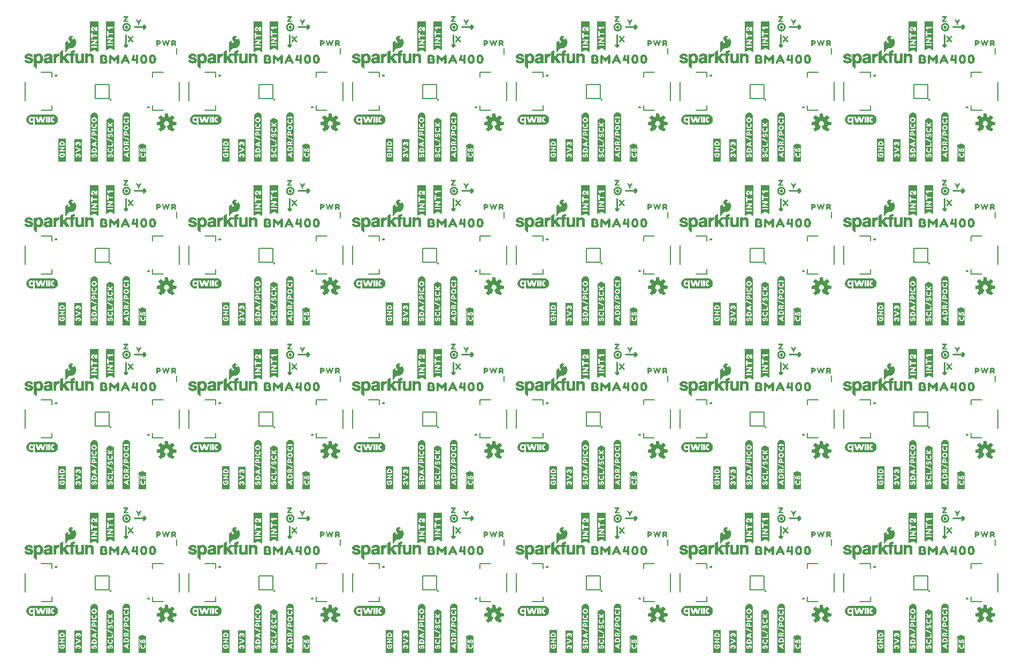
<source format=gto>
G04 EAGLE Gerber RS-274X export*
G75*
%MOMM*%
%FSLAX34Y34*%
%LPD*%
%INSilkscreen Top*%
%IPPOS*%
%AMOC8*
5,1,8,0,0,1.08239X$1,22.5*%
G01*
%ADD10C,0.254000*%
%ADD11C,0.127000*%
%ADD12C,0.203200*%

G36*
X1207036Y533823D02*
X1207036Y533823D01*
X1207047Y533819D01*
X1207347Y534019D01*
X1207353Y534036D01*
X1207363Y534044D01*
X1207358Y534050D01*
X1207367Y534075D01*
X1207364Y534076D01*
X1207366Y534078D01*
X1207342Y534138D01*
X1207343Y534140D01*
X1207369Y534160D01*
X1207369Y607060D01*
X1207366Y607065D01*
X1207369Y607068D01*
X1207269Y607668D01*
X1207263Y607674D01*
X1207266Y607678D01*
X1207066Y608177D01*
X1206867Y608776D01*
X1206860Y608780D01*
X1206862Y608785D01*
X1206562Y609285D01*
X1206558Y609287D01*
X1206558Y609291D01*
X1206159Y609790D01*
X1205859Y610190D01*
X1205854Y610191D01*
X1205855Y610195D01*
X1205355Y610695D01*
X1205350Y610696D01*
X1205350Y610699D01*
X1204950Y610999D01*
X1204451Y611398D01*
X1204440Y611399D01*
X1204438Y611406D01*
X1203938Y611606D01*
X1203936Y611605D01*
X1203936Y611607D01*
X1202736Y612007D01*
X1202730Y612005D01*
X1202728Y612009D01*
X1202128Y612109D01*
X1201630Y612208D01*
X1201618Y612203D01*
X1201612Y612209D01*
X1201016Y612109D01*
X1200420Y612109D01*
X1200411Y612102D01*
X1200404Y612107D01*
X1199204Y611707D01*
X1199203Y611705D01*
X1199202Y611706D01*
X1198702Y611506D01*
X1198699Y611501D01*
X1198695Y611502D01*
X1197695Y610902D01*
X1197691Y610894D01*
X1197685Y610895D01*
X1197285Y610495D01*
X1197285Y610491D01*
X1197282Y610491D01*
X1196883Y609993D01*
X1196485Y609595D01*
X1196484Y609583D01*
X1196476Y609582D01*
X1196177Y608983D01*
X1195878Y608485D01*
X1195878Y608479D01*
X1195874Y608478D01*
X1195674Y607978D01*
X1195676Y607971D01*
X1195671Y607968D01*
X1195471Y606768D01*
X1195474Y606764D01*
X1195473Y606763D01*
X1195474Y606762D01*
X1195471Y606760D01*
X1195471Y534160D01*
X1195487Y534139D01*
X1195485Y534125D01*
X1195785Y533825D01*
X1195812Y533822D01*
X1195820Y533811D01*
X1207020Y533811D01*
X1207036Y533823D01*
G37*
G36*
X170716Y15663D02*
X170716Y15663D01*
X170727Y15659D01*
X171027Y15859D01*
X171033Y15876D01*
X171043Y15884D01*
X171038Y15890D01*
X171047Y15915D01*
X171044Y15916D01*
X171046Y15918D01*
X171022Y15978D01*
X171023Y15980D01*
X171049Y16000D01*
X171049Y88900D01*
X171046Y88905D01*
X171049Y88908D01*
X170949Y89508D01*
X170943Y89514D01*
X170946Y89518D01*
X170746Y90017D01*
X170547Y90616D01*
X170540Y90620D01*
X170542Y90625D01*
X170242Y91125D01*
X170238Y91127D01*
X170238Y91131D01*
X169839Y91630D01*
X169539Y92030D01*
X169534Y92031D01*
X169535Y92035D01*
X169035Y92535D01*
X169030Y92536D01*
X169030Y92539D01*
X168630Y92839D01*
X168131Y93238D01*
X168120Y93239D01*
X168118Y93246D01*
X167618Y93446D01*
X167616Y93445D01*
X167616Y93447D01*
X166416Y93847D01*
X166410Y93845D01*
X166408Y93849D01*
X165808Y93949D01*
X165310Y94048D01*
X165298Y94043D01*
X165292Y94049D01*
X164696Y93949D01*
X164100Y93949D01*
X164091Y93942D01*
X164084Y93947D01*
X162884Y93547D01*
X162883Y93545D01*
X162882Y93546D01*
X162382Y93346D01*
X162379Y93341D01*
X162375Y93342D01*
X161375Y92742D01*
X161371Y92734D01*
X161365Y92735D01*
X160965Y92335D01*
X160965Y92331D01*
X160962Y92331D01*
X160563Y91833D01*
X160165Y91435D01*
X160164Y91423D01*
X160156Y91422D01*
X159857Y90823D01*
X159558Y90325D01*
X159558Y90319D01*
X159554Y90318D01*
X159354Y89818D01*
X159356Y89811D01*
X159351Y89808D01*
X159151Y88608D01*
X159154Y88604D01*
X159153Y88603D01*
X159154Y88602D01*
X159151Y88600D01*
X159151Y16000D01*
X159167Y15979D01*
X159165Y15965D01*
X159465Y15665D01*
X159492Y15662D01*
X159500Y15651D01*
X170700Y15651D01*
X170716Y15663D01*
G37*
G36*
X947956Y274743D02*
X947956Y274743D01*
X947967Y274739D01*
X948267Y274939D01*
X948273Y274956D01*
X948283Y274964D01*
X948278Y274970D01*
X948287Y274995D01*
X948284Y274996D01*
X948286Y274998D01*
X948262Y275058D01*
X948263Y275060D01*
X948289Y275080D01*
X948289Y347980D01*
X948286Y347985D01*
X948289Y347988D01*
X948189Y348588D01*
X948183Y348594D01*
X948186Y348598D01*
X947986Y349097D01*
X947787Y349696D01*
X947780Y349700D01*
X947782Y349705D01*
X947482Y350205D01*
X947478Y350207D01*
X947478Y350211D01*
X947079Y350710D01*
X946779Y351110D01*
X946774Y351111D01*
X946775Y351115D01*
X946275Y351615D01*
X946270Y351616D01*
X946270Y351619D01*
X945870Y351919D01*
X945371Y352318D01*
X945360Y352319D01*
X945358Y352326D01*
X944858Y352526D01*
X944856Y352525D01*
X944856Y352527D01*
X943656Y352927D01*
X943650Y352925D01*
X943648Y352929D01*
X943048Y353029D01*
X942550Y353128D01*
X942538Y353123D01*
X942532Y353129D01*
X941936Y353029D01*
X941340Y353029D01*
X941331Y353022D01*
X941324Y353027D01*
X940124Y352627D01*
X940123Y352625D01*
X940122Y352626D01*
X939622Y352426D01*
X939619Y352421D01*
X939615Y352422D01*
X938615Y351822D01*
X938611Y351814D01*
X938605Y351815D01*
X938205Y351415D01*
X938205Y351411D01*
X938202Y351411D01*
X937803Y350913D01*
X937405Y350515D01*
X937404Y350503D01*
X937396Y350502D01*
X937097Y349903D01*
X936798Y349405D01*
X936798Y349399D01*
X936794Y349398D01*
X936594Y348898D01*
X936596Y348891D01*
X936591Y348888D01*
X936391Y347688D01*
X936394Y347684D01*
X936393Y347683D01*
X936394Y347682D01*
X936391Y347680D01*
X936391Y275080D01*
X936407Y275059D01*
X936405Y275045D01*
X936705Y274745D01*
X936732Y274742D01*
X936740Y274731D01*
X947940Y274731D01*
X947956Y274743D01*
G37*
G36*
X688876Y274743D02*
X688876Y274743D01*
X688887Y274739D01*
X689187Y274939D01*
X689193Y274956D01*
X689203Y274964D01*
X689198Y274970D01*
X689207Y274995D01*
X689204Y274996D01*
X689206Y274998D01*
X689182Y275058D01*
X689183Y275060D01*
X689209Y275080D01*
X689209Y347980D01*
X689206Y347985D01*
X689209Y347988D01*
X689109Y348588D01*
X689103Y348594D01*
X689106Y348598D01*
X688906Y349097D01*
X688707Y349696D01*
X688700Y349700D01*
X688702Y349705D01*
X688402Y350205D01*
X688398Y350207D01*
X688398Y350211D01*
X687999Y350710D01*
X687699Y351110D01*
X687694Y351111D01*
X687695Y351115D01*
X687195Y351615D01*
X687190Y351616D01*
X687190Y351619D01*
X686790Y351919D01*
X686291Y352318D01*
X686280Y352319D01*
X686278Y352326D01*
X685778Y352526D01*
X685776Y352525D01*
X685776Y352527D01*
X684576Y352927D01*
X684570Y352925D01*
X684568Y352929D01*
X683968Y353029D01*
X683470Y353128D01*
X683458Y353123D01*
X683452Y353129D01*
X682856Y353029D01*
X682260Y353029D01*
X682251Y353022D01*
X682244Y353027D01*
X681044Y352627D01*
X681043Y352625D01*
X681042Y352626D01*
X680542Y352426D01*
X680539Y352421D01*
X680535Y352422D01*
X679535Y351822D01*
X679531Y351814D01*
X679525Y351815D01*
X679125Y351415D01*
X679125Y351411D01*
X679122Y351411D01*
X678723Y350913D01*
X678325Y350515D01*
X678324Y350503D01*
X678316Y350502D01*
X678017Y349903D01*
X677718Y349405D01*
X677718Y349399D01*
X677714Y349398D01*
X677514Y348898D01*
X677516Y348891D01*
X677511Y348888D01*
X677311Y347688D01*
X677314Y347684D01*
X677313Y347683D01*
X677314Y347682D01*
X677311Y347680D01*
X677311Y275080D01*
X677327Y275059D01*
X677325Y275045D01*
X677625Y274745D01*
X677652Y274742D01*
X677660Y274731D01*
X688860Y274731D01*
X688876Y274743D01*
G37*
G36*
X1466116Y274743D02*
X1466116Y274743D01*
X1466127Y274739D01*
X1466427Y274939D01*
X1466433Y274956D01*
X1466443Y274964D01*
X1466438Y274970D01*
X1466447Y274995D01*
X1466444Y274996D01*
X1466446Y274998D01*
X1466422Y275058D01*
X1466423Y275060D01*
X1466449Y275080D01*
X1466449Y347980D01*
X1466446Y347985D01*
X1466449Y347988D01*
X1466349Y348588D01*
X1466343Y348594D01*
X1466346Y348598D01*
X1466146Y349097D01*
X1465947Y349696D01*
X1465940Y349700D01*
X1465942Y349705D01*
X1465642Y350205D01*
X1465638Y350207D01*
X1465638Y350211D01*
X1465239Y350710D01*
X1464939Y351110D01*
X1464934Y351111D01*
X1464935Y351115D01*
X1464435Y351615D01*
X1464430Y351616D01*
X1464430Y351619D01*
X1464030Y351919D01*
X1463531Y352318D01*
X1463520Y352319D01*
X1463518Y352326D01*
X1463018Y352526D01*
X1463016Y352525D01*
X1463016Y352527D01*
X1461816Y352927D01*
X1461810Y352925D01*
X1461808Y352929D01*
X1461208Y353029D01*
X1460710Y353128D01*
X1460698Y353123D01*
X1460692Y353129D01*
X1460096Y353029D01*
X1459500Y353029D01*
X1459491Y353022D01*
X1459484Y353027D01*
X1458284Y352627D01*
X1458283Y352625D01*
X1458282Y352626D01*
X1457782Y352426D01*
X1457779Y352421D01*
X1457775Y352422D01*
X1456775Y351822D01*
X1456771Y351814D01*
X1456765Y351815D01*
X1456365Y351415D01*
X1456365Y351411D01*
X1456362Y351411D01*
X1455963Y350913D01*
X1455565Y350515D01*
X1455564Y350503D01*
X1455556Y350502D01*
X1455257Y349903D01*
X1454958Y349405D01*
X1454958Y349399D01*
X1454954Y349398D01*
X1454754Y348898D01*
X1454756Y348891D01*
X1454751Y348888D01*
X1454551Y347688D01*
X1454554Y347684D01*
X1454553Y347683D01*
X1454554Y347682D01*
X1454551Y347680D01*
X1454551Y275080D01*
X1454567Y275059D01*
X1454565Y275045D01*
X1454865Y274745D01*
X1454892Y274742D01*
X1454900Y274731D01*
X1466100Y274731D01*
X1466116Y274743D01*
G37*
G36*
X1207036Y274743D02*
X1207036Y274743D01*
X1207047Y274739D01*
X1207347Y274939D01*
X1207353Y274956D01*
X1207363Y274964D01*
X1207358Y274970D01*
X1207367Y274995D01*
X1207364Y274996D01*
X1207366Y274998D01*
X1207342Y275058D01*
X1207343Y275060D01*
X1207369Y275080D01*
X1207369Y347980D01*
X1207366Y347985D01*
X1207369Y347988D01*
X1207269Y348588D01*
X1207263Y348594D01*
X1207266Y348598D01*
X1207066Y349097D01*
X1206867Y349696D01*
X1206860Y349700D01*
X1206862Y349705D01*
X1206562Y350205D01*
X1206558Y350207D01*
X1206558Y350211D01*
X1206159Y350710D01*
X1205859Y351110D01*
X1205854Y351111D01*
X1205855Y351115D01*
X1205355Y351615D01*
X1205350Y351616D01*
X1205350Y351619D01*
X1204950Y351919D01*
X1204451Y352318D01*
X1204440Y352319D01*
X1204438Y352326D01*
X1203938Y352526D01*
X1203936Y352525D01*
X1203936Y352527D01*
X1202736Y352927D01*
X1202730Y352925D01*
X1202728Y352929D01*
X1202128Y353029D01*
X1201630Y353128D01*
X1201618Y353123D01*
X1201612Y353129D01*
X1201016Y353029D01*
X1200420Y353029D01*
X1200411Y353022D01*
X1200404Y353027D01*
X1199204Y352627D01*
X1199203Y352625D01*
X1199202Y352626D01*
X1198702Y352426D01*
X1198699Y352421D01*
X1198695Y352422D01*
X1197695Y351822D01*
X1197691Y351814D01*
X1197685Y351815D01*
X1197285Y351415D01*
X1197285Y351411D01*
X1197282Y351411D01*
X1196883Y350913D01*
X1196485Y350515D01*
X1196484Y350503D01*
X1196476Y350502D01*
X1196177Y349903D01*
X1195878Y349405D01*
X1195878Y349399D01*
X1195874Y349398D01*
X1195674Y348898D01*
X1195676Y348891D01*
X1195671Y348888D01*
X1195471Y347688D01*
X1195474Y347684D01*
X1195473Y347683D01*
X1195474Y347682D01*
X1195471Y347680D01*
X1195471Y275080D01*
X1195487Y275059D01*
X1195485Y275045D01*
X1195785Y274745D01*
X1195812Y274742D01*
X1195820Y274731D01*
X1207020Y274731D01*
X1207036Y274743D01*
G37*
G36*
X429796Y274743D02*
X429796Y274743D01*
X429807Y274739D01*
X430107Y274939D01*
X430113Y274956D01*
X430123Y274964D01*
X430118Y274970D01*
X430127Y274995D01*
X430124Y274996D01*
X430126Y274998D01*
X430102Y275058D01*
X430103Y275060D01*
X430129Y275080D01*
X430129Y347980D01*
X430126Y347985D01*
X430129Y347988D01*
X430029Y348588D01*
X430023Y348594D01*
X430026Y348598D01*
X429826Y349097D01*
X429627Y349696D01*
X429620Y349700D01*
X429622Y349705D01*
X429322Y350205D01*
X429318Y350207D01*
X429318Y350211D01*
X428919Y350710D01*
X428619Y351110D01*
X428614Y351111D01*
X428615Y351115D01*
X428115Y351615D01*
X428110Y351616D01*
X428110Y351619D01*
X427710Y351919D01*
X427211Y352318D01*
X427200Y352319D01*
X427198Y352326D01*
X426698Y352526D01*
X426696Y352525D01*
X426696Y352527D01*
X425496Y352927D01*
X425490Y352925D01*
X425488Y352929D01*
X424888Y353029D01*
X424390Y353128D01*
X424378Y353123D01*
X424372Y353129D01*
X423776Y353029D01*
X423180Y353029D01*
X423171Y353022D01*
X423164Y353027D01*
X421964Y352627D01*
X421963Y352625D01*
X421962Y352626D01*
X421462Y352426D01*
X421459Y352421D01*
X421455Y352422D01*
X420455Y351822D01*
X420451Y351814D01*
X420445Y351815D01*
X420045Y351415D01*
X420045Y351411D01*
X420042Y351411D01*
X419643Y350913D01*
X419245Y350515D01*
X419244Y350503D01*
X419236Y350502D01*
X418937Y349903D01*
X418638Y349405D01*
X418638Y349399D01*
X418634Y349398D01*
X418434Y348898D01*
X418436Y348891D01*
X418431Y348888D01*
X418231Y347688D01*
X418234Y347684D01*
X418233Y347683D01*
X418234Y347682D01*
X418231Y347680D01*
X418231Y275080D01*
X418247Y275059D01*
X418245Y275045D01*
X418545Y274745D01*
X418572Y274742D01*
X418580Y274731D01*
X429780Y274731D01*
X429796Y274743D01*
G37*
G36*
X170716Y533823D02*
X170716Y533823D01*
X170727Y533819D01*
X171027Y534019D01*
X171033Y534036D01*
X171043Y534044D01*
X171038Y534050D01*
X171047Y534075D01*
X171044Y534076D01*
X171046Y534078D01*
X171022Y534138D01*
X171023Y534140D01*
X171049Y534160D01*
X171049Y607060D01*
X171046Y607065D01*
X171049Y607068D01*
X170949Y607668D01*
X170943Y607674D01*
X170946Y607678D01*
X170746Y608177D01*
X170547Y608776D01*
X170540Y608780D01*
X170542Y608785D01*
X170242Y609285D01*
X170238Y609287D01*
X170238Y609291D01*
X169839Y609790D01*
X169539Y610190D01*
X169534Y610191D01*
X169535Y610195D01*
X169035Y610695D01*
X169030Y610696D01*
X169030Y610699D01*
X168630Y610999D01*
X168131Y611398D01*
X168120Y611399D01*
X168118Y611406D01*
X167618Y611606D01*
X167616Y611605D01*
X167616Y611607D01*
X166416Y612007D01*
X166410Y612005D01*
X166408Y612009D01*
X165808Y612109D01*
X165310Y612208D01*
X165298Y612203D01*
X165292Y612209D01*
X164696Y612109D01*
X164100Y612109D01*
X164091Y612102D01*
X164084Y612107D01*
X162884Y611707D01*
X162883Y611705D01*
X162882Y611706D01*
X162382Y611506D01*
X162379Y611501D01*
X162375Y611502D01*
X161375Y610902D01*
X161371Y610894D01*
X161365Y610895D01*
X160965Y610495D01*
X160965Y610491D01*
X160962Y610491D01*
X160563Y609993D01*
X160165Y609595D01*
X160164Y609583D01*
X160156Y609582D01*
X159857Y608983D01*
X159558Y608485D01*
X159558Y608479D01*
X159554Y608478D01*
X159354Y607978D01*
X159356Y607971D01*
X159351Y607968D01*
X159151Y606768D01*
X159154Y606764D01*
X159153Y606763D01*
X159154Y606762D01*
X159151Y606760D01*
X159151Y534160D01*
X159167Y534139D01*
X159165Y534125D01*
X159465Y533825D01*
X159492Y533822D01*
X159500Y533811D01*
X170700Y533811D01*
X170716Y533823D01*
G37*
G36*
X688876Y533823D02*
X688876Y533823D01*
X688887Y533819D01*
X689187Y534019D01*
X689193Y534036D01*
X689203Y534044D01*
X689198Y534050D01*
X689207Y534075D01*
X689204Y534076D01*
X689206Y534078D01*
X689182Y534138D01*
X689183Y534140D01*
X689209Y534160D01*
X689209Y607060D01*
X689206Y607065D01*
X689209Y607068D01*
X689109Y607668D01*
X689103Y607674D01*
X689106Y607678D01*
X688906Y608177D01*
X688707Y608776D01*
X688700Y608780D01*
X688702Y608785D01*
X688402Y609285D01*
X688398Y609287D01*
X688398Y609291D01*
X687999Y609790D01*
X687699Y610190D01*
X687694Y610191D01*
X687695Y610195D01*
X687195Y610695D01*
X687190Y610696D01*
X687190Y610699D01*
X686790Y610999D01*
X686291Y611398D01*
X686280Y611399D01*
X686278Y611406D01*
X685778Y611606D01*
X685776Y611605D01*
X685776Y611607D01*
X684576Y612007D01*
X684570Y612005D01*
X684568Y612009D01*
X683968Y612109D01*
X683470Y612208D01*
X683458Y612203D01*
X683452Y612209D01*
X682856Y612109D01*
X682260Y612109D01*
X682251Y612102D01*
X682244Y612107D01*
X681044Y611707D01*
X681043Y611705D01*
X681042Y611706D01*
X680542Y611506D01*
X680539Y611501D01*
X680535Y611502D01*
X679535Y610902D01*
X679531Y610894D01*
X679525Y610895D01*
X679125Y610495D01*
X679125Y610491D01*
X679122Y610491D01*
X678723Y609993D01*
X678325Y609595D01*
X678324Y609583D01*
X678316Y609582D01*
X678017Y608983D01*
X677718Y608485D01*
X677718Y608479D01*
X677714Y608478D01*
X677514Y607978D01*
X677516Y607971D01*
X677511Y607968D01*
X677311Y606768D01*
X677314Y606764D01*
X677313Y606763D01*
X677314Y606762D01*
X677311Y606760D01*
X677311Y534160D01*
X677327Y534139D01*
X677325Y534125D01*
X677625Y533825D01*
X677652Y533822D01*
X677660Y533811D01*
X688860Y533811D01*
X688876Y533823D01*
G37*
G36*
X947956Y533823D02*
X947956Y533823D01*
X947967Y533819D01*
X948267Y534019D01*
X948273Y534036D01*
X948283Y534044D01*
X948278Y534050D01*
X948287Y534075D01*
X948284Y534076D01*
X948286Y534078D01*
X948262Y534138D01*
X948263Y534140D01*
X948289Y534160D01*
X948289Y607060D01*
X948286Y607065D01*
X948289Y607068D01*
X948189Y607668D01*
X948183Y607674D01*
X948186Y607678D01*
X947986Y608177D01*
X947787Y608776D01*
X947780Y608780D01*
X947782Y608785D01*
X947482Y609285D01*
X947478Y609287D01*
X947478Y609291D01*
X947079Y609790D01*
X946779Y610190D01*
X946774Y610191D01*
X946775Y610195D01*
X946275Y610695D01*
X946270Y610696D01*
X946270Y610699D01*
X945870Y610999D01*
X945371Y611398D01*
X945360Y611399D01*
X945358Y611406D01*
X944858Y611606D01*
X944856Y611605D01*
X944856Y611607D01*
X943656Y612007D01*
X943650Y612005D01*
X943648Y612009D01*
X943048Y612109D01*
X942550Y612208D01*
X942538Y612203D01*
X942532Y612209D01*
X941936Y612109D01*
X941340Y612109D01*
X941331Y612102D01*
X941324Y612107D01*
X940124Y611707D01*
X940123Y611705D01*
X940122Y611706D01*
X939622Y611506D01*
X939619Y611501D01*
X939615Y611502D01*
X938615Y610902D01*
X938611Y610894D01*
X938605Y610895D01*
X938205Y610495D01*
X938205Y610491D01*
X938202Y610491D01*
X937803Y609993D01*
X937405Y609595D01*
X937404Y609583D01*
X937396Y609582D01*
X937097Y608983D01*
X936798Y608485D01*
X936798Y608479D01*
X936794Y608478D01*
X936594Y607978D01*
X936596Y607971D01*
X936591Y607968D01*
X936391Y606768D01*
X936394Y606764D01*
X936393Y606763D01*
X936394Y606762D01*
X936391Y606760D01*
X936391Y534160D01*
X936407Y534139D01*
X936405Y534125D01*
X936705Y533825D01*
X936732Y533822D01*
X936740Y533811D01*
X947940Y533811D01*
X947956Y533823D01*
G37*
G36*
X1466116Y533823D02*
X1466116Y533823D01*
X1466127Y533819D01*
X1466427Y534019D01*
X1466433Y534036D01*
X1466443Y534044D01*
X1466438Y534050D01*
X1466447Y534075D01*
X1466444Y534076D01*
X1466446Y534078D01*
X1466422Y534138D01*
X1466423Y534140D01*
X1466449Y534160D01*
X1466449Y607060D01*
X1466446Y607065D01*
X1466449Y607068D01*
X1466349Y607668D01*
X1466343Y607674D01*
X1466346Y607678D01*
X1466146Y608177D01*
X1465947Y608776D01*
X1465940Y608780D01*
X1465942Y608785D01*
X1465642Y609285D01*
X1465638Y609287D01*
X1465638Y609291D01*
X1465239Y609790D01*
X1464939Y610190D01*
X1464934Y610191D01*
X1464935Y610195D01*
X1464435Y610695D01*
X1464430Y610696D01*
X1464430Y610699D01*
X1464030Y610999D01*
X1463531Y611398D01*
X1463520Y611399D01*
X1463518Y611406D01*
X1463018Y611606D01*
X1463016Y611605D01*
X1463016Y611607D01*
X1461816Y612007D01*
X1461810Y612005D01*
X1461808Y612009D01*
X1461208Y612109D01*
X1460710Y612208D01*
X1460698Y612203D01*
X1460692Y612209D01*
X1460096Y612109D01*
X1459500Y612109D01*
X1459491Y612102D01*
X1459484Y612107D01*
X1458284Y611707D01*
X1458283Y611705D01*
X1458282Y611706D01*
X1457782Y611506D01*
X1457779Y611501D01*
X1457775Y611502D01*
X1456775Y610902D01*
X1456771Y610894D01*
X1456765Y610895D01*
X1456365Y610495D01*
X1456365Y610491D01*
X1456362Y610491D01*
X1455963Y609993D01*
X1455565Y609595D01*
X1455564Y609583D01*
X1455556Y609582D01*
X1455257Y608983D01*
X1454958Y608485D01*
X1454958Y608479D01*
X1454954Y608478D01*
X1454754Y607978D01*
X1454756Y607971D01*
X1454751Y607968D01*
X1454551Y606768D01*
X1454554Y606764D01*
X1454553Y606763D01*
X1454554Y606762D01*
X1454551Y606760D01*
X1454551Y534160D01*
X1454567Y534139D01*
X1454565Y534125D01*
X1454865Y533825D01*
X1454892Y533822D01*
X1454900Y533811D01*
X1466100Y533811D01*
X1466116Y533823D01*
G37*
G36*
X429796Y533823D02*
X429796Y533823D01*
X429807Y533819D01*
X430107Y534019D01*
X430113Y534036D01*
X430123Y534044D01*
X430118Y534050D01*
X430127Y534075D01*
X430124Y534076D01*
X430126Y534078D01*
X430102Y534138D01*
X430103Y534140D01*
X430129Y534160D01*
X430129Y607060D01*
X430126Y607065D01*
X430129Y607068D01*
X430029Y607668D01*
X430023Y607674D01*
X430026Y607678D01*
X429826Y608177D01*
X429627Y608776D01*
X429620Y608780D01*
X429622Y608785D01*
X429322Y609285D01*
X429318Y609287D01*
X429318Y609291D01*
X428919Y609790D01*
X428619Y610190D01*
X428614Y610191D01*
X428615Y610195D01*
X428115Y610695D01*
X428110Y610696D01*
X428110Y610699D01*
X427710Y610999D01*
X427211Y611398D01*
X427200Y611399D01*
X427198Y611406D01*
X426698Y611606D01*
X426696Y611605D01*
X426696Y611607D01*
X425496Y612007D01*
X425490Y612005D01*
X425488Y612009D01*
X424888Y612109D01*
X424390Y612208D01*
X424378Y612203D01*
X424372Y612209D01*
X423776Y612109D01*
X423180Y612109D01*
X423171Y612102D01*
X423164Y612107D01*
X421964Y611707D01*
X421963Y611705D01*
X421962Y611706D01*
X421462Y611506D01*
X421459Y611501D01*
X421455Y611502D01*
X420455Y610902D01*
X420451Y610894D01*
X420445Y610895D01*
X420045Y610495D01*
X420045Y610491D01*
X420042Y610491D01*
X419643Y609993D01*
X419245Y609595D01*
X419244Y609583D01*
X419236Y609582D01*
X418937Y608983D01*
X418638Y608485D01*
X418638Y608479D01*
X418634Y608478D01*
X418434Y607978D01*
X418436Y607971D01*
X418431Y607968D01*
X418231Y606768D01*
X418234Y606764D01*
X418233Y606763D01*
X418234Y606762D01*
X418231Y606760D01*
X418231Y534160D01*
X418247Y534139D01*
X418245Y534125D01*
X418545Y533825D01*
X418572Y533822D01*
X418580Y533811D01*
X429780Y533811D01*
X429796Y533823D01*
G37*
G36*
X947956Y792903D02*
X947956Y792903D01*
X947967Y792899D01*
X948267Y793099D01*
X948273Y793116D01*
X948283Y793124D01*
X948278Y793130D01*
X948287Y793155D01*
X948284Y793156D01*
X948286Y793158D01*
X948262Y793218D01*
X948263Y793220D01*
X948289Y793240D01*
X948289Y866140D01*
X948286Y866145D01*
X948289Y866148D01*
X948189Y866748D01*
X948183Y866754D01*
X948186Y866758D01*
X947986Y867257D01*
X947787Y867856D01*
X947780Y867860D01*
X947782Y867865D01*
X947482Y868365D01*
X947478Y868367D01*
X947478Y868371D01*
X947079Y868870D01*
X946779Y869270D01*
X946774Y869271D01*
X946775Y869275D01*
X946275Y869775D01*
X946270Y869776D01*
X946270Y869779D01*
X945870Y870079D01*
X945371Y870478D01*
X945360Y870479D01*
X945358Y870486D01*
X944858Y870686D01*
X944856Y870685D01*
X944856Y870687D01*
X943656Y871087D01*
X943650Y871085D01*
X943648Y871089D01*
X943048Y871189D01*
X942550Y871288D01*
X942538Y871283D01*
X942532Y871289D01*
X941936Y871189D01*
X941340Y871189D01*
X941331Y871182D01*
X941324Y871187D01*
X940124Y870787D01*
X940123Y870785D01*
X940122Y870786D01*
X939622Y870586D01*
X939619Y870581D01*
X939615Y870582D01*
X938615Y869982D01*
X938611Y869974D01*
X938605Y869975D01*
X938205Y869575D01*
X938205Y869571D01*
X938202Y869571D01*
X937803Y869073D01*
X937405Y868675D01*
X937404Y868663D01*
X937396Y868662D01*
X937097Y868063D01*
X936798Y867565D01*
X936798Y867559D01*
X936794Y867558D01*
X936594Y867058D01*
X936596Y867051D01*
X936591Y867048D01*
X936391Y865848D01*
X936394Y865844D01*
X936393Y865843D01*
X936394Y865842D01*
X936391Y865840D01*
X936391Y793240D01*
X936407Y793219D01*
X936405Y793205D01*
X936705Y792905D01*
X936732Y792902D01*
X936740Y792891D01*
X947940Y792891D01*
X947956Y792903D01*
G37*
G36*
X429796Y792903D02*
X429796Y792903D01*
X429807Y792899D01*
X430107Y793099D01*
X430113Y793116D01*
X430123Y793124D01*
X430118Y793130D01*
X430127Y793155D01*
X430124Y793156D01*
X430126Y793158D01*
X430102Y793218D01*
X430103Y793220D01*
X430129Y793240D01*
X430129Y866140D01*
X430126Y866145D01*
X430129Y866148D01*
X430029Y866748D01*
X430023Y866754D01*
X430026Y866758D01*
X429826Y867257D01*
X429627Y867856D01*
X429620Y867860D01*
X429622Y867865D01*
X429322Y868365D01*
X429318Y868367D01*
X429318Y868371D01*
X428919Y868870D01*
X428619Y869270D01*
X428614Y869271D01*
X428615Y869275D01*
X428115Y869775D01*
X428110Y869776D01*
X428110Y869779D01*
X427710Y870079D01*
X427211Y870478D01*
X427200Y870479D01*
X427198Y870486D01*
X426698Y870686D01*
X426696Y870685D01*
X426696Y870687D01*
X425496Y871087D01*
X425490Y871085D01*
X425488Y871089D01*
X424888Y871189D01*
X424390Y871288D01*
X424378Y871283D01*
X424372Y871289D01*
X423776Y871189D01*
X423180Y871189D01*
X423171Y871182D01*
X423164Y871187D01*
X421964Y870787D01*
X421963Y870785D01*
X421962Y870786D01*
X421462Y870586D01*
X421459Y870581D01*
X421455Y870582D01*
X420455Y869982D01*
X420451Y869974D01*
X420445Y869975D01*
X420045Y869575D01*
X420045Y869571D01*
X420042Y869571D01*
X419643Y869073D01*
X419245Y868675D01*
X419244Y868663D01*
X419236Y868662D01*
X418937Y868063D01*
X418638Y867565D01*
X418638Y867559D01*
X418634Y867558D01*
X418434Y867058D01*
X418436Y867051D01*
X418431Y867048D01*
X418231Y865848D01*
X418234Y865844D01*
X418233Y865843D01*
X418234Y865842D01*
X418231Y865840D01*
X418231Y793240D01*
X418247Y793219D01*
X418245Y793205D01*
X418545Y792905D01*
X418572Y792902D01*
X418580Y792891D01*
X429780Y792891D01*
X429796Y792903D01*
G37*
G36*
X170716Y792903D02*
X170716Y792903D01*
X170727Y792899D01*
X171027Y793099D01*
X171033Y793116D01*
X171043Y793124D01*
X171038Y793130D01*
X171047Y793155D01*
X171044Y793156D01*
X171046Y793158D01*
X171022Y793218D01*
X171023Y793220D01*
X171049Y793240D01*
X171049Y866140D01*
X171046Y866145D01*
X171049Y866148D01*
X170949Y866748D01*
X170943Y866754D01*
X170946Y866758D01*
X170746Y867257D01*
X170547Y867856D01*
X170540Y867860D01*
X170542Y867865D01*
X170242Y868365D01*
X170238Y868367D01*
X170238Y868371D01*
X169839Y868870D01*
X169539Y869270D01*
X169534Y869271D01*
X169535Y869275D01*
X169035Y869775D01*
X169030Y869776D01*
X169030Y869779D01*
X168630Y870079D01*
X168131Y870478D01*
X168120Y870479D01*
X168118Y870486D01*
X167618Y870686D01*
X167616Y870685D01*
X167616Y870687D01*
X166416Y871087D01*
X166410Y871085D01*
X166408Y871089D01*
X165808Y871189D01*
X165310Y871288D01*
X165298Y871283D01*
X165292Y871289D01*
X164696Y871189D01*
X164100Y871189D01*
X164091Y871182D01*
X164084Y871187D01*
X162884Y870787D01*
X162883Y870785D01*
X162882Y870786D01*
X162382Y870586D01*
X162379Y870581D01*
X162375Y870582D01*
X161375Y869982D01*
X161371Y869974D01*
X161365Y869975D01*
X160965Y869575D01*
X160965Y869571D01*
X160962Y869571D01*
X160563Y869073D01*
X160165Y868675D01*
X160164Y868663D01*
X160156Y868662D01*
X159857Y868063D01*
X159558Y867565D01*
X159558Y867559D01*
X159554Y867558D01*
X159354Y867058D01*
X159356Y867051D01*
X159351Y867048D01*
X159151Y865848D01*
X159154Y865844D01*
X159153Y865843D01*
X159154Y865842D01*
X159151Y865840D01*
X159151Y793240D01*
X159167Y793219D01*
X159165Y793205D01*
X159465Y792905D01*
X159492Y792902D01*
X159500Y792891D01*
X170700Y792891D01*
X170716Y792903D01*
G37*
G36*
X947956Y15663D02*
X947956Y15663D01*
X947967Y15659D01*
X948267Y15859D01*
X948273Y15876D01*
X948283Y15884D01*
X948278Y15890D01*
X948287Y15915D01*
X948284Y15916D01*
X948286Y15918D01*
X948262Y15978D01*
X948263Y15980D01*
X948289Y16000D01*
X948289Y88900D01*
X948286Y88905D01*
X948289Y88908D01*
X948189Y89508D01*
X948183Y89514D01*
X948186Y89518D01*
X947986Y90017D01*
X947787Y90616D01*
X947780Y90620D01*
X947782Y90625D01*
X947482Y91125D01*
X947478Y91127D01*
X947478Y91131D01*
X947079Y91630D01*
X946779Y92030D01*
X946774Y92031D01*
X946775Y92035D01*
X946275Y92535D01*
X946270Y92536D01*
X946270Y92539D01*
X945870Y92839D01*
X945371Y93238D01*
X945360Y93239D01*
X945358Y93246D01*
X944858Y93446D01*
X944856Y93445D01*
X944856Y93447D01*
X943656Y93847D01*
X943650Y93845D01*
X943648Y93849D01*
X943048Y93949D01*
X942550Y94048D01*
X942538Y94043D01*
X942532Y94049D01*
X941936Y93949D01*
X941340Y93949D01*
X941331Y93942D01*
X941324Y93947D01*
X940124Y93547D01*
X940123Y93545D01*
X940122Y93546D01*
X939622Y93346D01*
X939619Y93341D01*
X939615Y93342D01*
X938615Y92742D01*
X938611Y92734D01*
X938605Y92735D01*
X938205Y92335D01*
X938205Y92331D01*
X938202Y92331D01*
X937803Y91833D01*
X937405Y91435D01*
X937404Y91423D01*
X937396Y91422D01*
X937097Y90823D01*
X936798Y90325D01*
X936798Y90319D01*
X936794Y90318D01*
X936594Y89818D01*
X936596Y89811D01*
X936591Y89808D01*
X936391Y88608D01*
X936394Y88604D01*
X936393Y88603D01*
X936394Y88602D01*
X936391Y88600D01*
X936391Y16000D01*
X936407Y15979D01*
X936405Y15965D01*
X936705Y15665D01*
X936732Y15662D01*
X936740Y15651D01*
X947940Y15651D01*
X947956Y15663D01*
G37*
G36*
X688876Y15663D02*
X688876Y15663D01*
X688887Y15659D01*
X689187Y15859D01*
X689193Y15876D01*
X689203Y15884D01*
X689198Y15890D01*
X689207Y15915D01*
X689204Y15916D01*
X689206Y15918D01*
X689182Y15978D01*
X689183Y15980D01*
X689209Y16000D01*
X689209Y88900D01*
X689206Y88905D01*
X689209Y88908D01*
X689109Y89508D01*
X689103Y89514D01*
X689106Y89518D01*
X688906Y90017D01*
X688707Y90616D01*
X688700Y90620D01*
X688702Y90625D01*
X688402Y91125D01*
X688398Y91127D01*
X688398Y91131D01*
X687999Y91630D01*
X687699Y92030D01*
X687694Y92031D01*
X687695Y92035D01*
X687195Y92535D01*
X687190Y92536D01*
X687190Y92539D01*
X686790Y92839D01*
X686291Y93238D01*
X686280Y93239D01*
X686278Y93246D01*
X685778Y93446D01*
X685776Y93445D01*
X685776Y93447D01*
X684576Y93847D01*
X684570Y93845D01*
X684568Y93849D01*
X683968Y93949D01*
X683470Y94048D01*
X683458Y94043D01*
X683452Y94049D01*
X682856Y93949D01*
X682260Y93949D01*
X682251Y93942D01*
X682244Y93947D01*
X681044Y93547D01*
X681043Y93545D01*
X681042Y93546D01*
X680542Y93346D01*
X680539Y93341D01*
X680535Y93342D01*
X679535Y92742D01*
X679531Y92734D01*
X679525Y92735D01*
X679125Y92335D01*
X679125Y92331D01*
X679122Y92331D01*
X678723Y91833D01*
X678325Y91435D01*
X678324Y91423D01*
X678316Y91422D01*
X678017Y90823D01*
X677718Y90325D01*
X677718Y90319D01*
X677714Y90318D01*
X677514Y89818D01*
X677516Y89811D01*
X677511Y89808D01*
X677311Y88608D01*
X677314Y88604D01*
X677313Y88603D01*
X677314Y88602D01*
X677311Y88600D01*
X677311Y16000D01*
X677327Y15979D01*
X677325Y15965D01*
X677625Y15665D01*
X677652Y15662D01*
X677660Y15651D01*
X688860Y15651D01*
X688876Y15663D01*
G37*
G36*
X170716Y274743D02*
X170716Y274743D01*
X170727Y274739D01*
X171027Y274939D01*
X171033Y274956D01*
X171043Y274964D01*
X171038Y274970D01*
X171047Y274995D01*
X171044Y274996D01*
X171046Y274998D01*
X171022Y275058D01*
X171023Y275060D01*
X171049Y275080D01*
X171049Y347980D01*
X171046Y347985D01*
X171049Y347988D01*
X170949Y348588D01*
X170943Y348594D01*
X170946Y348598D01*
X170746Y349097D01*
X170547Y349696D01*
X170540Y349700D01*
X170542Y349705D01*
X170242Y350205D01*
X170238Y350207D01*
X170238Y350211D01*
X169839Y350710D01*
X169539Y351110D01*
X169534Y351111D01*
X169535Y351115D01*
X169035Y351615D01*
X169030Y351616D01*
X169030Y351619D01*
X168630Y351919D01*
X168131Y352318D01*
X168120Y352319D01*
X168118Y352326D01*
X167618Y352526D01*
X167616Y352525D01*
X167616Y352527D01*
X166416Y352927D01*
X166410Y352925D01*
X166408Y352929D01*
X165808Y353029D01*
X165310Y353128D01*
X165298Y353123D01*
X165292Y353129D01*
X164696Y353029D01*
X164100Y353029D01*
X164091Y353022D01*
X164084Y353027D01*
X162884Y352627D01*
X162883Y352625D01*
X162882Y352626D01*
X162382Y352426D01*
X162379Y352421D01*
X162375Y352422D01*
X161375Y351822D01*
X161371Y351814D01*
X161365Y351815D01*
X160965Y351415D01*
X160965Y351411D01*
X160962Y351411D01*
X160563Y350913D01*
X160165Y350515D01*
X160164Y350503D01*
X160156Y350502D01*
X159857Y349903D01*
X159558Y349405D01*
X159558Y349399D01*
X159554Y349398D01*
X159354Y348898D01*
X159356Y348891D01*
X159351Y348888D01*
X159151Y347688D01*
X159154Y347684D01*
X159153Y347683D01*
X159154Y347682D01*
X159151Y347680D01*
X159151Y275080D01*
X159167Y275059D01*
X159165Y275045D01*
X159465Y274745D01*
X159492Y274742D01*
X159500Y274731D01*
X170700Y274731D01*
X170716Y274743D01*
G37*
G36*
X1466116Y15663D02*
X1466116Y15663D01*
X1466127Y15659D01*
X1466427Y15859D01*
X1466433Y15876D01*
X1466443Y15884D01*
X1466438Y15890D01*
X1466447Y15915D01*
X1466444Y15916D01*
X1466446Y15918D01*
X1466422Y15978D01*
X1466423Y15980D01*
X1466449Y16000D01*
X1466449Y88900D01*
X1466446Y88905D01*
X1466449Y88908D01*
X1466349Y89508D01*
X1466343Y89514D01*
X1466346Y89518D01*
X1466146Y90017D01*
X1465947Y90616D01*
X1465940Y90620D01*
X1465942Y90625D01*
X1465642Y91125D01*
X1465638Y91127D01*
X1465638Y91131D01*
X1465239Y91630D01*
X1464939Y92030D01*
X1464934Y92031D01*
X1464935Y92035D01*
X1464435Y92535D01*
X1464430Y92536D01*
X1464430Y92539D01*
X1464030Y92839D01*
X1463531Y93238D01*
X1463520Y93239D01*
X1463518Y93246D01*
X1463018Y93446D01*
X1463016Y93445D01*
X1463016Y93447D01*
X1461816Y93847D01*
X1461810Y93845D01*
X1461808Y93849D01*
X1461208Y93949D01*
X1460710Y94048D01*
X1460698Y94043D01*
X1460692Y94049D01*
X1460096Y93949D01*
X1459500Y93949D01*
X1459491Y93942D01*
X1459484Y93947D01*
X1458284Y93547D01*
X1458283Y93545D01*
X1458282Y93546D01*
X1457782Y93346D01*
X1457779Y93341D01*
X1457775Y93342D01*
X1456775Y92742D01*
X1456771Y92734D01*
X1456765Y92735D01*
X1456365Y92335D01*
X1456365Y92331D01*
X1456362Y92331D01*
X1455963Y91833D01*
X1455565Y91435D01*
X1455564Y91423D01*
X1455556Y91422D01*
X1455257Y90823D01*
X1454958Y90325D01*
X1454958Y90319D01*
X1454954Y90318D01*
X1454754Y89818D01*
X1454756Y89811D01*
X1454751Y89808D01*
X1454551Y88608D01*
X1454554Y88604D01*
X1454553Y88603D01*
X1454554Y88602D01*
X1454551Y88600D01*
X1454551Y16000D01*
X1454567Y15979D01*
X1454565Y15965D01*
X1454865Y15665D01*
X1454892Y15662D01*
X1454900Y15651D01*
X1466100Y15651D01*
X1466116Y15663D01*
G37*
G36*
X429796Y15663D02*
X429796Y15663D01*
X429807Y15659D01*
X430107Y15859D01*
X430113Y15876D01*
X430123Y15884D01*
X430118Y15890D01*
X430127Y15915D01*
X430124Y15916D01*
X430126Y15918D01*
X430102Y15978D01*
X430103Y15980D01*
X430129Y16000D01*
X430129Y88900D01*
X430126Y88905D01*
X430129Y88908D01*
X430029Y89508D01*
X430023Y89514D01*
X430026Y89518D01*
X429826Y90017D01*
X429627Y90616D01*
X429620Y90620D01*
X429622Y90625D01*
X429322Y91125D01*
X429318Y91127D01*
X429318Y91131D01*
X428919Y91630D01*
X428619Y92030D01*
X428614Y92031D01*
X428615Y92035D01*
X428115Y92535D01*
X428110Y92536D01*
X428110Y92539D01*
X427710Y92839D01*
X427211Y93238D01*
X427200Y93239D01*
X427198Y93246D01*
X426698Y93446D01*
X426696Y93445D01*
X426696Y93447D01*
X425496Y93847D01*
X425490Y93845D01*
X425488Y93849D01*
X424888Y93949D01*
X424390Y94048D01*
X424378Y94043D01*
X424372Y94049D01*
X423776Y93949D01*
X423180Y93949D01*
X423171Y93942D01*
X423164Y93947D01*
X421964Y93547D01*
X421963Y93545D01*
X421962Y93546D01*
X421462Y93346D01*
X421459Y93341D01*
X421455Y93342D01*
X420455Y92742D01*
X420451Y92734D01*
X420445Y92735D01*
X420045Y92335D01*
X420045Y92331D01*
X420042Y92331D01*
X419643Y91833D01*
X419245Y91435D01*
X419244Y91423D01*
X419236Y91422D01*
X418937Y90823D01*
X418638Y90325D01*
X418638Y90319D01*
X418634Y90318D01*
X418434Y89818D01*
X418436Y89811D01*
X418431Y89808D01*
X418231Y88608D01*
X418234Y88604D01*
X418233Y88603D01*
X418234Y88602D01*
X418231Y88600D01*
X418231Y16000D01*
X418247Y15979D01*
X418245Y15965D01*
X418545Y15665D01*
X418572Y15662D01*
X418580Y15651D01*
X429780Y15651D01*
X429796Y15663D01*
G37*
G36*
X1207036Y15663D02*
X1207036Y15663D01*
X1207047Y15659D01*
X1207347Y15859D01*
X1207353Y15876D01*
X1207363Y15884D01*
X1207358Y15890D01*
X1207367Y15915D01*
X1207364Y15916D01*
X1207366Y15918D01*
X1207342Y15978D01*
X1207343Y15980D01*
X1207369Y16000D01*
X1207369Y88900D01*
X1207366Y88905D01*
X1207369Y88908D01*
X1207269Y89508D01*
X1207263Y89514D01*
X1207266Y89518D01*
X1207066Y90017D01*
X1206867Y90616D01*
X1206860Y90620D01*
X1206862Y90625D01*
X1206562Y91125D01*
X1206558Y91127D01*
X1206558Y91131D01*
X1206159Y91630D01*
X1205859Y92030D01*
X1205854Y92031D01*
X1205855Y92035D01*
X1205355Y92535D01*
X1205350Y92536D01*
X1205350Y92539D01*
X1204950Y92839D01*
X1204451Y93238D01*
X1204440Y93239D01*
X1204438Y93246D01*
X1203938Y93446D01*
X1203936Y93445D01*
X1203936Y93447D01*
X1202736Y93847D01*
X1202730Y93845D01*
X1202728Y93849D01*
X1202128Y93949D01*
X1201630Y94048D01*
X1201618Y94043D01*
X1201612Y94049D01*
X1201016Y93949D01*
X1200420Y93949D01*
X1200411Y93942D01*
X1200404Y93947D01*
X1199204Y93547D01*
X1199203Y93545D01*
X1199202Y93546D01*
X1198702Y93346D01*
X1198699Y93341D01*
X1198695Y93342D01*
X1197695Y92742D01*
X1197691Y92734D01*
X1197685Y92735D01*
X1197285Y92335D01*
X1197285Y92331D01*
X1197282Y92331D01*
X1196883Y91833D01*
X1196485Y91435D01*
X1196484Y91423D01*
X1196476Y91422D01*
X1196177Y90823D01*
X1195878Y90325D01*
X1195878Y90319D01*
X1195874Y90318D01*
X1195674Y89818D01*
X1195676Y89811D01*
X1195671Y89808D01*
X1195471Y88608D01*
X1195474Y88604D01*
X1195473Y88603D01*
X1195474Y88602D01*
X1195471Y88600D01*
X1195471Y16000D01*
X1195487Y15979D01*
X1195485Y15965D01*
X1195785Y15665D01*
X1195812Y15662D01*
X1195820Y15651D01*
X1207020Y15651D01*
X1207036Y15663D01*
G37*
G36*
X1466116Y792903D02*
X1466116Y792903D01*
X1466127Y792899D01*
X1466427Y793099D01*
X1466433Y793116D01*
X1466443Y793124D01*
X1466438Y793130D01*
X1466447Y793155D01*
X1466444Y793156D01*
X1466446Y793158D01*
X1466422Y793218D01*
X1466423Y793220D01*
X1466449Y793240D01*
X1466449Y866140D01*
X1466446Y866145D01*
X1466449Y866148D01*
X1466349Y866748D01*
X1466343Y866754D01*
X1466346Y866758D01*
X1466146Y867257D01*
X1465947Y867856D01*
X1465940Y867860D01*
X1465942Y867865D01*
X1465642Y868365D01*
X1465638Y868367D01*
X1465638Y868371D01*
X1465239Y868870D01*
X1464939Y869270D01*
X1464934Y869271D01*
X1464935Y869275D01*
X1464435Y869775D01*
X1464430Y869776D01*
X1464430Y869779D01*
X1464030Y870079D01*
X1463531Y870478D01*
X1463520Y870479D01*
X1463518Y870486D01*
X1463018Y870686D01*
X1463016Y870685D01*
X1463016Y870687D01*
X1461816Y871087D01*
X1461810Y871085D01*
X1461808Y871089D01*
X1461208Y871189D01*
X1460710Y871288D01*
X1460698Y871283D01*
X1460692Y871289D01*
X1460096Y871189D01*
X1459500Y871189D01*
X1459491Y871182D01*
X1459484Y871187D01*
X1458284Y870787D01*
X1458283Y870785D01*
X1458282Y870786D01*
X1457782Y870586D01*
X1457779Y870581D01*
X1457775Y870582D01*
X1456775Y869982D01*
X1456771Y869974D01*
X1456765Y869975D01*
X1456365Y869575D01*
X1456365Y869571D01*
X1456362Y869571D01*
X1455963Y869073D01*
X1455565Y868675D01*
X1455564Y868663D01*
X1455556Y868662D01*
X1455257Y868063D01*
X1454958Y867565D01*
X1454958Y867559D01*
X1454954Y867558D01*
X1454754Y867058D01*
X1454756Y867051D01*
X1454751Y867048D01*
X1454551Y865848D01*
X1454554Y865844D01*
X1454553Y865843D01*
X1454554Y865842D01*
X1454551Y865840D01*
X1454551Y793240D01*
X1454567Y793219D01*
X1454565Y793205D01*
X1454865Y792905D01*
X1454892Y792902D01*
X1454900Y792891D01*
X1466100Y792891D01*
X1466116Y792903D01*
G37*
G36*
X688876Y792903D02*
X688876Y792903D01*
X688887Y792899D01*
X689187Y793099D01*
X689193Y793116D01*
X689203Y793124D01*
X689198Y793130D01*
X689207Y793155D01*
X689204Y793156D01*
X689206Y793158D01*
X689182Y793218D01*
X689183Y793220D01*
X689209Y793240D01*
X689209Y866140D01*
X689206Y866145D01*
X689209Y866148D01*
X689109Y866748D01*
X689103Y866754D01*
X689106Y866758D01*
X688906Y867257D01*
X688707Y867856D01*
X688700Y867860D01*
X688702Y867865D01*
X688402Y868365D01*
X688398Y868367D01*
X688398Y868371D01*
X687999Y868870D01*
X687699Y869270D01*
X687694Y869271D01*
X687695Y869275D01*
X687195Y869775D01*
X687190Y869776D01*
X687190Y869779D01*
X686790Y870079D01*
X686291Y870478D01*
X686280Y870479D01*
X686278Y870486D01*
X685778Y870686D01*
X685776Y870685D01*
X685776Y870687D01*
X684576Y871087D01*
X684570Y871085D01*
X684568Y871089D01*
X683968Y871189D01*
X683470Y871288D01*
X683458Y871283D01*
X683452Y871289D01*
X682856Y871189D01*
X682260Y871189D01*
X682251Y871182D01*
X682244Y871187D01*
X681044Y870787D01*
X681043Y870785D01*
X681042Y870786D01*
X680542Y870586D01*
X680539Y870581D01*
X680535Y870582D01*
X679535Y869982D01*
X679531Y869974D01*
X679525Y869975D01*
X679125Y869575D01*
X679125Y869571D01*
X679122Y869571D01*
X678723Y869073D01*
X678325Y868675D01*
X678324Y868663D01*
X678316Y868662D01*
X678017Y868063D01*
X677718Y867565D01*
X677718Y867559D01*
X677714Y867558D01*
X677514Y867058D01*
X677516Y867051D01*
X677511Y867048D01*
X677311Y865848D01*
X677314Y865844D01*
X677313Y865843D01*
X677314Y865842D01*
X677311Y865840D01*
X677311Y793240D01*
X677327Y793219D01*
X677325Y793205D01*
X677625Y792905D01*
X677652Y792902D01*
X677660Y792891D01*
X688860Y792891D01*
X688876Y792903D01*
G37*
G36*
X1207036Y792903D02*
X1207036Y792903D01*
X1207047Y792899D01*
X1207347Y793099D01*
X1207353Y793116D01*
X1207363Y793124D01*
X1207358Y793130D01*
X1207367Y793155D01*
X1207364Y793156D01*
X1207366Y793158D01*
X1207342Y793218D01*
X1207343Y793220D01*
X1207369Y793240D01*
X1207369Y866140D01*
X1207366Y866145D01*
X1207369Y866148D01*
X1207269Y866748D01*
X1207263Y866754D01*
X1207266Y866758D01*
X1207066Y867257D01*
X1206867Y867856D01*
X1206860Y867860D01*
X1206862Y867865D01*
X1206562Y868365D01*
X1206558Y868367D01*
X1206558Y868371D01*
X1206159Y868870D01*
X1205859Y869270D01*
X1205854Y869271D01*
X1205855Y869275D01*
X1205355Y869775D01*
X1205350Y869776D01*
X1205350Y869779D01*
X1204950Y870079D01*
X1204451Y870478D01*
X1204440Y870479D01*
X1204438Y870486D01*
X1203938Y870686D01*
X1203936Y870685D01*
X1203936Y870687D01*
X1202736Y871087D01*
X1202730Y871085D01*
X1202728Y871089D01*
X1202128Y871189D01*
X1201630Y871288D01*
X1201618Y871283D01*
X1201612Y871289D01*
X1201016Y871189D01*
X1200420Y871189D01*
X1200411Y871182D01*
X1200404Y871187D01*
X1199204Y870787D01*
X1199203Y870785D01*
X1199202Y870786D01*
X1198702Y870586D01*
X1198699Y870581D01*
X1198695Y870582D01*
X1197695Y869982D01*
X1197691Y869974D01*
X1197685Y869975D01*
X1197285Y869575D01*
X1197285Y869571D01*
X1197282Y869571D01*
X1196883Y869073D01*
X1196485Y868675D01*
X1196484Y868663D01*
X1196476Y868662D01*
X1196177Y868063D01*
X1195878Y867565D01*
X1195878Y867559D01*
X1195874Y867558D01*
X1195674Y867058D01*
X1195676Y867051D01*
X1195671Y867048D01*
X1195471Y865848D01*
X1195474Y865844D01*
X1195473Y865843D01*
X1195474Y865842D01*
X1195471Y865840D01*
X1195471Y793240D01*
X1195487Y793219D01*
X1195485Y793205D01*
X1195785Y792905D01*
X1195812Y792902D01*
X1195820Y792891D01*
X1207020Y792891D01*
X1207036Y792903D01*
G37*
G36*
X1415647Y792927D02*
X1415647Y792927D01*
X1415642Y792934D01*
X1415649Y792940D01*
X1415649Y865240D01*
X1415645Y865246D01*
X1415648Y865250D01*
X1415549Y865748D01*
X1415449Y866348D01*
X1415444Y866352D01*
X1415447Y866356D01*
X1415247Y866956D01*
X1415245Y866957D01*
X1415246Y866958D01*
X1415046Y867458D01*
X1415041Y867461D01*
X1415042Y867465D01*
X1414442Y868465D01*
X1414438Y868467D01*
X1414438Y868471D01*
X1414038Y868971D01*
X1414031Y868973D01*
X1414031Y868978D01*
X1413531Y869378D01*
X1413530Y869379D01*
X1413130Y869679D01*
X1413126Y869679D01*
X1413125Y869682D01*
X1412625Y869982D01*
X1412622Y869982D01*
X1412622Y869984D01*
X1412022Y870284D01*
X1412019Y870283D01*
X1412018Y870286D01*
X1411518Y870486D01*
X1411516Y870485D01*
X1411516Y870487D01*
X1410916Y870687D01*
X1410905Y870683D01*
X1410900Y870689D01*
X1410304Y870689D01*
X1409708Y870789D01*
X1409703Y870786D01*
X1409700Y870789D01*
X1409100Y870789D01*
X1409095Y870786D01*
X1409092Y870789D01*
X1408492Y870689D01*
X1408486Y870683D01*
X1408482Y870686D01*
X1407983Y870486D01*
X1407384Y870287D01*
X1407383Y870285D01*
X1407382Y870286D01*
X1406882Y870086D01*
X1406879Y870081D01*
X1406875Y870082D01*
X1406375Y869782D01*
X1406373Y869778D01*
X1406369Y869778D01*
X1405869Y869378D01*
X1405868Y869374D01*
X1405865Y869375D01*
X1405065Y868575D01*
X1405065Y868571D01*
X1405062Y868571D01*
X1404662Y868071D01*
X1404661Y868066D01*
X1404658Y868065D01*
X1404358Y867565D01*
X1404359Y867557D01*
X1404353Y867556D01*
X1404154Y866957D01*
X1403954Y866458D01*
X1403956Y866451D01*
X1403951Y866448D01*
X1403751Y865248D01*
X1403754Y865243D01*
X1403751Y865240D01*
X1403751Y792940D01*
X1403787Y792893D01*
X1403794Y792898D01*
X1403800Y792891D01*
X1415600Y792891D01*
X1415647Y792927D01*
G37*
G36*
X379327Y15687D02*
X379327Y15687D01*
X379322Y15694D01*
X379329Y15700D01*
X379329Y88000D01*
X379325Y88006D01*
X379328Y88010D01*
X379229Y88508D01*
X379129Y89108D01*
X379124Y89112D01*
X379127Y89116D01*
X378927Y89716D01*
X378925Y89717D01*
X378926Y89718D01*
X378726Y90218D01*
X378721Y90221D01*
X378722Y90225D01*
X378122Y91225D01*
X378118Y91227D01*
X378118Y91231D01*
X377718Y91731D01*
X377711Y91733D01*
X377711Y91738D01*
X377211Y92138D01*
X377210Y92139D01*
X376810Y92439D01*
X376806Y92439D01*
X376805Y92442D01*
X376305Y92742D01*
X376302Y92742D01*
X376302Y92744D01*
X375702Y93044D01*
X375699Y93043D01*
X375698Y93046D01*
X375198Y93246D01*
X375196Y93245D01*
X375196Y93247D01*
X374596Y93447D01*
X374585Y93443D01*
X374580Y93449D01*
X373984Y93449D01*
X373388Y93549D01*
X373383Y93546D01*
X373380Y93549D01*
X372780Y93549D01*
X372775Y93546D01*
X372772Y93549D01*
X372172Y93449D01*
X372166Y93443D01*
X372162Y93446D01*
X371663Y93246D01*
X371064Y93047D01*
X371063Y93045D01*
X371062Y93046D01*
X370562Y92846D01*
X370559Y92841D01*
X370555Y92842D01*
X370055Y92542D01*
X370053Y92538D01*
X370049Y92538D01*
X369549Y92138D01*
X369548Y92134D01*
X369545Y92135D01*
X368745Y91335D01*
X368745Y91331D01*
X368742Y91331D01*
X368342Y90831D01*
X368341Y90826D01*
X368338Y90825D01*
X368038Y90325D01*
X368039Y90317D01*
X368033Y90316D01*
X367834Y89717D01*
X367634Y89218D01*
X367636Y89211D01*
X367631Y89208D01*
X367431Y88008D01*
X367434Y88003D01*
X367431Y88000D01*
X367431Y15700D01*
X367467Y15653D01*
X367474Y15658D01*
X367480Y15651D01*
X379280Y15651D01*
X379327Y15687D01*
G37*
G36*
X897487Y15687D02*
X897487Y15687D01*
X897482Y15694D01*
X897489Y15700D01*
X897489Y88000D01*
X897485Y88006D01*
X897488Y88010D01*
X897389Y88508D01*
X897289Y89108D01*
X897284Y89112D01*
X897287Y89116D01*
X897087Y89716D01*
X897085Y89717D01*
X897086Y89718D01*
X896886Y90218D01*
X896881Y90221D01*
X896882Y90225D01*
X896282Y91225D01*
X896278Y91227D01*
X896278Y91231D01*
X895878Y91731D01*
X895871Y91733D01*
X895871Y91738D01*
X895371Y92138D01*
X895370Y92139D01*
X894970Y92439D01*
X894966Y92439D01*
X894965Y92442D01*
X894465Y92742D01*
X894462Y92742D01*
X894462Y92744D01*
X893862Y93044D01*
X893859Y93043D01*
X893858Y93046D01*
X893358Y93246D01*
X893356Y93245D01*
X893356Y93247D01*
X892756Y93447D01*
X892745Y93443D01*
X892740Y93449D01*
X892144Y93449D01*
X891548Y93549D01*
X891543Y93546D01*
X891540Y93549D01*
X890940Y93549D01*
X890935Y93546D01*
X890932Y93549D01*
X890332Y93449D01*
X890326Y93443D01*
X890322Y93446D01*
X889823Y93246D01*
X889224Y93047D01*
X889223Y93045D01*
X889222Y93046D01*
X888722Y92846D01*
X888719Y92841D01*
X888715Y92842D01*
X888215Y92542D01*
X888213Y92538D01*
X888209Y92538D01*
X887709Y92138D01*
X887708Y92134D01*
X887705Y92135D01*
X886905Y91335D01*
X886905Y91331D01*
X886902Y91331D01*
X886502Y90831D01*
X886501Y90826D01*
X886498Y90825D01*
X886198Y90325D01*
X886199Y90317D01*
X886193Y90316D01*
X885994Y89717D01*
X885794Y89218D01*
X885796Y89211D01*
X885791Y89208D01*
X885591Y88008D01*
X885594Y88003D01*
X885591Y88000D01*
X885591Y15700D01*
X885627Y15653D01*
X885634Y15658D01*
X885640Y15651D01*
X897440Y15651D01*
X897487Y15687D01*
G37*
G36*
X1415647Y15687D02*
X1415647Y15687D01*
X1415642Y15694D01*
X1415649Y15700D01*
X1415649Y88000D01*
X1415645Y88006D01*
X1415648Y88010D01*
X1415549Y88508D01*
X1415449Y89108D01*
X1415444Y89112D01*
X1415447Y89116D01*
X1415247Y89716D01*
X1415245Y89717D01*
X1415246Y89718D01*
X1415046Y90218D01*
X1415041Y90221D01*
X1415042Y90225D01*
X1414442Y91225D01*
X1414438Y91227D01*
X1414438Y91231D01*
X1414038Y91731D01*
X1414031Y91733D01*
X1414031Y91738D01*
X1413531Y92138D01*
X1413530Y92139D01*
X1413130Y92439D01*
X1413126Y92439D01*
X1413125Y92442D01*
X1412625Y92742D01*
X1412622Y92742D01*
X1412622Y92744D01*
X1412022Y93044D01*
X1412019Y93043D01*
X1412018Y93046D01*
X1411518Y93246D01*
X1411516Y93245D01*
X1411516Y93247D01*
X1410916Y93447D01*
X1410905Y93443D01*
X1410900Y93449D01*
X1410304Y93449D01*
X1409708Y93549D01*
X1409703Y93546D01*
X1409700Y93549D01*
X1409100Y93549D01*
X1409095Y93546D01*
X1409092Y93549D01*
X1408492Y93449D01*
X1408486Y93443D01*
X1408482Y93446D01*
X1407983Y93246D01*
X1407384Y93047D01*
X1407383Y93045D01*
X1407382Y93046D01*
X1406882Y92846D01*
X1406879Y92841D01*
X1406875Y92842D01*
X1406375Y92542D01*
X1406373Y92538D01*
X1406369Y92538D01*
X1405869Y92138D01*
X1405868Y92134D01*
X1405865Y92135D01*
X1405065Y91335D01*
X1405065Y91331D01*
X1405062Y91331D01*
X1404662Y90831D01*
X1404661Y90826D01*
X1404658Y90825D01*
X1404358Y90325D01*
X1404359Y90317D01*
X1404353Y90316D01*
X1404154Y89717D01*
X1403954Y89218D01*
X1403956Y89211D01*
X1403951Y89208D01*
X1403751Y88008D01*
X1403754Y88003D01*
X1403751Y88000D01*
X1403751Y15700D01*
X1403787Y15653D01*
X1403794Y15658D01*
X1403800Y15651D01*
X1415600Y15651D01*
X1415647Y15687D01*
G37*
G36*
X638407Y15687D02*
X638407Y15687D01*
X638402Y15694D01*
X638409Y15700D01*
X638409Y88000D01*
X638405Y88006D01*
X638408Y88010D01*
X638309Y88508D01*
X638209Y89108D01*
X638204Y89112D01*
X638207Y89116D01*
X638007Y89716D01*
X638005Y89717D01*
X638006Y89718D01*
X637806Y90218D01*
X637801Y90221D01*
X637802Y90225D01*
X637202Y91225D01*
X637198Y91227D01*
X637198Y91231D01*
X636798Y91731D01*
X636791Y91733D01*
X636791Y91738D01*
X636291Y92138D01*
X636290Y92139D01*
X635890Y92439D01*
X635886Y92439D01*
X635885Y92442D01*
X635385Y92742D01*
X635382Y92742D01*
X635382Y92744D01*
X634782Y93044D01*
X634779Y93043D01*
X634778Y93046D01*
X634278Y93246D01*
X634276Y93245D01*
X634276Y93247D01*
X633676Y93447D01*
X633665Y93443D01*
X633660Y93449D01*
X633064Y93449D01*
X632468Y93549D01*
X632463Y93546D01*
X632460Y93549D01*
X631860Y93549D01*
X631855Y93546D01*
X631852Y93549D01*
X631252Y93449D01*
X631246Y93443D01*
X631242Y93446D01*
X630743Y93246D01*
X630144Y93047D01*
X630143Y93045D01*
X630142Y93046D01*
X629642Y92846D01*
X629639Y92841D01*
X629635Y92842D01*
X629135Y92542D01*
X629133Y92538D01*
X629129Y92538D01*
X628629Y92138D01*
X628628Y92134D01*
X628625Y92135D01*
X627825Y91335D01*
X627825Y91331D01*
X627822Y91331D01*
X627422Y90831D01*
X627421Y90826D01*
X627418Y90825D01*
X627118Y90325D01*
X627119Y90317D01*
X627113Y90316D01*
X626914Y89717D01*
X626714Y89218D01*
X626716Y89211D01*
X626711Y89208D01*
X626511Y88008D01*
X626514Y88003D01*
X626511Y88000D01*
X626511Y15700D01*
X626547Y15653D01*
X626554Y15658D01*
X626560Y15651D01*
X638360Y15651D01*
X638407Y15687D01*
G37*
G36*
X120247Y15687D02*
X120247Y15687D01*
X120242Y15694D01*
X120249Y15700D01*
X120249Y88000D01*
X120245Y88006D01*
X120248Y88010D01*
X120149Y88508D01*
X120049Y89108D01*
X120044Y89112D01*
X120047Y89116D01*
X119847Y89716D01*
X119845Y89717D01*
X119846Y89718D01*
X119646Y90218D01*
X119641Y90221D01*
X119642Y90225D01*
X119042Y91225D01*
X119038Y91227D01*
X119038Y91231D01*
X118638Y91731D01*
X118631Y91733D01*
X118631Y91738D01*
X118131Y92138D01*
X118130Y92139D01*
X117730Y92439D01*
X117726Y92439D01*
X117725Y92442D01*
X117225Y92742D01*
X117222Y92742D01*
X117222Y92744D01*
X116622Y93044D01*
X116619Y93043D01*
X116618Y93046D01*
X116118Y93246D01*
X116116Y93245D01*
X116116Y93247D01*
X115516Y93447D01*
X115505Y93443D01*
X115500Y93449D01*
X114904Y93449D01*
X114308Y93549D01*
X114303Y93546D01*
X114300Y93549D01*
X113700Y93549D01*
X113695Y93546D01*
X113692Y93549D01*
X113092Y93449D01*
X113086Y93443D01*
X113082Y93446D01*
X112583Y93246D01*
X111984Y93047D01*
X111983Y93045D01*
X111982Y93046D01*
X111482Y92846D01*
X111479Y92841D01*
X111475Y92842D01*
X110975Y92542D01*
X110973Y92538D01*
X110969Y92538D01*
X110469Y92138D01*
X110468Y92134D01*
X110465Y92135D01*
X109665Y91335D01*
X109665Y91331D01*
X109662Y91331D01*
X109262Y90831D01*
X109261Y90826D01*
X109258Y90825D01*
X108958Y90325D01*
X108959Y90317D01*
X108953Y90316D01*
X108754Y89717D01*
X108554Y89218D01*
X108556Y89211D01*
X108551Y89208D01*
X108351Y88008D01*
X108354Y88003D01*
X108351Y88000D01*
X108351Y15700D01*
X108387Y15653D01*
X108394Y15658D01*
X108400Y15651D01*
X120200Y15651D01*
X120247Y15687D01*
G37*
G36*
X379327Y533847D02*
X379327Y533847D01*
X379322Y533854D01*
X379329Y533860D01*
X379329Y606160D01*
X379325Y606166D01*
X379328Y606170D01*
X379229Y606668D01*
X379129Y607268D01*
X379124Y607272D01*
X379127Y607276D01*
X378927Y607876D01*
X378925Y607877D01*
X378926Y607878D01*
X378726Y608378D01*
X378721Y608381D01*
X378722Y608385D01*
X378122Y609385D01*
X378118Y609387D01*
X378118Y609391D01*
X377718Y609891D01*
X377711Y609893D01*
X377711Y609898D01*
X377211Y610298D01*
X377210Y610299D01*
X376810Y610599D01*
X376806Y610599D01*
X376805Y610602D01*
X376305Y610902D01*
X376302Y610902D01*
X376302Y610904D01*
X375702Y611204D01*
X375699Y611203D01*
X375698Y611206D01*
X375198Y611406D01*
X375196Y611405D01*
X375196Y611407D01*
X374596Y611607D01*
X374585Y611603D01*
X374580Y611609D01*
X373984Y611609D01*
X373388Y611709D01*
X373383Y611706D01*
X373380Y611709D01*
X372780Y611709D01*
X372775Y611706D01*
X372772Y611709D01*
X372172Y611609D01*
X372166Y611603D01*
X372162Y611606D01*
X371663Y611406D01*
X371064Y611207D01*
X371063Y611205D01*
X371062Y611206D01*
X370562Y611006D01*
X370559Y611001D01*
X370555Y611002D01*
X370055Y610702D01*
X370053Y610698D01*
X370049Y610698D01*
X369549Y610298D01*
X369548Y610294D01*
X369545Y610295D01*
X368745Y609495D01*
X368745Y609491D01*
X368742Y609491D01*
X368342Y608991D01*
X368341Y608986D01*
X368338Y608985D01*
X368038Y608485D01*
X368039Y608477D01*
X368033Y608476D01*
X367834Y607877D01*
X367634Y607378D01*
X367636Y607371D01*
X367631Y607368D01*
X367431Y606168D01*
X367434Y606163D01*
X367431Y606160D01*
X367431Y533860D01*
X367467Y533813D01*
X367474Y533818D01*
X367480Y533811D01*
X379280Y533811D01*
X379327Y533847D01*
G37*
G36*
X1156567Y533847D02*
X1156567Y533847D01*
X1156562Y533854D01*
X1156569Y533860D01*
X1156569Y606160D01*
X1156565Y606166D01*
X1156568Y606170D01*
X1156469Y606668D01*
X1156369Y607268D01*
X1156364Y607272D01*
X1156367Y607276D01*
X1156167Y607876D01*
X1156165Y607877D01*
X1156166Y607878D01*
X1155966Y608378D01*
X1155961Y608381D01*
X1155962Y608385D01*
X1155362Y609385D01*
X1155358Y609387D01*
X1155358Y609391D01*
X1154958Y609891D01*
X1154951Y609893D01*
X1154951Y609898D01*
X1154451Y610298D01*
X1154450Y610299D01*
X1154050Y610599D01*
X1154046Y610599D01*
X1154045Y610602D01*
X1153545Y610902D01*
X1153542Y610902D01*
X1153542Y610904D01*
X1152942Y611204D01*
X1152939Y611203D01*
X1152938Y611206D01*
X1152438Y611406D01*
X1152436Y611405D01*
X1152436Y611407D01*
X1151836Y611607D01*
X1151825Y611603D01*
X1151820Y611609D01*
X1151224Y611609D01*
X1150628Y611709D01*
X1150623Y611706D01*
X1150620Y611709D01*
X1150020Y611709D01*
X1150015Y611706D01*
X1150012Y611709D01*
X1149412Y611609D01*
X1149406Y611603D01*
X1149402Y611606D01*
X1148903Y611406D01*
X1148304Y611207D01*
X1148303Y611205D01*
X1148302Y611206D01*
X1147802Y611006D01*
X1147799Y611001D01*
X1147795Y611002D01*
X1147295Y610702D01*
X1147293Y610698D01*
X1147289Y610698D01*
X1146789Y610298D01*
X1146788Y610294D01*
X1146785Y610295D01*
X1145985Y609495D01*
X1145985Y609491D01*
X1145982Y609491D01*
X1145582Y608991D01*
X1145581Y608986D01*
X1145578Y608985D01*
X1145278Y608485D01*
X1145279Y608477D01*
X1145273Y608476D01*
X1145074Y607877D01*
X1144874Y607378D01*
X1144876Y607371D01*
X1144871Y607368D01*
X1144671Y606168D01*
X1144674Y606163D01*
X1144671Y606160D01*
X1144671Y533860D01*
X1144707Y533813D01*
X1144714Y533818D01*
X1144720Y533811D01*
X1156520Y533811D01*
X1156567Y533847D01*
G37*
G36*
X379327Y792927D02*
X379327Y792927D01*
X379322Y792934D01*
X379329Y792940D01*
X379329Y865240D01*
X379325Y865246D01*
X379328Y865250D01*
X379229Y865748D01*
X379129Y866348D01*
X379124Y866352D01*
X379127Y866356D01*
X378927Y866956D01*
X378925Y866957D01*
X378926Y866958D01*
X378726Y867458D01*
X378721Y867461D01*
X378722Y867465D01*
X378122Y868465D01*
X378118Y868467D01*
X378118Y868471D01*
X377718Y868971D01*
X377711Y868973D01*
X377711Y868978D01*
X377211Y869378D01*
X377210Y869379D01*
X376810Y869679D01*
X376806Y869679D01*
X376805Y869682D01*
X376305Y869982D01*
X376302Y869982D01*
X376302Y869984D01*
X375702Y870284D01*
X375699Y870283D01*
X375698Y870286D01*
X375198Y870486D01*
X375196Y870485D01*
X375196Y870487D01*
X374596Y870687D01*
X374585Y870683D01*
X374580Y870689D01*
X373984Y870689D01*
X373388Y870789D01*
X373383Y870786D01*
X373380Y870789D01*
X372780Y870789D01*
X372775Y870786D01*
X372772Y870789D01*
X372172Y870689D01*
X372166Y870683D01*
X372162Y870686D01*
X371663Y870486D01*
X371064Y870287D01*
X371063Y870285D01*
X371062Y870286D01*
X370562Y870086D01*
X370559Y870081D01*
X370555Y870082D01*
X370055Y869782D01*
X370053Y869778D01*
X370049Y869778D01*
X369549Y869378D01*
X369548Y869374D01*
X369545Y869375D01*
X368745Y868575D01*
X368745Y868571D01*
X368742Y868571D01*
X368342Y868071D01*
X368341Y868066D01*
X368338Y868065D01*
X368038Y867565D01*
X368039Y867557D01*
X368033Y867556D01*
X367834Y866957D01*
X367634Y866458D01*
X367636Y866451D01*
X367631Y866448D01*
X367431Y865248D01*
X367434Y865243D01*
X367431Y865240D01*
X367431Y792940D01*
X367467Y792893D01*
X367474Y792898D01*
X367480Y792891D01*
X379280Y792891D01*
X379327Y792927D01*
G37*
G36*
X120247Y792927D02*
X120247Y792927D01*
X120242Y792934D01*
X120249Y792940D01*
X120249Y865240D01*
X120245Y865246D01*
X120248Y865250D01*
X120149Y865748D01*
X120049Y866348D01*
X120044Y866352D01*
X120047Y866356D01*
X119847Y866956D01*
X119845Y866957D01*
X119846Y866958D01*
X119646Y867458D01*
X119641Y867461D01*
X119642Y867465D01*
X119042Y868465D01*
X119038Y868467D01*
X119038Y868471D01*
X118638Y868971D01*
X118631Y868973D01*
X118631Y868978D01*
X118131Y869378D01*
X118130Y869379D01*
X117730Y869679D01*
X117726Y869679D01*
X117725Y869682D01*
X117225Y869982D01*
X117222Y869982D01*
X117222Y869984D01*
X116622Y870284D01*
X116619Y870283D01*
X116618Y870286D01*
X116118Y870486D01*
X116116Y870485D01*
X116116Y870487D01*
X115516Y870687D01*
X115505Y870683D01*
X115500Y870689D01*
X114904Y870689D01*
X114308Y870789D01*
X114303Y870786D01*
X114300Y870789D01*
X113700Y870789D01*
X113695Y870786D01*
X113692Y870789D01*
X113092Y870689D01*
X113086Y870683D01*
X113082Y870686D01*
X112583Y870486D01*
X111984Y870287D01*
X111983Y870285D01*
X111982Y870286D01*
X111482Y870086D01*
X111479Y870081D01*
X111475Y870082D01*
X110975Y869782D01*
X110973Y869778D01*
X110969Y869778D01*
X110469Y869378D01*
X110468Y869374D01*
X110465Y869375D01*
X109665Y868575D01*
X109665Y868571D01*
X109662Y868571D01*
X109262Y868071D01*
X109261Y868066D01*
X109258Y868065D01*
X108958Y867565D01*
X108959Y867557D01*
X108953Y867556D01*
X108754Y866957D01*
X108554Y866458D01*
X108556Y866451D01*
X108551Y866448D01*
X108351Y865248D01*
X108354Y865243D01*
X108351Y865240D01*
X108351Y792940D01*
X108387Y792893D01*
X108394Y792898D01*
X108400Y792891D01*
X120200Y792891D01*
X120247Y792927D01*
G37*
G36*
X1156567Y15687D02*
X1156567Y15687D01*
X1156562Y15694D01*
X1156569Y15700D01*
X1156569Y88000D01*
X1156565Y88006D01*
X1156568Y88010D01*
X1156469Y88508D01*
X1156369Y89108D01*
X1156364Y89112D01*
X1156367Y89116D01*
X1156167Y89716D01*
X1156165Y89717D01*
X1156166Y89718D01*
X1155966Y90218D01*
X1155961Y90221D01*
X1155962Y90225D01*
X1155362Y91225D01*
X1155358Y91227D01*
X1155358Y91231D01*
X1154958Y91731D01*
X1154951Y91733D01*
X1154951Y91738D01*
X1154451Y92138D01*
X1154450Y92139D01*
X1154050Y92439D01*
X1154046Y92439D01*
X1154045Y92442D01*
X1153545Y92742D01*
X1153542Y92742D01*
X1153542Y92744D01*
X1152942Y93044D01*
X1152939Y93043D01*
X1152938Y93046D01*
X1152438Y93246D01*
X1152436Y93245D01*
X1152436Y93247D01*
X1151836Y93447D01*
X1151825Y93443D01*
X1151820Y93449D01*
X1151224Y93449D01*
X1150628Y93549D01*
X1150623Y93546D01*
X1150620Y93549D01*
X1150020Y93549D01*
X1150015Y93546D01*
X1150012Y93549D01*
X1149412Y93449D01*
X1149406Y93443D01*
X1149402Y93446D01*
X1148903Y93246D01*
X1148304Y93047D01*
X1148303Y93045D01*
X1148302Y93046D01*
X1147802Y92846D01*
X1147799Y92841D01*
X1147795Y92842D01*
X1147295Y92542D01*
X1147293Y92538D01*
X1147289Y92538D01*
X1146789Y92138D01*
X1146788Y92134D01*
X1146785Y92135D01*
X1145985Y91335D01*
X1145985Y91331D01*
X1145982Y91331D01*
X1145582Y90831D01*
X1145581Y90826D01*
X1145578Y90825D01*
X1145278Y90325D01*
X1145279Y90317D01*
X1145273Y90316D01*
X1145074Y89717D01*
X1144874Y89218D01*
X1144876Y89211D01*
X1144871Y89208D01*
X1144671Y88008D01*
X1144674Y88003D01*
X1144671Y88000D01*
X1144671Y15700D01*
X1144707Y15653D01*
X1144714Y15658D01*
X1144720Y15651D01*
X1156520Y15651D01*
X1156567Y15687D01*
G37*
G36*
X897487Y274767D02*
X897487Y274767D01*
X897482Y274774D01*
X897489Y274780D01*
X897489Y347080D01*
X897485Y347086D01*
X897488Y347090D01*
X897389Y347588D01*
X897289Y348188D01*
X897284Y348192D01*
X897287Y348196D01*
X897087Y348796D01*
X897085Y348797D01*
X897086Y348798D01*
X896886Y349298D01*
X896881Y349301D01*
X896882Y349305D01*
X896282Y350305D01*
X896278Y350307D01*
X896278Y350311D01*
X895878Y350811D01*
X895871Y350813D01*
X895871Y350818D01*
X895371Y351218D01*
X895370Y351219D01*
X894970Y351519D01*
X894966Y351519D01*
X894965Y351522D01*
X894465Y351822D01*
X894462Y351822D01*
X894462Y351824D01*
X893862Y352124D01*
X893859Y352123D01*
X893858Y352126D01*
X893358Y352326D01*
X893356Y352325D01*
X893356Y352327D01*
X892756Y352527D01*
X892745Y352523D01*
X892740Y352529D01*
X892144Y352529D01*
X891548Y352629D01*
X891543Y352626D01*
X891540Y352629D01*
X890940Y352629D01*
X890935Y352626D01*
X890932Y352629D01*
X890332Y352529D01*
X890326Y352523D01*
X890322Y352526D01*
X889823Y352326D01*
X889224Y352127D01*
X889223Y352125D01*
X889222Y352126D01*
X888722Y351926D01*
X888719Y351921D01*
X888715Y351922D01*
X888215Y351622D01*
X888213Y351618D01*
X888209Y351618D01*
X887709Y351218D01*
X887708Y351214D01*
X887705Y351215D01*
X886905Y350415D01*
X886905Y350411D01*
X886902Y350411D01*
X886502Y349911D01*
X886501Y349906D01*
X886498Y349905D01*
X886198Y349405D01*
X886199Y349397D01*
X886193Y349396D01*
X885994Y348797D01*
X885794Y348298D01*
X885796Y348291D01*
X885791Y348288D01*
X885591Y347088D01*
X885594Y347083D01*
X885591Y347080D01*
X885591Y274780D01*
X885627Y274733D01*
X885634Y274738D01*
X885640Y274731D01*
X897440Y274731D01*
X897487Y274767D01*
G37*
G36*
X1156567Y274767D02*
X1156567Y274767D01*
X1156562Y274774D01*
X1156569Y274780D01*
X1156569Y347080D01*
X1156565Y347086D01*
X1156568Y347090D01*
X1156469Y347588D01*
X1156369Y348188D01*
X1156364Y348192D01*
X1156367Y348196D01*
X1156167Y348796D01*
X1156165Y348797D01*
X1156166Y348798D01*
X1155966Y349298D01*
X1155961Y349301D01*
X1155962Y349305D01*
X1155362Y350305D01*
X1155358Y350307D01*
X1155358Y350311D01*
X1154958Y350811D01*
X1154951Y350813D01*
X1154951Y350818D01*
X1154451Y351218D01*
X1154450Y351219D01*
X1154050Y351519D01*
X1154046Y351519D01*
X1154045Y351522D01*
X1153545Y351822D01*
X1153542Y351822D01*
X1153542Y351824D01*
X1152942Y352124D01*
X1152939Y352123D01*
X1152938Y352126D01*
X1152438Y352326D01*
X1152436Y352325D01*
X1152436Y352327D01*
X1151836Y352527D01*
X1151825Y352523D01*
X1151820Y352529D01*
X1151224Y352529D01*
X1150628Y352629D01*
X1150623Y352626D01*
X1150620Y352629D01*
X1150020Y352629D01*
X1150015Y352626D01*
X1150012Y352629D01*
X1149412Y352529D01*
X1149406Y352523D01*
X1149402Y352526D01*
X1148903Y352326D01*
X1148304Y352127D01*
X1148303Y352125D01*
X1148302Y352126D01*
X1147802Y351926D01*
X1147799Y351921D01*
X1147795Y351922D01*
X1147295Y351622D01*
X1147293Y351618D01*
X1147289Y351618D01*
X1146789Y351218D01*
X1146788Y351214D01*
X1146785Y351215D01*
X1145985Y350415D01*
X1145985Y350411D01*
X1145982Y350411D01*
X1145582Y349911D01*
X1145581Y349906D01*
X1145578Y349905D01*
X1145278Y349405D01*
X1145279Y349397D01*
X1145273Y349396D01*
X1145074Y348797D01*
X1144874Y348298D01*
X1144876Y348291D01*
X1144871Y348288D01*
X1144671Y347088D01*
X1144674Y347083D01*
X1144671Y347080D01*
X1144671Y274780D01*
X1144707Y274733D01*
X1144714Y274738D01*
X1144720Y274731D01*
X1156520Y274731D01*
X1156567Y274767D01*
G37*
G36*
X897487Y533847D02*
X897487Y533847D01*
X897482Y533854D01*
X897489Y533860D01*
X897489Y606160D01*
X897485Y606166D01*
X897488Y606170D01*
X897389Y606668D01*
X897289Y607268D01*
X897284Y607272D01*
X897287Y607276D01*
X897087Y607876D01*
X897085Y607877D01*
X897086Y607878D01*
X896886Y608378D01*
X896881Y608381D01*
X896882Y608385D01*
X896282Y609385D01*
X896278Y609387D01*
X896278Y609391D01*
X895878Y609891D01*
X895871Y609893D01*
X895871Y609898D01*
X895371Y610298D01*
X895370Y610299D01*
X894970Y610599D01*
X894966Y610599D01*
X894965Y610602D01*
X894465Y610902D01*
X894462Y610902D01*
X894462Y610904D01*
X893862Y611204D01*
X893859Y611203D01*
X893858Y611206D01*
X893358Y611406D01*
X893356Y611405D01*
X893356Y611407D01*
X892756Y611607D01*
X892745Y611603D01*
X892740Y611609D01*
X892144Y611609D01*
X891548Y611709D01*
X891543Y611706D01*
X891540Y611709D01*
X890940Y611709D01*
X890935Y611706D01*
X890932Y611709D01*
X890332Y611609D01*
X890326Y611603D01*
X890322Y611606D01*
X889823Y611406D01*
X889224Y611207D01*
X889223Y611205D01*
X889222Y611206D01*
X888722Y611006D01*
X888719Y611001D01*
X888715Y611002D01*
X888215Y610702D01*
X888213Y610698D01*
X888209Y610698D01*
X887709Y610298D01*
X887708Y610294D01*
X887705Y610295D01*
X886905Y609495D01*
X886905Y609491D01*
X886902Y609491D01*
X886502Y608991D01*
X886501Y608986D01*
X886498Y608985D01*
X886198Y608485D01*
X886199Y608477D01*
X886193Y608476D01*
X885994Y607877D01*
X885794Y607378D01*
X885796Y607371D01*
X885791Y607368D01*
X885591Y606168D01*
X885594Y606163D01*
X885591Y606160D01*
X885591Y533860D01*
X885627Y533813D01*
X885634Y533818D01*
X885640Y533811D01*
X897440Y533811D01*
X897487Y533847D01*
G37*
G36*
X120247Y533847D02*
X120247Y533847D01*
X120242Y533854D01*
X120249Y533860D01*
X120249Y606160D01*
X120245Y606166D01*
X120248Y606170D01*
X120149Y606668D01*
X120049Y607268D01*
X120044Y607272D01*
X120047Y607276D01*
X119847Y607876D01*
X119845Y607877D01*
X119846Y607878D01*
X119646Y608378D01*
X119641Y608381D01*
X119642Y608385D01*
X119042Y609385D01*
X119038Y609387D01*
X119038Y609391D01*
X118638Y609891D01*
X118631Y609893D01*
X118631Y609898D01*
X118131Y610298D01*
X118130Y610299D01*
X117730Y610599D01*
X117726Y610599D01*
X117725Y610602D01*
X117225Y610902D01*
X117222Y610902D01*
X117222Y610904D01*
X116622Y611204D01*
X116619Y611203D01*
X116618Y611206D01*
X116118Y611406D01*
X116116Y611405D01*
X116116Y611407D01*
X115516Y611607D01*
X115505Y611603D01*
X115500Y611609D01*
X114904Y611609D01*
X114308Y611709D01*
X114303Y611706D01*
X114300Y611709D01*
X113700Y611709D01*
X113695Y611706D01*
X113692Y611709D01*
X113092Y611609D01*
X113086Y611603D01*
X113082Y611606D01*
X112583Y611406D01*
X111984Y611207D01*
X111983Y611205D01*
X111982Y611206D01*
X111482Y611006D01*
X111479Y611001D01*
X111475Y611002D01*
X110975Y610702D01*
X110973Y610698D01*
X110969Y610698D01*
X110469Y610298D01*
X110468Y610294D01*
X110465Y610295D01*
X109665Y609495D01*
X109665Y609491D01*
X109662Y609491D01*
X109262Y608991D01*
X109261Y608986D01*
X109258Y608985D01*
X108958Y608485D01*
X108959Y608477D01*
X108953Y608476D01*
X108754Y607877D01*
X108554Y607378D01*
X108556Y607371D01*
X108551Y607368D01*
X108351Y606168D01*
X108354Y606163D01*
X108351Y606160D01*
X108351Y533860D01*
X108387Y533813D01*
X108394Y533818D01*
X108400Y533811D01*
X120200Y533811D01*
X120247Y533847D01*
G37*
G36*
X638407Y533847D02*
X638407Y533847D01*
X638402Y533854D01*
X638409Y533860D01*
X638409Y606160D01*
X638405Y606166D01*
X638408Y606170D01*
X638309Y606668D01*
X638209Y607268D01*
X638204Y607272D01*
X638207Y607276D01*
X638007Y607876D01*
X638005Y607877D01*
X638006Y607878D01*
X637806Y608378D01*
X637801Y608381D01*
X637802Y608385D01*
X637202Y609385D01*
X637198Y609387D01*
X637198Y609391D01*
X636798Y609891D01*
X636791Y609893D01*
X636791Y609898D01*
X636291Y610298D01*
X636290Y610299D01*
X635890Y610599D01*
X635886Y610599D01*
X635885Y610602D01*
X635385Y610902D01*
X635382Y610902D01*
X635382Y610904D01*
X634782Y611204D01*
X634779Y611203D01*
X634778Y611206D01*
X634278Y611406D01*
X634276Y611405D01*
X634276Y611407D01*
X633676Y611607D01*
X633665Y611603D01*
X633660Y611609D01*
X633064Y611609D01*
X632468Y611709D01*
X632463Y611706D01*
X632460Y611709D01*
X631860Y611709D01*
X631855Y611706D01*
X631852Y611709D01*
X631252Y611609D01*
X631246Y611603D01*
X631242Y611606D01*
X630743Y611406D01*
X630144Y611207D01*
X630143Y611205D01*
X630142Y611206D01*
X629642Y611006D01*
X629639Y611001D01*
X629635Y611002D01*
X629135Y610702D01*
X629133Y610698D01*
X629129Y610698D01*
X628629Y610298D01*
X628628Y610294D01*
X628625Y610295D01*
X627825Y609495D01*
X627825Y609491D01*
X627822Y609491D01*
X627422Y608991D01*
X627421Y608986D01*
X627418Y608985D01*
X627118Y608485D01*
X627119Y608477D01*
X627113Y608476D01*
X626914Y607877D01*
X626714Y607378D01*
X626716Y607371D01*
X626711Y607368D01*
X626511Y606168D01*
X626514Y606163D01*
X626511Y606160D01*
X626511Y533860D01*
X626547Y533813D01*
X626554Y533818D01*
X626560Y533811D01*
X638360Y533811D01*
X638407Y533847D01*
G37*
G36*
X1415647Y274767D02*
X1415647Y274767D01*
X1415642Y274774D01*
X1415649Y274780D01*
X1415649Y347080D01*
X1415645Y347086D01*
X1415648Y347090D01*
X1415549Y347588D01*
X1415449Y348188D01*
X1415444Y348192D01*
X1415447Y348196D01*
X1415247Y348796D01*
X1415245Y348797D01*
X1415246Y348798D01*
X1415046Y349298D01*
X1415041Y349301D01*
X1415042Y349305D01*
X1414442Y350305D01*
X1414438Y350307D01*
X1414438Y350311D01*
X1414038Y350811D01*
X1414031Y350813D01*
X1414031Y350818D01*
X1413531Y351218D01*
X1413530Y351219D01*
X1413130Y351519D01*
X1413126Y351519D01*
X1413125Y351522D01*
X1412625Y351822D01*
X1412622Y351822D01*
X1412622Y351824D01*
X1412022Y352124D01*
X1412019Y352123D01*
X1412018Y352126D01*
X1411518Y352326D01*
X1411516Y352325D01*
X1411516Y352327D01*
X1410916Y352527D01*
X1410905Y352523D01*
X1410900Y352529D01*
X1410304Y352529D01*
X1409708Y352629D01*
X1409703Y352626D01*
X1409700Y352629D01*
X1409100Y352629D01*
X1409095Y352626D01*
X1409092Y352629D01*
X1408492Y352529D01*
X1408486Y352523D01*
X1408482Y352526D01*
X1407983Y352326D01*
X1407384Y352127D01*
X1407383Y352125D01*
X1407382Y352126D01*
X1406882Y351926D01*
X1406879Y351921D01*
X1406875Y351922D01*
X1406375Y351622D01*
X1406373Y351618D01*
X1406369Y351618D01*
X1405869Y351218D01*
X1405868Y351214D01*
X1405865Y351215D01*
X1405065Y350415D01*
X1405065Y350411D01*
X1405062Y350411D01*
X1404662Y349911D01*
X1404661Y349906D01*
X1404658Y349905D01*
X1404358Y349405D01*
X1404359Y349397D01*
X1404353Y349396D01*
X1404154Y348797D01*
X1403954Y348298D01*
X1403956Y348291D01*
X1403951Y348288D01*
X1403751Y347088D01*
X1403754Y347083D01*
X1403751Y347080D01*
X1403751Y274780D01*
X1403787Y274733D01*
X1403794Y274738D01*
X1403800Y274731D01*
X1415600Y274731D01*
X1415647Y274767D01*
G37*
G36*
X1415647Y533847D02*
X1415647Y533847D01*
X1415642Y533854D01*
X1415649Y533860D01*
X1415649Y606160D01*
X1415645Y606166D01*
X1415648Y606170D01*
X1415549Y606668D01*
X1415449Y607268D01*
X1415444Y607272D01*
X1415447Y607276D01*
X1415247Y607876D01*
X1415245Y607877D01*
X1415246Y607878D01*
X1415046Y608378D01*
X1415041Y608381D01*
X1415042Y608385D01*
X1414442Y609385D01*
X1414438Y609387D01*
X1414438Y609391D01*
X1414038Y609891D01*
X1414031Y609893D01*
X1414031Y609898D01*
X1413531Y610298D01*
X1413530Y610299D01*
X1413130Y610599D01*
X1413126Y610599D01*
X1413125Y610602D01*
X1412625Y610902D01*
X1412622Y610902D01*
X1412622Y610904D01*
X1412022Y611204D01*
X1412019Y611203D01*
X1412018Y611206D01*
X1411518Y611406D01*
X1411516Y611405D01*
X1411516Y611407D01*
X1410916Y611607D01*
X1410905Y611603D01*
X1410900Y611609D01*
X1410304Y611609D01*
X1409708Y611709D01*
X1409703Y611706D01*
X1409700Y611709D01*
X1409100Y611709D01*
X1409095Y611706D01*
X1409092Y611709D01*
X1408492Y611609D01*
X1408486Y611603D01*
X1408482Y611606D01*
X1407983Y611406D01*
X1407384Y611207D01*
X1407383Y611205D01*
X1407382Y611206D01*
X1406882Y611006D01*
X1406879Y611001D01*
X1406875Y611002D01*
X1406375Y610702D01*
X1406373Y610698D01*
X1406369Y610698D01*
X1405869Y610298D01*
X1405868Y610294D01*
X1405865Y610295D01*
X1405065Y609495D01*
X1405065Y609491D01*
X1405062Y609491D01*
X1404662Y608991D01*
X1404661Y608986D01*
X1404658Y608985D01*
X1404358Y608485D01*
X1404359Y608477D01*
X1404353Y608476D01*
X1404154Y607877D01*
X1403954Y607378D01*
X1403956Y607371D01*
X1403951Y607368D01*
X1403751Y606168D01*
X1403754Y606163D01*
X1403751Y606160D01*
X1403751Y533860D01*
X1403787Y533813D01*
X1403794Y533818D01*
X1403800Y533811D01*
X1415600Y533811D01*
X1415647Y533847D01*
G37*
G36*
X379327Y274767D02*
X379327Y274767D01*
X379322Y274774D01*
X379329Y274780D01*
X379329Y347080D01*
X379325Y347086D01*
X379328Y347090D01*
X379229Y347588D01*
X379129Y348188D01*
X379124Y348192D01*
X379127Y348196D01*
X378927Y348796D01*
X378925Y348797D01*
X378926Y348798D01*
X378726Y349298D01*
X378721Y349301D01*
X378722Y349305D01*
X378122Y350305D01*
X378118Y350307D01*
X378118Y350311D01*
X377718Y350811D01*
X377711Y350813D01*
X377711Y350818D01*
X377211Y351218D01*
X377210Y351219D01*
X376810Y351519D01*
X376806Y351519D01*
X376805Y351522D01*
X376305Y351822D01*
X376302Y351822D01*
X376302Y351824D01*
X375702Y352124D01*
X375699Y352123D01*
X375698Y352126D01*
X375198Y352326D01*
X375196Y352325D01*
X375196Y352327D01*
X374596Y352527D01*
X374585Y352523D01*
X374580Y352529D01*
X373984Y352529D01*
X373388Y352629D01*
X373383Y352626D01*
X373380Y352629D01*
X372780Y352629D01*
X372775Y352626D01*
X372772Y352629D01*
X372172Y352529D01*
X372166Y352523D01*
X372162Y352526D01*
X371663Y352326D01*
X371064Y352127D01*
X371063Y352125D01*
X371062Y352126D01*
X370562Y351926D01*
X370559Y351921D01*
X370555Y351922D01*
X370055Y351622D01*
X370053Y351618D01*
X370049Y351618D01*
X369549Y351218D01*
X369548Y351214D01*
X369545Y351215D01*
X368745Y350415D01*
X368745Y350411D01*
X368742Y350411D01*
X368342Y349911D01*
X368341Y349906D01*
X368338Y349905D01*
X368038Y349405D01*
X368039Y349397D01*
X368033Y349396D01*
X367834Y348797D01*
X367634Y348298D01*
X367636Y348291D01*
X367631Y348288D01*
X367431Y347088D01*
X367434Y347083D01*
X367431Y347080D01*
X367431Y274780D01*
X367467Y274733D01*
X367474Y274738D01*
X367480Y274731D01*
X379280Y274731D01*
X379327Y274767D01*
G37*
G36*
X120247Y274767D02*
X120247Y274767D01*
X120242Y274774D01*
X120249Y274780D01*
X120249Y347080D01*
X120245Y347086D01*
X120248Y347090D01*
X120149Y347588D01*
X120049Y348188D01*
X120044Y348192D01*
X120047Y348196D01*
X119847Y348796D01*
X119845Y348797D01*
X119846Y348798D01*
X119646Y349298D01*
X119641Y349301D01*
X119642Y349305D01*
X119042Y350305D01*
X119038Y350307D01*
X119038Y350311D01*
X118638Y350811D01*
X118631Y350813D01*
X118631Y350818D01*
X118131Y351218D01*
X118130Y351219D01*
X117730Y351519D01*
X117726Y351519D01*
X117725Y351522D01*
X117225Y351822D01*
X117222Y351822D01*
X117222Y351824D01*
X116622Y352124D01*
X116619Y352123D01*
X116618Y352126D01*
X116118Y352326D01*
X116116Y352325D01*
X116116Y352327D01*
X115516Y352527D01*
X115505Y352523D01*
X115500Y352529D01*
X114904Y352529D01*
X114308Y352629D01*
X114303Y352626D01*
X114300Y352629D01*
X113700Y352629D01*
X113695Y352626D01*
X113692Y352629D01*
X113092Y352529D01*
X113086Y352523D01*
X113082Y352526D01*
X112583Y352326D01*
X111984Y352127D01*
X111983Y352125D01*
X111982Y352126D01*
X111482Y351926D01*
X111479Y351921D01*
X111475Y351922D01*
X110975Y351622D01*
X110973Y351618D01*
X110969Y351618D01*
X110469Y351218D01*
X110468Y351214D01*
X110465Y351215D01*
X109665Y350415D01*
X109665Y350411D01*
X109662Y350411D01*
X109262Y349911D01*
X109261Y349906D01*
X109258Y349905D01*
X108958Y349405D01*
X108959Y349397D01*
X108953Y349396D01*
X108754Y348797D01*
X108554Y348298D01*
X108556Y348291D01*
X108551Y348288D01*
X108351Y347088D01*
X108354Y347083D01*
X108351Y347080D01*
X108351Y274780D01*
X108387Y274733D01*
X108394Y274738D01*
X108400Y274731D01*
X120200Y274731D01*
X120247Y274767D01*
G37*
G36*
X897487Y792927D02*
X897487Y792927D01*
X897482Y792934D01*
X897489Y792940D01*
X897489Y865240D01*
X897485Y865246D01*
X897488Y865250D01*
X897389Y865748D01*
X897289Y866348D01*
X897284Y866352D01*
X897287Y866356D01*
X897087Y866956D01*
X897085Y866957D01*
X897086Y866958D01*
X896886Y867458D01*
X896881Y867461D01*
X896882Y867465D01*
X896282Y868465D01*
X896278Y868467D01*
X896278Y868471D01*
X895878Y868971D01*
X895871Y868973D01*
X895871Y868978D01*
X895371Y869378D01*
X895370Y869379D01*
X894970Y869679D01*
X894966Y869679D01*
X894965Y869682D01*
X894465Y869982D01*
X894462Y869982D01*
X894462Y869984D01*
X893862Y870284D01*
X893859Y870283D01*
X893858Y870286D01*
X893358Y870486D01*
X893356Y870485D01*
X893356Y870487D01*
X892756Y870687D01*
X892745Y870683D01*
X892740Y870689D01*
X892144Y870689D01*
X891548Y870789D01*
X891543Y870786D01*
X891540Y870789D01*
X890940Y870789D01*
X890935Y870786D01*
X890932Y870789D01*
X890332Y870689D01*
X890326Y870683D01*
X890322Y870686D01*
X889823Y870486D01*
X889224Y870287D01*
X889223Y870285D01*
X889222Y870286D01*
X888722Y870086D01*
X888719Y870081D01*
X888715Y870082D01*
X888215Y869782D01*
X888213Y869778D01*
X888209Y869778D01*
X887709Y869378D01*
X887708Y869374D01*
X887705Y869375D01*
X886905Y868575D01*
X886905Y868571D01*
X886902Y868571D01*
X886502Y868071D01*
X886501Y868066D01*
X886498Y868065D01*
X886198Y867565D01*
X886199Y867557D01*
X886193Y867556D01*
X885994Y866957D01*
X885794Y866458D01*
X885796Y866451D01*
X885791Y866448D01*
X885591Y865248D01*
X885594Y865243D01*
X885591Y865240D01*
X885591Y792940D01*
X885627Y792893D01*
X885634Y792898D01*
X885640Y792891D01*
X897440Y792891D01*
X897487Y792927D01*
G37*
G36*
X1156567Y792927D02*
X1156567Y792927D01*
X1156562Y792934D01*
X1156569Y792940D01*
X1156569Y865240D01*
X1156565Y865246D01*
X1156568Y865250D01*
X1156469Y865748D01*
X1156369Y866348D01*
X1156364Y866352D01*
X1156367Y866356D01*
X1156167Y866956D01*
X1156165Y866957D01*
X1156166Y866958D01*
X1155966Y867458D01*
X1155961Y867461D01*
X1155962Y867465D01*
X1155362Y868465D01*
X1155358Y868467D01*
X1155358Y868471D01*
X1154958Y868971D01*
X1154951Y868973D01*
X1154951Y868978D01*
X1154451Y869378D01*
X1154450Y869379D01*
X1154050Y869679D01*
X1154046Y869679D01*
X1154045Y869682D01*
X1153545Y869982D01*
X1153542Y869982D01*
X1153542Y869984D01*
X1152942Y870284D01*
X1152939Y870283D01*
X1152938Y870286D01*
X1152438Y870486D01*
X1152436Y870485D01*
X1152436Y870487D01*
X1151836Y870687D01*
X1151825Y870683D01*
X1151820Y870689D01*
X1151224Y870689D01*
X1150628Y870789D01*
X1150623Y870786D01*
X1150620Y870789D01*
X1150020Y870789D01*
X1150015Y870786D01*
X1150012Y870789D01*
X1149412Y870689D01*
X1149406Y870683D01*
X1149402Y870686D01*
X1148903Y870486D01*
X1148304Y870287D01*
X1148303Y870285D01*
X1148302Y870286D01*
X1147802Y870086D01*
X1147799Y870081D01*
X1147795Y870082D01*
X1147295Y869782D01*
X1147293Y869778D01*
X1147289Y869778D01*
X1146789Y869378D01*
X1146788Y869374D01*
X1146785Y869375D01*
X1145985Y868575D01*
X1145985Y868571D01*
X1145982Y868571D01*
X1145582Y868071D01*
X1145581Y868066D01*
X1145578Y868065D01*
X1145278Y867565D01*
X1145279Y867557D01*
X1145273Y867556D01*
X1145074Y866957D01*
X1144874Y866458D01*
X1144876Y866451D01*
X1144871Y866448D01*
X1144671Y865248D01*
X1144674Y865243D01*
X1144671Y865240D01*
X1144671Y792940D01*
X1144707Y792893D01*
X1144714Y792898D01*
X1144720Y792891D01*
X1156520Y792891D01*
X1156567Y792927D01*
G37*
G36*
X638407Y792927D02*
X638407Y792927D01*
X638402Y792934D01*
X638409Y792940D01*
X638409Y865240D01*
X638405Y865246D01*
X638408Y865250D01*
X638309Y865748D01*
X638209Y866348D01*
X638204Y866352D01*
X638207Y866356D01*
X638007Y866956D01*
X638005Y866957D01*
X638006Y866958D01*
X637806Y867458D01*
X637801Y867461D01*
X637802Y867465D01*
X637202Y868465D01*
X637198Y868467D01*
X637198Y868471D01*
X636798Y868971D01*
X636791Y868973D01*
X636791Y868978D01*
X636291Y869378D01*
X636290Y869379D01*
X635890Y869679D01*
X635886Y869679D01*
X635885Y869682D01*
X635385Y869982D01*
X635382Y869982D01*
X635382Y869984D01*
X634782Y870284D01*
X634779Y870283D01*
X634778Y870286D01*
X634278Y870486D01*
X634276Y870485D01*
X634276Y870487D01*
X633676Y870687D01*
X633665Y870683D01*
X633660Y870689D01*
X633064Y870689D01*
X632468Y870789D01*
X632463Y870786D01*
X632460Y870789D01*
X631860Y870789D01*
X631855Y870786D01*
X631852Y870789D01*
X631252Y870689D01*
X631246Y870683D01*
X631242Y870686D01*
X630743Y870486D01*
X630144Y870287D01*
X630143Y870285D01*
X630142Y870286D01*
X629642Y870086D01*
X629639Y870081D01*
X629635Y870082D01*
X629135Y869782D01*
X629133Y869778D01*
X629129Y869778D01*
X628629Y869378D01*
X628628Y869374D01*
X628625Y869375D01*
X627825Y868575D01*
X627825Y868571D01*
X627822Y868571D01*
X627422Y868071D01*
X627421Y868066D01*
X627418Y868065D01*
X627118Y867565D01*
X627119Y867557D01*
X627113Y867556D01*
X626914Y866957D01*
X626714Y866458D01*
X626716Y866451D01*
X626711Y866448D01*
X626511Y865248D01*
X626514Y865243D01*
X626511Y865240D01*
X626511Y792940D01*
X626547Y792893D01*
X626554Y792898D01*
X626560Y792891D01*
X638360Y792891D01*
X638407Y792927D01*
G37*
G36*
X638407Y274767D02*
X638407Y274767D01*
X638402Y274774D01*
X638409Y274780D01*
X638409Y347080D01*
X638405Y347086D01*
X638408Y347090D01*
X638309Y347588D01*
X638209Y348188D01*
X638204Y348192D01*
X638207Y348196D01*
X638007Y348796D01*
X638005Y348797D01*
X638006Y348798D01*
X637806Y349298D01*
X637801Y349301D01*
X637802Y349305D01*
X637202Y350305D01*
X637198Y350307D01*
X637198Y350311D01*
X636798Y350811D01*
X636791Y350813D01*
X636791Y350818D01*
X636291Y351218D01*
X636290Y351219D01*
X635890Y351519D01*
X635886Y351519D01*
X635885Y351522D01*
X635385Y351822D01*
X635382Y351822D01*
X635382Y351824D01*
X634782Y352124D01*
X634779Y352123D01*
X634778Y352126D01*
X634278Y352326D01*
X634276Y352325D01*
X634276Y352327D01*
X633676Y352527D01*
X633665Y352523D01*
X633660Y352529D01*
X633064Y352529D01*
X632468Y352629D01*
X632463Y352626D01*
X632460Y352629D01*
X631860Y352629D01*
X631855Y352626D01*
X631852Y352629D01*
X631252Y352529D01*
X631246Y352523D01*
X631242Y352526D01*
X630743Y352326D01*
X630144Y352127D01*
X630143Y352125D01*
X630142Y352126D01*
X629642Y351926D01*
X629639Y351921D01*
X629635Y351922D01*
X629135Y351622D01*
X629133Y351618D01*
X629129Y351618D01*
X628629Y351218D01*
X628628Y351214D01*
X628625Y351215D01*
X627825Y350415D01*
X627825Y350411D01*
X627822Y350411D01*
X627422Y349911D01*
X627421Y349906D01*
X627418Y349905D01*
X627118Y349405D01*
X627119Y349397D01*
X627113Y349396D01*
X626914Y348797D01*
X626714Y348298D01*
X626716Y348291D01*
X626711Y348288D01*
X626511Y347088D01*
X626514Y347083D01*
X626511Y347080D01*
X626511Y274780D01*
X626547Y274733D01*
X626554Y274738D01*
X626560Y274731D01*
X638360Y274731D01*
X638407Y274767D01*
G37*
G36*
X1441047Y533847D02*
X1441047Y533847D01*
X1441042Y533854D01*
X1441049Y533860D01*
X1441049Y599660D01*
X1441045Y599666D01*
X1441048Y599670D01*
X1440948Y600170D01*
X1440925Y600191D01*
X1440922Y600204D01*
X1435622Y602904D01*
X1435619Y602903D01*
X1435618Y602906D01*
X1435118Y603106D01*
X1435111Y603104D01*
X1435109Y603106D01*
X1435093Y603106D01*
X1435086Y603100D01*
X1435078Y603104D01*
X1429278Y600204D01*
X1429264Y600176D01*
X1429252Y600170D01*
X1429152Y599670D01*
X1429155Y599663D01*
X1429151Y599660D01*
X1429151Y533860D01*
X1429187Y533813D01*
X1429194Y533818D01*
X1429200Y533811D01*
X1441000Y533811D01*
X1441047Y533847D01*
G37*
G36*
X1181967Y533847D02*
X1181967Y533847D01*
X1181962Y533854D01*
X1181969Y533860D01*
X1181969Y599660D01*
X1181965Y599666D01*
X1181968Y599670D01*
X1181868Y600170D01*
X1181845Y600191D01*
X1181842Y600204D01*
X1176542Y602904D01*
X1176539Y602903D01*
X1176538Y602906D01*
X1176038Y603106D01*
X1176031Y603104D01*
X1176029Y603106D01*
X1176013Y603106D01*
X1176006Y603100D01*
X1175998Y603104D01*
X1170198Y600204D01*
X1170184Y600176D01*
X1170172Y600170D01*
X1170072Y599670D01*
X1170075Y599663D01*
X1170071Y599660D01*
X1170071Y533860D01*
X1170107Y533813D01*
X1170114Y533818D01*
X1170120Y533811D01*
X1181920Y533811D01*
X1181967Y533847D01*
G37*
G36*
X404727Y533847D02*
X404727Y533847D01*
X404722Y533854D01*
X404729Y533860D01*
X404729Y599660D01*
X404725Y599666D01*
X404728Y599670D01*
X404628Y600170D01*
X404605Y600191D01*
X404602Y600204D01*
X399302Y602904D01*
X399299Y602903D01*
X399298Y602906D01*
X398798Y603106D01*
X398791Y603104D01*
X398789Y603106D01*
X398773Y603106D01*
X398766Y603100D01*
X398758Y603104D01*
X392958Y600204D01*
X392944Y600176D01*
X392932Y600170D01*
X392832Y599670D01*
X392835Y599663D01*
X392831Y599660D01*
X392831Y533860D01*
X392867Y533813D01*
X392874Y533818D01*
X392880Y533811D01*
X404680Y533811D01*
X404727Y533847D01*
G37*
G36*
X663807Y533847D02*
X663807Y533847D01*
X663802Y533854D01*
X663809Y533860D01*
X663809Y599660D01*
X663805Y599666D01*
X663808Y599670D01*
X663708Y600170D01*
X663685Y600191D01*
X663682Y600204D01*
X658382Y602904D01*
X658379Y602903D01*
X658378Y602906D01*
X657878Y603106D01*
X657871Y603104D01*
X657869Y603106D01*
X657853Y603106D01*
X657846Y603100D01*
X657838Y603104D01*
X652038Y600204D01*
X652024Y600176D01*
X652012Y600170D01*
X651912Y599670D01*
X651915Y599663D01*
X651911Y599660D01*
X651911Y533860D01*
X651947Y533813D01*
X651954Y533818D01*
X651960Y533811D01*
X663760Y533811D01*
X663807Y533847D01*
G37*
G36*
X145647Y533847D02*
X145647Y533847D01*
X145642Y533854D01*
X145649Y533860D01*
X145649Y599660D01*
X145645Y599666D01*
X145648Y599670D01*
X145548Y600170D01*
X145525Y600191D01*
X145522Y600204D01*
X140222Y602904D01*
X140219Y602903D01*
X140218Y602906D01*
X139718Y603106D01*
X139711Y603104D01*
X139709Y603106D01*
X139693Y603106D01*
X139686Y603100D01*
X139678Y603104D01*
X133878Y600204D01*
X133864Y600176D01*
X133852Y600170D01*
X133752Y599670D01*
X133755Y599663D01*
X133751Y599660D01*
X133751Y533860D01*
X133787Y533813D01*
X133794Y533818D01*
X133800Y533811D01*
X145600Y533811D01*
X145647Y533847D01*
G37*
G36*
X922887Y792927D02*
X922887Y792927D01*
X922882Y792934D01*
X922889Y792940D01*
X922889Y858740D01*
X922885Y858746D01*
X922888Y858750D01*
X922788Y859250D01*
X922765Y859271D01*
X922762Y859284D01*
X917462Y861984D01*
X917459Y861983D01*
X917458Y861986D01*
X916958Y862186D01*
X916951Y862184D01*
X916949Y862186D01*
X916933Y862186D01*
X916926Y862180D01*
X916918Y862184D01*
X911118Y859284D01*
X911104Y859256D01*
X911092Y859250D01*
X910992Y858750D01*
X910995Y858743D01*
X910991Y858740D01*
X910991Y792940D01*
X911027Y792893D01*
X911034Y792898D01*
X911040Y792891D01*
X922840Y792891D01*
X922887Y792927D01*
G37*
G36*
X663807Y15687D02*
X663807Y15687D01*
X663802Y15694D01*
X663809Y15700D01*
X663809Y81500D01*
X663805Y81506D01*
X663808Y81510D01*
X663708Y82010D01*
X663685Y82031D01*
X663682Y82044D01*
X658382Y84744D01*
X658379Y84743D01*
X658378Y84746D01*
X657878Y84946D01*
X657871Y84944D01*
X657869Y84946D01*
X657853Y84946D01*
X657846Y84940D01*
X657838Y84944D01*
X652038Y82044D01*
X652024Y82016D01*
X652012Y82010D01*
X651912Y81510D01*
X651915Y81503D01*
X651911Y81500D01*
X651911Y15700D01*
X651947Y15653D01*
X651954Y15658D01*
X651960Y15651D01*
X663760Y15651D01*
X663807Y15687D01*
G37*
G36*
X922887Y533847D02*
X922887Y533847D01*
X922882Y533854D01*
X922889Y533860D01*
X922889Y599660D01*
X922885Y599666D01*
X922888Y599670D01*
X922788Y600170D01*
X922765Y600191D01*
X922762Y600204D01*
X917462Y602904D01*
X917459Y602903D01*
X917458Y602906D01*
X916958Y603106D01*
X916951Y603104D01*
X916949Y603106D01*
X916933Y603106D01*
X916926Y603100D01*
X916918Y603104D01*
X911118Y600204D01*
X911104Y600176D01*
X911092Y600170D01*
X910992Y599670D01*
X910995Y599663D01*
X910991Y599660D01*
X910991Y533860D01*
X911027Y533813D01*
X911034Y533818D01*
X911040Y533811D01*
X922840Y533811D01*
X922887Y533847D01*
G37*
G36*
X145647Y274767D02*
X145647Y274767D01*
X145642Y274774D01*
X145649Y274780D01*
X145649Y340580D01*
X145645Y340586D01*
X145648Y340590D01*
X145548Y341090D01*
X145525Y341111D01*
X145522Y341124D01*
X140222Y343824D01*
X140219Y343823D01*
X140218Y343826D01*
X139718Y344026D01*
X139711Y344024D01*
X139709Y344026D01*
X139693Y344026D01*
X139686Y344020D01*
X139678Y344024D01*
X133878Y341124D01*
X133864Y341096D01*
X133852Y341090D01*
X133752Y340590D01*
X133755Y340583D01*
X133751Y340580D01*
X133751Y274780D01*
X133787Y274733D01*
X133794Y274738D01*
X133800Y274731D01*
X145600Y274731D01*
X145647Y274767D01*
G37*
G36*
X1181967Y274767D02*
X1181967Y274767D01*
X1181962Y274774D01*
X1181969Y274780D01*
X1181969Y340580D01*
X1181965Y340586D01*
X1181968Y340590D01*
X1181868Y341090D01*
X1181845Y341111D01*
X1181842Y341124D01*
X1176542Y343824D01*
X1176539Y343823D01*
X1176538Y343826D01*
X1176038Y344026D01*
X1176031Y344024D01*
X1176029Y344026D01*
X1176013Y344026D01*
X1176006Y344020D01*
X1175998Y344024D01*
X1170198Y341124D01*
X1170184Y341096D01*
X1170172Y341090D01*
X1170072Y340590D01*
X1170075Y340583D01*
X1170071Y340580D01*
X1170071Y274780D01*
X1170107Y274733D01*
X1170114Y274738D01*
X1170120Y274731D01*
X1181920Y274731D01*
X1181967Y274767D01*
G37*
G36*
X922887Y274767D02*
X922887Y274767D01*
X922882Y274774D01*
X922889Y274780D01*
X922889Y340580D01*
X922885Y340586D01*
X922888Y340590D01*
X922788Y341090D01*
X922765Y341111D01*
X922762Y341124D01*
X917462Y343824D01*
X917459Y343823D01*
X917458Y343826D01*
X916958Y344026D01*
X916951Y344024D01*
X916949Y344026D01*
X916933Y344026D01*
X916926Y344020D01*
X916918Y344024D01*
X911118Y341124D01*
X911104Y341096D01*
X911092Y341090D01*
X910992Y340590D01*
X910995Y340583D01*
X910991Y340580D01*
X910991Y274780D01*
X911027Y274733D01*
X911034Y274738D01*
X911040Y274731D01*
X922840Y274731D01*
X922887Y274767D01*
G37*
G36*
X663807Y274767D02*
X663807Y274767D01*
X663802Y274774D01*
X663809Y274780D01*
X663809Y340580D01*
X663805Y340586D01*
X663808Y340590D01*
X663708Y341090D01*
X663685Y341111D01*
X663682Y341124D01*
X658382Y343824D01*
X658379Y343823D01*
X658378Y343826D01*
X657878Y344026D01*
X657871Y344024D01*
X657869Y344026D01*
X657853Y344026D01*
X657846Y344020D01*
X657838Y344024D01*
X652038Y341124D01*
X652024Y341096D01*
X652012Y341090D01*
X651912Y340590D01*
X651915Y340583D01*
X651911Y340580D01*
X651911Y274780D01*
X651947Y274733D01*
X651954Y274738D01*
X651960Y274731D01*
X663760Y274731D01*
X663807Y274767D01*
G37*
G36*
X404727Y274767D02*
X404727Y274767D01*
X404722Y274774D01*
X404729Y274780D01*
X404729Y340580D01*
X404725Y340586D01*
X404728Y340590D01*
X404628Y341090D01*
X404605Y341111D01*
X404602Y341124D01*
X399302Y343824D01*
X399299Y343823D01*
X399298Y343826D01*
X398798Y344026D01*
X398791Y344024D01*
X398789Y344026D01*
X398773Y344026D01*
X398766Y344020D01*
X398758Y344024D01*
X392958Y341124D01*
X392944Y341096D01*
X392932Y341090D01*
X392832Y340590D01*
X392835Y340583D01*
X392831Y340580D01*
X392831Y274780D01*
X392867Y274733D01*
X392874Y274738D01*
X392880Y274731D01*
X404680Y274731D01*
X404727Y274767D01*
G37*
G36*
X922887Y15687D02*
X922887Y15687D01*
X922882Y15694D01*
X922889Y15700D01*
X922889Y81500D01*
X922885Y81506D01*
X922888Y81510D01*
X922788Y82010D01*
X922765Y82031D01*
X922762Y82044D01*
X917462Y84744D01*
X917459Y84743D01*
X917458Y84746D01*
X916958Y84946D01*
X916951Y84944D01*
X916949Y84946D01*
X916933Y84946D01*
X916926Y84940D01*
X916918Y84944D01*
X911118Y82044D01*
X911104Y82016D01*
X911092Y82010D01*
X910992Y81510D01*
X910995Y81503D01*
X910991Y81500D01*
X910991Y15700D01*
X911027Y15653D01*
X911034Y15658D01*
X911040Y15651D01*
X922840Y15651D01*
X922887Y15687D01*
G37*
G36*
X1181967Y792927D02*
X1181967Y792927D01*
X1181962Y792934D01*
X1181969Y792940D01*
X1181969Y858740D01*
X1181965Y858746D01*
X1181968Y858750D01*
X1181868Y859250D01*
X1181845Y859271D01*
X1181842Y859284D01*
X1176542Y861984D01*
X1176539Y861983D01*
X1176538Y861986D01*
X1176038Y862186D01*
X1176031Y862184D01*
X1176029Y862186D01*
X1176013Y862186D01*
X1176006Y862180D01*
X1175998Y862184D01*
X1170198Y859284D01*
X1170184Y859256D01*
X1170172Y859250D01*
X1170072Y858750D01*
X1170075Y858743D01*
X1170071Y858740D01*
X1170071Y792940D01*
X1170107Y792893D01*
X1170114Y792898D01*
X1170120Y792891D01*
X1181920Y792891D01*
X1181967Y792927D01*
G37*
G36*
X1441047Y274767D02*
X1441047Y274767D01*
X1441042Y274774D01*
X1441049Y274780D01*
X1441049Y340580D01*
X1441045Y340586D01*
X1441048Y340590D01*
X1440948Y341090D01*
X1440925Y341111D01*
X1440922Y341124D01*
X1435622Y343824D01*
X1435619Y343823D01*
X1435618Y343826D01*
X1435118Y344026D01*
X1435111Y344024D01*
X1435109Y344026D01*
X1435093Y344026D01*
X1435086Y344020D01*
X1435078Y344024D01*
X1429278Y341124D01*
X1429264Y341096D01*
X1429252Y341090D01*
X1429152Y340590D01*
X1429155Y340583D01*
X1429151Y340580D01*
X1429151Y274780D01*
X1429187Y274733D01*
X1429194Y274738D01*
X1429200Y274731D01*
X1441000Y274731D01*
X1441047Y274767D01*
G37*
G36*
X1441047Y792927D02*
X1441047Y792927D01*
X1441042Y792934D01*
X1441049Y792940D01*
X1441049Y858740D01*
X1441045Y858746D01*
X1441048Y858750D01*
X1440948Y859250D01*
X1440925Y859271D01*
X1440922Y859284D01*
X1435622Y861984D01*
X1435619Y861983D01*
X1435618Y861986D01*
X1435118Y862186D01*
X1435111Y862184D01*
X1435109Y862186D01*
X1435093Y862186D01*
X1435086Y862180D01*
X1435078Y862184D01*
X1429278Y859284D01*
X1429264Y859256D01*
X1429252Y859250D01*
X1429152Y858750D01*
X1429155Y858743D01*
X1429151Y858740D01*
X1429151Y792940D01*
X1429187Y792893D01*
X1429194Y792898D01*
X1429200Y792891D01*
X1441000Y792891D01*
X1441047Y792927D01*
G37*
G36*
X404727Y15687D02*
X404727Y15687D01*
X404722Y15694D01*
X404729Y15700D01*
X404729Y81500D01*
X404725Y81506D01*
X404728Y81510D01*
X404628Y82010D01*
X404605Y82031D01*
X404602Y82044D01*
X399302Y84744D01*
X399299Y84743D01*
X399298Y84746D01*
X398798Y84946D01*
X398791Y84944D01*
X398789Y84946D01*
X398773Y84946D01*
X398766Y84940D01*
X398758Y84944D01*
X392958Y82044D01*
X392944Y82016D01*
X392932Y82010D01*
X392832Y81510D01*
X392835Y81503D01*
X392831Y81500D01*
X392831Y15700D01*
X392867Y15653D01*
X392874Y15658D01*
X392880Y15651D01*
X404680Y15651D01*
X404727Y15687D01*
G37*
G36*
X145647Y15687D02*
X145647Y15687D01*
X145642Y15694D01*
X145649Y15700D01*
X145649Y81500D01*
X145645Y81506D01*
X145648Y81510D01*
X145548Y82010D01*
X145525Y82031D01*
X145522Y82044D01*
X140222Y84744D01*
X140219Y84743D01*
X140218Y84746D01*
X139718Y84946D01*
X139711Y84944D01*
X139709Y84946D01*
X139693Y84946D01*
X139686Y84940D01*
X139678Y84944D01*
X133878Y82044D01*
X133864Y82016D01*
X133852Y82010D01*
X133752Y81510D01*
X133755Y81503D01*
X133751Y81500D01*
X133751Y15700D01*
X133787Y15653D01*
X133794Y15658D01*
X133800Y15651D01*
X145600Y15651D01*
X145647Y15687D01*
G37*
G36*
X1181967Y15687D02*
X1181967Y15687D01*
X1181962Y15694D01*
X1181969Y15700D01*
X1181969Y81500D01*
X1181965Y81506D01*
X1181968Y81510D01*
X1181868Y82010D01*
X1181845Y82031D01*
X1181842Y82044D01*
X1176542Y84744D01*
X1176539Y84743D01*
X1176538Y84746D01*
X1176038Y84946D01*
X1176031Y84944D01*
X1176029Y84946D01*
X1176013Y84946D01*
X1176006Y84940D01*
X1175998Y84944D01*
X1170198Y82044D01*
X1170184Y82016D01*
X1170172Y82010D01*
X1170072Y81510D01*
X1170075Y81503D01*
X1170071Y81500D01*
X1170071Y15700D01*
X1170107Y15653D01*
X1170114Y15658D01*
X1170120Y15651D01*
X1181920Y15651D01*
X1181967Y15687D01*
G37*
G36*
X145647Y792927D02*
X145647Y792927D01*
X145642Y792934D01*
X145649Y792940D01*
X145649Y858740D01*
X145645Y858746D01*
X145648Y858750D01*
X145548Y859250D01*
X145525Y859271D01*
X145522Y859284D01*
X140222Y861984D01*
X140219Y861983D01*
X140218Y861986D01*
X139718Y862186D01*
X139711Y862184D01*
X139709Y862186D01*
X139693Y862186D01*
X139686Y862180D01*
X139678Y862184D01*
X133878Y859284D01*
X133864Y859256D01*
X133852Y859250D01*
X133752Y858750D01*
X133755Y858743D01*
X133751Y858740D01*
X133751Y792940D01*
X133787Y792893D01*
X133794Y792898D01*
X133800Y792891D01*
X145600Y792891D01*
X145647Y792927D01*
G37*
G36*
X663807Y792927D02*
X663807Y792927D01*
X663802Y792934D01*
X663809Y792940D01*
X663809Y858740D01*
X663805Y858746D01*
X663808Y858750D01*
X663708Y859250D01*
X663685Y859271D01*
X663682Y859284D01*
X658382Y861984D01*
X658379Y861983D01*
X658378Y861986D01*
X657878Y862186D01*
X657871Y862184D01*
X657869Y862186D01*
X657853Y862186D01*
X657846Y862180D01*
X657838Y862184D01*
X652038Y859284D01*
X652024Y859256D01*
X652012Y859250D01*
X651912Y858750D01*
X651915Y858743D01*
X651911Y858740D01*
X651911Y792940D01*
X651947Y792893D01*
X651954Y792898D01*
X651960Y792891D01*
X663760Y792891D01*
X663807Y792927D01*
G37*
G36*
X404727Y792927D02*
X404727Y792927D01*
X404722Y792934D01*
X404729Y792940D01*
X404729Y858740D01*
X404725Y858746D01*
X404728Y858750D01*
X404628Y859250D01*
X404605Y859271D01*
X404602Y859284D01*
X399302Y861984D01*
X399299Y861983D01*
X399298Y861986D01*
X398798Y862186D01*
X398791Y862184D01*
X398789Y862186D01*
X398773Y862186D01*
X398766Y862180D01*
X398758Y862184D01*
X392958Y859284D01*
X392944Y859256D01*
X392932Y859250D01*
X392832Y858750D01*
X392835Y858743D01*
X392831Y858740D01*
X392831Y792940D01*
X392867Y792893D01*
X392874Y792898D01*
X392880Y792891D01*
X404680Y792891D01*
X404727Y792927D01*
G37*
G36*
X1441047Y15687D02*
X1441047Y15687D01*
X1441042Y15694D01*
X1441049Y15700D01*
X1441049Y81500D01*
X1441045Y81506D01*
X1441048Y81510D01*
X1440948Y82010D01*
X1440925Y82031D01*
X1440922Y82044D01*
X1435622Y84744D01*
X1435619Y84743D01*
X1435618Y84746D01*
X1435118Y84946D01*
X1435111Y84944D01*
X1435109Y84946D01*
X1435093Y84946D01*
X1435086Y84940D01*
X1435078Y84944D01*
X1429278Y82044D01*
X1429264Y82016D01*
X1429252Y82010D01*
X1429152Y81510D01*
X1429155Y81503D01*
X1429151Y81500D01*
X1429151Y15700D01*
X1429187Y15653D01*
X1429194Y15658D01*
X1429200Y15651D01*
X1441000Y15651D01*
X1441047Y15687D01*
G37*
G36*
X539372Y74223D02*
X539372Y74223D01*
X566869Y74223D01*
X566871Y74224D01*
X566873Y74223D01*
X567400Y74256D01*
X567401Y74256D01*
X567403Y74256D01*
X568455Y74362D01*
X568457Y74364D01*
X568461Y74363D01*
X568977Y74470D01*
X568979Y74472D01*
X568982Y74471D01*
X569993Y74785D01*
X569994Y74787D01*
X569998Y74787D01*
X570483Y74992D01*
X570485Y74994D01*
X570489Y74994D01*
X571418Y75499D01*
X571420Y75502D01*
X571424Y75502D01*
X571858Y75800D01*
X571859Y75803D01*
X571862Y75804D01*
X572678Y76477D01*
X572679Y76480D01*
X572683Y76482D01*
X573048Y76861D01*
X573049Y76863D01*
X573051Y76865D01*
X573724Y77680D01*
X573725Y77684D01*
X573729Y77687D01*
X574010Y78132D01*
X574010Y78134D01*
X574012Y78136D01*
X574517Y79065D01*
X574516Y79069D01*
X574520Y79073D01*
X574706Y79566D01*
X574705Y79568D01*
X574707Y79570D01*
X575021Y80580D01*
X575020Y80584D01*
X575023Y80588D01*
X575108Y81108D01*
X575107Y81109D01*
X575109Y81112D01*
X575215Y82164D01*
X575213Y82167D01*
X575215Y82171D01*
X575207Y82697D01*
X575205Y82699D01*
X575206Y82703D01*
X575100Y83755D01*
X575098Y83757D01*
X575099Y83761D01*
X574997Y84277D01*
X574995Y84279D01*
X574995Y84283D01*
X574682Y85293D01*
X574679Y85295D01*
X574680Y85299D01*
X574478Y85785D01*
X574476Y85787D01*
X574476Y85791D01*
X573971Y86720D01*
X573969Y86722D01*
X573968Y86726D01*
X573673Y87162D01*
X573671Y87163D01*
X573670Y87167D01*
X572997Y87982D01*
X572994Y87983D01*
X572992Y87987D01*
X572615Y88355D01*
X572613Y88356D01*
X572612Y88359D01*
X571796Y89032D01*
X571792Y89032D01*
X571790Y89036D01*
X571346Y89320D01*
X571344Y89320D01*
X571343Y89323D01*
X570413Y89827D01*
X570409Y89827D01*
X570406Y89831D01*
X569914Y90020D01*
X569912Y90020D01*
X569910Y90021D01*
X568900Y90335D01*
X568897Y90334D01*
X568892Y90337D01*
X568374Y90427D01*
X568372Y90426D01*
X568369Y90427D01*
X567317Y90533D01*
X567076Y90558D01*
X567073Y90556D01*
X567070Y90558D01*
X533754Y90558D01*
X533225Y90553D01*
X533223Y90551D01*
X533220Y90552D01*
X531641Y90393D01*
X531637Y90390D01*
X531629Y90391D01*
X530114Y89921D01*
X530110Y89916D01*
X530102Y89916D01*
X528709Y89159D01*
X528706Y89154D01*
X528699Y89152D01*
X527481Y88136D01*
X527479Y88131D01*
X527472Y88127D01*
X526474Y86896D01*
X526474Y86891D01*
X526468Y86886D01*
X525963Y85957D01*
X525964Y85956D01*
X525962Y85955D01*
X525727Y85483D01*
X525728Y85478D01*
X525723Y85473D01*
X525410Y84463D01*
X525410Y84462D01*
X525409Y84461D01*
X525270Y83953D01*
X525271Y83948D01*
X525268Y83942D01*
X525115Y82364D01*
X525118Y82359D01*
X525115Y82351D01*
X525275Y80773D01*
X525278Y80769D01*
X525277Y80761D01*
X525743Y79245D01*
X525747Y79241D01*
X525748Y79233D01*
X526499Y77837D01*
X526504Y77834D01*
X526506Y77827D01*
X526569Y77751D01*
X526776Y77500D01*
X526777Y77500D01*
X526984Y77249D01*
X527192Y76998D01*
X527400Y76747D01*
X527517Y76605D01*
X527523Y76603D01*
X527526Y76596D01*
X528756Y75595D01*
X528761Y75595D01*
X528766Y75589D01*
X530166Y74845D01*
X530171Y74846D01*
X530177Y74840D01*
X531695Y74383D01*
X531700Y74385D01*
X531707Y74381D01*
X533285Y74223D01*
X533288Y74224D01*
X533291Y74223D01*
X535788Y74223D01*
X535807Y74235D01*
X535830Y74239D01*
X535836Y74254D01*
X535845Y74259D01*
X535843Y74270D01*
X535850Y74286D01*
X535849Y74435D01*
X535849Y78818D01*
X535842Y78829D01*
X535844Y78842D01*
X535825Y78855D01*
X535812Y78875D01*
X535799Y78873D01*
X535788Y78881D01*
X535754Y78867D01*
X535745Y78865D01*
X535743Y78862D01*
X535740Y78861D01*
X535518Y78622D01*
X535137Y78268D01*
X534704Y77984D01*
X534232Y77771D01*
X533730Y77645D01*
X533214Y77588D01*
X532693Y77609D01*
X532174Y77658D01*
X531672Y77795D01*
X531181Y77965D01*
X530728Y78219D01*
X530311Y78527D01*
X529924Y78873D01*
X529616Y79292D01*
X529339Y79732D01*
X529124Y80207D01*
X528964Y80702D01*
X528839Y81209D01*
X528740Y82251D01*
X528805Y83295D01*
X528920Y83804D01*
X529053Y84309D01*
X529269Y84782D01*
X529523Y85237D01*
X529829Y85657D01*
X530201Y86018D01*
X530604Y86343D01*
X531058Y86596D01*
X531542Y86784D01*
X532039Y86935D01*
X533080Y87015D01*
X533597Y86966D01*
X534103Y86851D01*
X534585Y86661D01*
X535027Y86392D01*
X535428Y86059D01*
X535743Y85764D01*
X535754Y85762D01*
X535760Y85753D01*
X535785Y85757D01*
X535810Y85752D01*
X535816Y85761D01*
X535827Y85763D01*
X535846Y85804D01*
X535849Y85808D01*
X535848Y85809D01*
X535849Y85810D01*
X535849Y86865D01*
X535853Y86918D01*
X538798Y86918D01*
X538798Y74278D01*
X538810Y74259D01*
X538814Y74236D01*
X538829Y74230D01*
X538834Y74221D01*
X538845Y74223D01*
X538861Y74216D01*
X539372Y74223D01*
G37*
G36*
X1316612Y74223D02*
X1316612Y74223D01*
X1344109Y74223D01*
X1344111Y74224D01*
X1344113Y74223D01*
X1344640Y74256D01*
X1344641Y74256D01*
X1344643Y74256D01*
X1345695Y74362D01*
X1345697Y74364D01*
X1345701Y74363D01*
X1346217Y74470D01*
X1346219Y74472D01*
X1346222Y74471D01*
X1347233Y74785D01*
X1347234Y74787D01*
X1347238Y74787D01*
X1347723Y74992D01*
X1347725Y74994D01*
X1347729Y74994D01*
X1348658Y75499D01*
X1348660Y75502D01*
X1348664Y75502D01*
X1349098Y75800D01*
X1349099Y75803D01*
X1349102Y75804D01*
X1349918Y76477D01*
X1349919Y76480D01*
X1349923Y76482D01*
X1350288Y76861D01*
X1350289Y76863D01*
X1350291Y76865D01*
X1350964Y77680D01*
X1350965Y77684D01*
X1350969Y77687D01*
X1351250Y78132D01*
X1351250Y78134D01*
X1351252Y78136D01*
X1351757Y79065D01*
X1351756Y79069D01*
X1351760Y79073D01*
X1351946Y79566D01*
X1351945Y79568D01*
X1351947Y79570D01*
X1352261Y80580D01*
X1352260Y80584D01*
X1352263Y80588D01*
X1352348Y81108D01*
X1352347Y81109D01*
X1352349Y81112D01*
X1352455Y82164D01*
X1352453Y82167D01*
X1352455Y82171D01*
X1352447Y82697D01*
X1352445Y82699D01*
X1352446Y82703D01*
X1352340Y83755D01*
X1352338Y83757D01*
X1352339Y83761D01*
X1352237Y84277D01*
X1352235Y84279D01*
X1352235Y84283D01*
X1351922Y85293D01*
X1351919Y85295D01*
X1351920Y85299D01*
X1351718Y85785D01*
X1351716Y85787D01*
X1351716Y85791D01*
X1351211Y86720D01*
X1351209Y86722D01*
X1351208Y86726D01*
X1350913Y87162D01*
X1350911Y87163D01*
X1350910Y87167D01*
X1350237Y87982D01*
X1350234Y87983D01*
X1350232Y87987D01*
X1349855Y88355D01*
X1349853Y88356D01*
X1349852Y88359D01*
X1349036Y89032D01*
X1349032Y89032D01*
X1349030Y89036D01*
X1348586Y89320D01*
X1348584Y89320D01*
X1348583Y89323D01*
X1347653Y89827D01*
X1347649Y89827D01*
X1347646Y89831D01*
X1347154Y90020D01*
X1347152Y90020D01*
X1347150Y90021D01*
X1346140Y90335D01*
X1346137Y90334D01*
X1346132Y90337D01*
X1345614Y90427D01*
X1345612Y90426D01*
X1345609Y90427D01*
X1344557Y90533D01*
X1344316Y90558D01*
X1344313Y90556D01*
X1344310Y90558D01*
X1310994Y90558D01*
X1310465Y90553D01*
X1310463Y90551D01*
X1310460Y90552D01*
X1308881Y90393D01*
X1308877Y90390D01*
X1308869Y90391D01*
X1307354Y89921D01*
X1307350Y89916D01*
X1307342Y89916D01*
X1305949Y89159D01*
X1305946Y89154D01*
X1305939Y89152D01*
X1304721Y88136D01*
X1304719Y88131D01*
X1304712Y88127D01*
X1303714Y86896D01*
X1303714Y86891D01*
X1303708Y86886D01*
X1303203Y85957D01*
X1303204Y85956D01*
X1303202Y85955D01*
X1302967Y85483D01*
X1302968Y85478D01*
X1302963Y85473D01*
X1302650Y84463D01*
X1302650Y84462D01*
X1302649Y84461D01*
X1302510Y83953D01*
X1302511Y83948D01*
X1302508Y83942D01*
X1302355Y82364D01*
X1302358Y82359D01*
X1302355Y82351D01*
X1302515Y80773D01*
X1302518Y80769D01*
X1302517Y80761D01*
X1302983Y79245D01*
X1302987Y79241D01*
X1302988Y79233D01*
X1303739Y77837D01*
X1303744Y77834D01*
X1303746Y77827D01*
X1303809Y77751D01*
X1304016Y77500D01*
X1304017Y77500D01*
X1304224Y77249D01*
X1304432Y76998D01*
X1304640Y76747D01*
X1304757Y76605D01*
X1304763Y76603D01*
X1304766Y76596D01*
X1305996Y75595D01*
X1306001Y75595D01*
X1306006Y75589D01*
X1307406Y74845D01*
X1307411Y74846D01*
X1307417Y74840D01*
X1308935Y74383D01*
X1308940Y74385D01*
X1308947Y74381D01*
X1310525Y74223D01*
X1310528Y74224D01*
X1310531Y74223D01*
X1313028Y74223D01*
X1313047Y74235D01*
X1313070Y74239D01*
X1313076Y74254D01*
X1313085Y74259D01*
X1313083Y74270D01*
X1313090Y74286D01*
X1313089Y74435D01*
X1313089Y78818D01*
X1313082Y78829D01*
X1313084Y78842D01*
X1313065Y78855D01*
X1313052Y78875D01*
X1313039Y78873D01*
X1313028Y78881D01*
X1312994Y78867D01*
X1312985Y78865D01*
X1312983Y78862D01*
X1312980Y78861D01*
X1312758Y78622D01*
X1312377Y78268D01*
X1311944Y77984D01*
X1311472Y77771D01*
X1310970Y77645D01*
X1310454Y77588D01*
X1309933Y77609D01*
X1309414Y77658D01*
X1308912Y77795D01*
X1308421Y77965D01*
X1307968Y78219D01*
X1307551Y78527D01*
X1307164Y78873D01*
X1306856Y79292D01*
X1306579Y79732D01*
X1306364Y80207D01*
X1306204Y80702D01*
X1306079Y81209D01*
X1305980Y82251D01*
X1306045Y83295D01*
X1306160Y83804D01*
X1306293Y84309D01*
X1306509Y84782D01*
X1306763Y85237D01*
X1307069Y85657D01*
X1307441Y86018D01*
X1307844Y86343D01*
X1308298Y86596D01*
X1308782Y86784D01*
X1309279Y86935D01*
X1310320Y87015D01*
X1310837Y86966D01*
X1311343Y86851D01*
X1311825Y86661D01*
X1312267Y86392D01*
X1312668Y86059D01*
X1312983Y85764D01*
X1312994Y85762D01*
X1313000Y85753D01*
X1313025Y85757D01*
X1313050Y85752D01*
X1313056Y85761D01*
X1313067Y85763D01*
X1313086Y85804D01*
X1313089Y85808D01*
X1313088Y85809D01*
X1313089Y85810D01*
X1313089Y86865D01*
X1313093Y86918D01*
X1316038Y86918D01*
X1316038Y74278D01*
X1316050Y74259D01*
X1316054Y74236D01*
X1316069Y74230D01*
X1316074Y74221D01*
X1316085Y74223D01*
X1316101Y74216D01*
X1316612Y74223D01*
G37*
G36*
X280292Y74223D02*
X280292Y74223D01*
X307789Y74223D01*
X307791Y74224D01*
X307793Y74223D01*
X308320Y74256D01*
X308321Y74256D01*
X308323Y74256D01*
X309375Y74362D01*
X309377Y74364D01*
X309381Y74363D01*
X309897Y74470D01*
X309899Y74472D01*
X309902Y74471D01*
X310913Y74785D01*
X310914Y74787D01*
X310918Y74787D01*
X311403Y74992D01*
X311405Y74994D01*
X311409Y74994D01*
X312338Y75499D01*
X312340Y75502D01*
X312344Y75502D01*
X312778Y75800D01*
X312779Y75803D01*
X312782Y75804D01*
X313598Y76477D01*
X313599Y76480D01*
X313603Y76482D01*
X313968Y76861D01*
X313969Y76863D01*
X313971Y76865D01*
X314644Y77680D01*
X314645Y77684D01*
X314649Y77687D01*
X314930Y78132D01*
X314930Y78134D01*
X314932Y78136D01*
X315437Y79065D01*
X315436Y79069D01*
X315440Y79073D01*
X315626Y79566D01*
X315625Y79568D01*
X315627Y79570D01*
X315941Y80580D01*
X315940Y80584D01*
X315943Y80588D01*
X316028Y81108D01*
X316027Y81109D01*
X316029Y81112D01*
X316135Y82164D01*
X316133Y82167D01*
X316135Y82171D01*
X316127Y82697D01*
X316125Y82699D01*
X316126Y82703D01*
X316020Y83755D01*
X316018Y83757D01*
X316019Y83761D01*
X315917Y84277D01*
X315915Y84279D01*
X315915Y84283D01*
X315602Y85293D01*
X315599Y85295D01*
X315600Y85299D01*
X315398Y85785D01*
X315396Y85787D01*
X315396Y85791D01*
X314891Y86720D01*
X314889Y86722D01*
X314888Y86726D01*
X314593Y87162D01*
X314591Y87163D01*
X314590Y87167D01*
X313917Y87982D01*
X313914Y87983D01*
X313912Y87987D01*
X313535Y88355D01*
X313533Y88356D01*
X313532Y88359D01*
X312716Y89032D01*
X312712Y89032D01*
X312710Y89036D01*
X312266Y89320D01*
X312264Y89320D01*
X312263Y89323D01*
X311333Y89827D01*
X311329Y89827D01*
X311326Y89831D01*
X310834Y90020D01*
X310832Y90020D01*
X310830Y90021D01*
X309820Y90335D01*
X309817Y90334D01*
X309812Y90337D01*
X309294Y90427D01*
X309292Y90426D01*
X309289Y90427D01*
X308237Y90533D01*
X307996Y90558D01*
X307993Y90556D01*
X307990Y90558D01*
X274674Y90558D01*
X274145Y90553D01*
X274143Y90551D01*
X274140Y90552D01*
X272561Y90393D01*
X272557Y90390D01*
X272549Y90391D01*
X271034Y89921D01*
X271030Y89916D01*
X271022Y89916D01*
X269629Y89159D01*
X269626Y89154D01*
X269619Y89152D01*
X268401Y88136D01*
X268399Y88131D01*
X268392Y88127D01*
X267394Y86896D01*
X267394Y86891D01*
X267388Y86886D01*
X266883Y85957D01*
X266884Y85956D01*
X266882Y85955D01*
X266647Y85483D01*
X266648Y85478D01*
X266643Y85473D01*
X266330Y84463D01*
X266330Y84462D01*
X266329Y84461D01*
X266190Y83953D01*
X266191Y83948D01*
X266188Y83942D01*
X266035Y82364D01*
X266038Y82359D01*
X266035Y82351D01*
X266195Y80773D01*
X266198Y80769D01*
X266197Y80761D01*
X266663Y79245D01*
X266667Y79241D01*
X266668Y79233D01*
X267419Y77837D01*
X267424Y77834D01*
X267426Y77827D01*
X267489Y77751D01*
X267696Y77500D01*
X267697Y77500D01*
X267904Y77249D01*
X268112Y76998D01*
X268320Y76747D01*
X268437Y76605D01*
X268443Y76603D01*
X268446Y76596D01*
X269676Y75595D01*
X269681Y75595D01*
X269686Y75589D01*
X271086Y74845D01*
X271091Y74846D01*
X271097Y74840D01*
X272615Y74383D01*
X272620Y74385D01*
X272627Y74381D01*
X274205Y74223D01*
X274208Y74224D01*
X274211Y74223D01*
X276708Y74223D01*
X276727Y74235D01*
X276750Y74239D01*
X276756Y74254D01*
X276765Y74259D01*
X276763Y74270D01*
X276770Y74286D01*
X276769Y74435D01*
X276769Y78818D01*
X276762Y78829D01*
X276764Y78842D01*
X276745Y78855D01*
X276732Y78875D01*
X276719Y78873D01*
X276708Y78881D01*
X276674Y78867D01*
X276665Y78865D01*
X276663Y78862D01*
X276660Y78861D01*
X276438Y78622D01*
X276057Y78268D01*
X275624Y77984D01*
X275152Y77771D01*
X274650Y77645D01*
X274134Y77588D01*
X273613Y77609D01*
X273094Y77658D01*
X272592Y77795D01*
X272101Y77965D01*
X271648Y78219D01*
X271231Y78527D01*
X270844Y78873D01*
X270536Y79292D01*
X270259Y79732D01*
X270044Y80207D01*
X269884Y80702D01*
X269759Y81209D01*
X269660Y82251D01*
X269725Y83295D01*
X269840Y83804D01*
X269973Y84309D01*
X270189Y84782D01*
X270443Y85237D01*
X270749Y85657D01*
X271121Y86018D01*
X271524Y86343D01*
X271978Y86596D01*
X272462Y86784D01*
X272959Y86935D01*
X274000Y87015D01*
X274517Y86966D01*
X275023Y86851D01*
X275505Y86661D01*
X275947Y86392D01*
X276348Y86059D01*
X276663Y85764D01*
X276674Y85762D01*
X276680Y85753D01*
X276705Y85757D01*
X276730Y85752D01*
X276736Y85761D01*
X276747Y85763D01*
X276766Y85804D01*
X276769Y85808D01*
X276768Y85809D01*
X276769Y85810D01*
X276769Y86865D01*
X276773Y86918D01*
X279718Y86918D01*
X279718Y74278D01*
X279730Y74259D01*
X279734Y74236D01*
X279749Y74230D01*
X279754Y74221D01*
X279765Y74223D01*
X279781Y74216D01*
X280292Y74223D01*
G37*
G36*
X21212Y74223D02*
X21212Y74223D01*
X48709Y74223D01*
X48711Y74224D01*
X48713Y74223D01*
X49240Y74256D01*
X49241Y74256D01*
X49243Y74256D01*
X50295Y74362D01*
X50297Y74364D01*
X50301Y74363D01*
X50817Y74470D01*
X50819Y74472D01*
X50822Y74471D01*
X51833Y74785D01*
X51834Y74787D01*
X51838Y74787D01*
X52323Y74992D01*
X52325Y74994D01*
X52329Y74994D01*
X53258Y75499D01*
X53260Y75502D01*
X53264Y75502D01*
X53698Y75800D01*
X53699Y75803D01*
X53702Y75804D01*
X54518Y76477D01*
X54519Y76480D01*
X54523Y76482D01*
X54888Y76861D01*
X54889Y76863D01*
X54891Y76865D01*
X55564Y77680D01*
X55565Y77684D01*
X55569Y77687D01*
X55850Y78132D01*
X55850Y78134D01*
X55852Y78136D01*
X56357Y79065D01*
X56356Y79069D01*
X56360Y79073D01*
X56546Y79566D01*
X56545Y79568D01*
X56547Y79570D01*
X56861Y80580D01*
X56860Y80584D01*
X56863Y80588D01*
X56948Y81108D01*
X56947Y81109D01*
X56949Y81112D01*
X57055Y82164D01*
X57053Y82167D01*
X57055Y82171D01*
X57047Y82697D01*
X57045Y82699D01*
X57046Y82703D01*
X56940Y83755D01*
X56938Y83757D01*
X56939Y83761D01*
X56837Y84277D01*
X56835Y84279D01*
X56835Y84283D01*
X56522Y85293D01*
X56519Y85295D01*
X56520Y85299D01*
X56318Y85785D01*
X56316Y85787D01*
X56316Y85791D01*
X55811Y86720D01*
X55809Y86722D01*
X55808Y86726D01*
X55513Y87162D01*
X55511Y87163D01*
X55510Y87167D01*
X54837Y87982D01*
X54834Y87983D01*
X54832Y87987D01*
X54455Y88355D01*
X54453Y88356D01*
X54452Y88359D01*
X53636Y89032D01*
X53632Y89032D01*
X53630Y89036D01*
X53186Y89320D01*
X53184Y89320D01*
X53183Y89323D01*
X52253Y89827D01*
X52249Y89827D01*
X52246Y89831D01*
X51754Y90020D01*
X51752Y90020D01*
X51750Y90021D01*
X50740Y90335D01*
X50737Y90334D01*
X50732Y90337D01*
X50214Y90427D01*
X50212Y90426D01*
X50209Y90427D01*
X49157Y90533D01*
X48916Y90558D01*
X48913Y90556D01*
X48910Y90558D01*
X15594Y90558D01*
X15065Y90553D01*
X15063Y90551D01*
X15060Y90552D01*
X13481Y90393D01*
X13477Y90390D01*
X13469Y90391D01*
X11954Y89921D01*
X11950Y89916D01*
X11942Y89916D01*
X10549Y89159D01*
X10546Y89154D01*
X10539Y89152D01*
X9321Y88136D01*
X9319Y88131D01*
X9312Y88127D01*
X8314Y86896D01*
X8314Y86891D01*
X8308Y86886D01*
X7803Y85957D01*
X7804Y85956D01*
X7802Y85955D01*
X7567Y85483D01*
X7568Y85478D01*
X7563Y85473D01*
X7250Y84463D01*
X7250Y84462D01*
X7249Y84461D01*
X7110Y83953D01*
X7111Y83948D01*
X7108Y83942D01*
X6955Y82364D01*
X6958Y82359D01*
X6955Y82351D01*
X7115Y80773D01*
X7118Y80769D01*
X7117Y80761D01*
X7583Y79245D01*
X7587Y79241D01*
X7588Y79233D01*
X8339Y77837D01*
X8344Y77834D01*
X8346Y77827D01*
X8409Y77751D01*
X8616Y77500D01*
X8617Y77500D01*
X8824Y77249D01*
X9032Y76998D01*
X9240Y76747D01*
X9357Y76605D01*
X9363Y76603D01*
X9366Y76596D01*
X10596Y75595D01*
X10601Y75595D01*
X10606Y75589D01*
X12006Y74845D01*
X12011Y74846D01*
X12017Y74840D01*
X13535Y74383D01*
X13540Y74385D01*
X13547Y74381D01*
X15125Y74223D01*
X15128Y74224D01*
X15131Y74223D01*
X17628Y74223D01*
X17647Y74235D01*
X17670Y74239D01*
X17676Y74254D01*
X17685Y74259D01*
X17683Y74270D01*
X17690Y74286D01*
X17689Y74435D01*
X17689Y78818D01*
X17682Y78829D01*
X17684Y78842D01*
X17665Y78855D01*
X17652Y78875D01*
X17639Y78873D01*
X17628Y78881D01*
X17594Y78867D01*
X17585Y78865D01*
X17583Y78862D01*
X17580Y78861D01*
X17358Y78622D01*
X16977Y78268D01*
X16544Y77984D01*
X16072Y77771D01*
X15570Y77645D01*
X15054Y77588D01*
X14533Y77609D01*
X14014Y77658D01*
X13512Y77795D01*
X13021Y77965D01*
X12568Y78219D01*
X12151Y78527D01*
X11764Y78873D01*
X11456Y79292D01*
X11179Y79732D01*
X10964Y80207D01*
X10804Y80702D01*
X10679Y81209D01*
X10580Y82251D01*
X10645Y83295D01*
X10760Y83804D01*
X10893Y84309D01*
X11109Y84782D01*
X11363Y85237D01*
X11669Y85657D01*
X12041Y86018D01*
X12444Y86343D01*
X12898Y86596D01*
X13382Y86784D01*
X13879Y86935D01*
X14920Y87015D01*
X15437Y86966D01*
X15943Y86851D01*
X16425Y86661D01*
X16867Y86392D01*
X17268Y86059D01*
X17583Y85764D01*
X17594Y85762D01*
X17600Y85753D01*
X17625Y85757D01*
X17650Y85752D01*
X17656Y85761D01*
X17667Y85763D01*
X17686Y85804D01*
X17689Y85808D01*
X17688Y85809D01*
X17689Y85810D01*
X17689Y86865D01*
X17693Y86918D01*
X20638Y86918D01*
X20638Y74278D01*
X20650Y74259D01*
X20654Y74236D01*
X20669Y74230D01*
X20674Y74221D01*
X20685Y74223D01*
X20701Y74216D01*
X21212Y74223D01*
G37*
G36*
X798452Y74223D02*
X798452Y74223D01*
X825949Y74223D01*
X825951Y74224D01*
X825953Y74223D01*
X826480Y74256D01*
X826481Y74256D01*
X826483Y74256D01*
X827535Y74362D01*
X827537Y74364D01*
X827541Y74363D01*
X828057Y74470D01*
X828059Y74472D01*
X828062Y74471D01*
X829073Y74785D01*
X829074Y74787D01*
X829078Y74787D01*
X829563Y74992D01*
X829565Y74994D01*
X829569Y74994D01*
X830498Y75499D01*
X830500Y75502D01*
X830504Y75502D01*
X830938Y75800D01*
X830939Y75803D01*
X830942Y75804D01*
X831758Y76477D01*
X831759Y76480D01*
X831763Y76482D01*
X832128Y76861D01*
X832129Y76863D01*
X832131Y76865D01*
X832804Y77680D01*
X832805Y77684D01*
X832809Y77687D01*
X833090Y78132D01*
X833090Y78134D01*
X833092Y78136D01*
X833597Y79065D01*
X833596Y79069D01*
X833600Y79073D01*
X833786Y79566D01*
X833785Y79568D01*
X833787Y79570D01*
X834101Y80580D01*
X834100Y80584D01*
X834103Y80588D01*
X834188Y81108D01*
X834187Y81109D01*
X834189Y81112D01*
X834295Y82164D01*
X834293Y82167D01*
X834295Y82171D01*
X834287Y82697D01*
X834285Y82699D01*
X834286Y82703D01*
X834180Y83755D01*
X834178Y83757D01*
X834179Y83761D01*
X834077Y84277D01*
X834075Y84279D01*
X834075Y84283D01*
X833762Y85293D01*
X833759Y85295D01*
X833760Y85299D01*
X833558Y85785D01*
X833556Y85787D01*
X833556Y85791D01*
X833051Y86720D01*
X833049Y86722D01*
X833048Y86726D01*
X832753Y87162D01*
X832751Y87163D01*
X832750Y87167D01*
X832077Y87982D01*
X832074Y87983D01*
X832072Y87987D01*
X831695Y88355D01*
X831693Y88356D01*
X831692Y88359D01*
X830876Y89032D01*
X830872Y89032D01*
X830870Y89036D01*
X830426Y89320D01*
X830424Y89320D01*
X830423Y89323D01*
X829493Y89827D01*
X829489Y89827D01*
X829486Y89831D01*
X828994Y90020D01*
X828992Y90020D01*
X828990Y90021D01*
X827980Y90335D01*
X827977Y90334D01*
X827972Y90337D01*
X827454Y90427D01*
X827452Y90426D01*
X827449Y90427D01*
X826397Y90533D01*
X826156Y90558D01*
X826153Y90556D01*
X826150Y90558D01*
X792834Y90558D01*
X792305Y90553D01*
X792303Y90551D01*
X792300Y90552D01*
X790721Y90393D01*
X790717Y90390D01*
X790709Y90391D01*
X789194Y89921D01*
X789190Y89916D01*
X789182Y89916D01*
X787789Y89159D01*
X787786Y89154D01*
X787779Y89152D01*
X786561Y88136D01*
X786559Y88131D01*
X786552Y88127D01*
X785554Y86896D01*
X785554Y86891D01*
X785548Y86886D01*
X785043Y85957D01*
X785044Y85956D01*
X785042Y85955D01*
X784807Y85483D01*
X784808Y85478D01*
X784803Y85473D01*
X784490Y84463D01*
X784490Y84462D01*
X784489Y84461D01*
X784350Y83953D01*
X784351Y83948D01*
X784348Y83942D01*
X784195Y82364D01*
X784198Y82359D01*
X784195Y82351D01*
X784355Y80773D01*
X784358Y80769D01*
X784357Y80761D01*
X784823Y79245D01*
X784827Y79241D01*
X784828Y79233D01*
X785579Y77837D01*
X785584Y77834D01*
X785586Y77827D01*
X785649Y77751D01*
X785856Y77500D01*
X785857Y77500D01*
X786064Y77249D01*
X786272Y76998D01*
X786480Y76747D01*
X786597Y76605D01*
X786603Y76603D01*
X786606Y76596D01*
X787836Y75595D01*
X787841Y75595D01*
X787846Y75589D01*
X789246Y74845D01*
X789251Y74846D01*
X789257Y74840D01*
X790775Y74383D01*
X790780Y74385D01*
X790787Y74381D01*
X792365Y74223D01*
X792368Y74224D01*
X792371Y74223D01*
X794868Y74223D01*
X794887Y74235D01*
X794910Y74239D01*
X794916Y74254D01*
X794925Y74259D01*
X794923Y74270D01*
X794930Y74286D01*
X794929Y74435D01*
X794929Y78818D01*
X794922Y78829D01*
X794924Y78842D01*
X794905Y78855D01*
X794892Y78875D01*
X794879Y78873D01*
X794868Y78881D01*
X794834Y78867D01*
X794825Y78865D01*
X794823Y78862D01*
X794820Y78861D01*
X794598Y78622D01*
X794217Y78268D01*
X793784Y77984D01*
X793312Y77771D01*
X792810Y77645D01*
X792294Y77588D01*
X791773Y77609D01*
X791254Y77658D01*
X790752Y77795D01*
X790261Y77965D01*
X789808Y78219D01*
X789391Y78527D01*
X789004Y78873D01*
X788696Y79292D01*
X788419Y79732D01*
X788204Y80207D01*
X788044Y80702D01*
X787919Y81209D01*
X787820Y82251D01*
X787885Y83295D01*
X788000Y83804D01*
X788133Y84309D01*
X788349Y84782D01*
X788603Y85237D01*
X788909Y85657D01*
X789281Y86018D01*
X789684Y86343D01*
X790138Y86596D01*
X790622Y86784D01*
X791119Y86935D01*
X792160Y87015D01*
X792677Y86966D01*
X793183Y86851D01*
X793665Y86661D01*
X794107Y86392D01*
X794508Y86059D01*
X794823Y85764D01*
X794834Y85762D01*
X794840Y85753D01*
X794865Y85757D01*
X794890Y85752D01*
X794896Y85761D01*
X794907Y85763D01*
X794926Y85804D01*
X794929Y85808D01*
X794928Y85809D01*
X794929Y85810D01*
X794929Y86865D01*
X794933Y86918D01*
X797878Y86918D01*
X797878Y74278D01*
X797890Y74259D01*
X797894Y74236D01*
X797909Y74230D01*
X797914Y74221D01*
X797925Y74223D01*
X797941Y74216D01*
X798452Y74223D01*
G37*
G36*
X798452Y333303D02*
X798452Y333303D01*
X825949Y333303D01*
X825951Y333304D01*
X825953Y333303D01*
X826480Y333336D01*
X826481Y333336D01*
X826483Y333336D01*
X827535Y333442D01*
X827537Y333444D01*
X827541Y333443D01*
X828057Y333550D01*
X828059Y333552D01*
X828062Y333551D01*
X829073Y333865D01*
X829074Y333867D01*
X829078Y333867D01*
X829563Y334072D01*
X829565Y334074D01*
X829569Y334074D01*
X830498Y334579D01*
X830500Y334582D01*
X830504Y334582D01*
X830938Y334880D01*
X830939Y334883D01*
X830942Y334884D01*
X831758Y335557D01*
X831759Y335560D01*
X831763Y335562D01*
X832128Y335941D01*
X832129Y335943D01*
X832131Y335945D01*
X832804Y336760D01*
X832805Y336764D01*
X832809Y336767D01*
X833090Y337212D01*
X833090Y337214D01*
X833092Y337216D01*
X833597Y338145D01*
X833596Y338149D01*
X833600Y338153D01*
X833786Y338646D01*
X833785Y338648D01*
X833787Y338650D01*
X834101Y339660D01*
X834100Y339664D01*
X834103Y339668D01*
X834188Y340188D01*
X834187Y340189D01*
X834189Y340192D01*
X834295Y341244D01*
X834293Y341247D01*
X834295Y341251D01*
X834287Y341777D01*
X834285Y341779D01*
X834286Y341783D01*
X834180Y342835D01*
X834178Y342837D01*
X834179Y342841D01*
X834077Y343357D01*
X834075Y343359D01*
X834075Y343363D01*
X833762Y344373D01*
X833759Y344375D01*
X833760Y344379D01*
X833558Y344865D01*
X833556Y344867D01*
X833556Y344871D01*
X833051Y345800D01*
X833049Y345802D01*
X833048Y345806D01*
X832753Y346242D01*
X832751Y346243D01*
X832750Y346247D01*
X832077Y347062D01*
X832074Y347063D01*
X832072Y347067D01*
X831695Y347435D01*
X831693Y347436D01*
X831692Y347439D01*
X830876Y348112D01*
X830872Y348112D01*
X830870Y348116D01*
X830426Y348400D01*
X830424Y348400D01*
X830423Y348403D01*
X829493Y348907D01*
X829489Y348907D01*
X829486Y348911D01*
X828994Y349100D01*
X828992Y349100D01*
X828990Y349101D01*
X827980Y349415D01*
X827977Y349414D01*
X827972Y349417D01*
X827454Y349507D01*
X827452Y349506D01*
X827449Y349507D01*
X826397Y349613D01*
X826156Y349638D01*
X826153Y349636D01*
X826150Y349638D01*
X792834Y349638D01*
X792305Y349633D01*
X792303Y349631D01*
X792300Y349632D01*
X790721Y349473D01*
X790717Y349470D01*
X790709Y349471D01*
X789194Y349001D01*
X789190Y348996D01*
X789182Y348996D01*
X787789Y348239D01*
X787786Y348234D01*
X787779Y348232D01*
X786561Y347216D01*
X786559Y347211D01*
X786552Y347207D01*
X785554Y345976D01*
X785554Y345971D01*
X785548Y345966D01*
X785043Y345037D01*
X785044Y345036D01*
X785042Y345035D01*
X784807Y344563D01*
X784808Y344558D01*
X784803Y344553D01*
X784490Y343543D01*
X784490Y343542D01*
X784489Y343541D01*
X784350Y343033D01*
X784351Y343028D01*
X784348Y343022D01*
X784195Y341444D01*
X784198Y341439D01*
X784195Y341431D01*
X784355Y339853D01*
X784358Y339849D01*
X784357Y339841D01*
X784823Y338325D01*
X784827Y338321D01*
X784828Y338313D01*
X785579Y336917D01*
X785584Y336914D01*
X785586Y336907D01*
X785649Y336831D01*
X785856Y336580D01*
X785857Y336580D01*
X786064Y336329D01*
X786272Y336078D01*
X786480Y335827D01*
X786597Y335685D01*
X786603Y335683D01*
X786606Y335676D01*
X787836Y334675D01*
X787841Y334675D01*
X787846Y334669D01*
X789246Y333925D01*
X789251Y333926D01*
X789257Y333920D01*
X790775Y333463D01*
X790780Y333465D01*
X790787Y333461D01*
X792365Y333303D01*
X792368Y333304D01*
X792371Y333303D01*
X794868Y333303D01*
X794887Y333315D01*
X794910Y333319D01*
X794916Y333334D01*
X794925Y333339D01*
X794923Y333350D01*
X794930Y333366D01*
X794929Y333515D01*
X794929Y337898D01*
X794922Y337909D01*
X794924Y337922D01*
X794905Y337935D01*
X794892Y337955D01*
X794879Y337953D01*
X794868Y337961D01*
X794834Y337947D01*
X794825Y337945D01*
X794823Y337942D01*
X794820Y337941D01*
X794598Y337702D01*
X794217Y337348D01*
X793784Y337064D01*
X793312Y336851D01*
X792810Y336725D01*
X792294Y336668D01*
X791773Y336689D01*
X791254Y336738D01*
X790752Y336875D01*
X790261Y337045D01*
X789808Y337299D01*
X789391Y337607D01*
X789004Y337953D01*
X788696Y338372D01*
X788419Y338812D01*
X788204Y339287D01*
X788044Y339782D01*
X787919Y340289D01*
X787820Y341331D01*
X787885Y342375D01*
X788000Y342884D01*
X788133Y343389D01*
X788349Y343862D01*
X788603Y344317D01*
X788909Y344737D01*
X789281Y345098D01*
X789684Y345423D01*
X790138Y345676D01*
X790622Y345864D01*
X791119Y346015D01*
X792160Y346095D01*
X792677Y346046D01*
X793183Y345931D01*
X793665Y345741D01*
X794107Y345472D01*
X794508Y345139D01*
X794823Y344844D01*
X794834Y344842D01*
X794840Y344833D01*
X794865Y344837D01*
X794890Y344832D01*
X794896Y344841D01*
X794907Y344843D01*
X794926Y344884D01*
X794929Y344888D01*
X794928Y344889D01*
X794929Y344890D01*
X794929Y345945D01*
X794933Y345998D01*
X797878Y345998D01*
X797878Y333358D01*
X797890Y333339D01*
X797894Y333316D01*
X797909Y333310D01*
X797914Y333301D01*
X797925Y333303D01*
X797941Y333296D01*
X798452Y333303D01*
G37*
G36*
X280292Y333303D02*
X280292Y333303D01*
X307789Y333303D01*
X307791Y333304D01*
X307793Y333303D01*
X308320Y333336D01*
X308321Y333336D01*
X308323Y333336D01*
X309375Y333442D01*
X309377Y333444D01*
X309381Y333443D01*
X309897Y333550D01*
X309899Y333552D01*
X309902Y333551D01*
X310913Y333865D01*
X310914Y333867D01*
X310918Y333867D01*
X311403Y334072D01*
X311405Y334074D01*
X311409Y334074D01*
X312338Y334579D01*
X312340Y334582D01*
X312344Y334582D01*
X312778Y334880D01*
X312779Y334883D01*
X312782Y334884D01*
X313598Y335557D01*
X313599Y335560D01*
X313603Y335562D01*
X313968Y335941D01*
X313969Y335943D01*
X313971Y335945D01*
X314644Y336760D01*
X314645Y336764D01*
X314649Y336767D01*
X314930Y337212D01*
X314930Y337214D01*
X314932Y337216D01*
X315437Y338145D01*
X315436Y338149D01*
X315440Y338153D01*
X315626Y338646D01*
X315625Y338648D01*
X315627Y338650D01*
X315941Y339660D01*
X315940Y339664D01*
X315943Y339668D01*
X316028Y340188D01*
X316027Y340189D01*
X316029Y340192D01*
X316135Y341244D01*
X316133Y341247D01*
X316135Y341251D01*
X316127Y341777D01*
X316125Y341779D01*
X316126Y341783D01*
X316020Y342835D01*
X316018Y342837D01*
X316019Y342841D01*
X315917Y343357D01*
X315915Y343359D01*
X315915Y343363D01*
X315602Y344373D01*
X315599Y344375D01*
X315600Y344379D01*
X315398Y344865D01*
X315396Y344867D01*
X315396Y344871D01*
X314891Y345800D01*
X314889Y345802D01*
X314888Y345806D01*
X314593Y346242D01*
X314591Y346243D01*
X314590Y346247D01*
X313917Y347062D01*
X313914Y347063D01*
X313912Y347067D01*
X313535Y347435D01*
X313533Y347436D01*
X313532Y347439D01*
X312716Y348112D01*
X312712Y348112D01*
X312710Y348116D01*
X312266Y348400D01*
X312264Y348400D01*
X312263Y348403D01*
X311333Y348907D01*
X311329Y348907D01*
X311326Y348911D01*
X310834Y349100D01*
X310832Y349100D01*
X310830Y349101D01*
X309820Y349415D01*
X309817Y349414D01*
X309812Y349417D01*
X309294Y349507D01*
X309292Y349506D01*
X309289Y349507D01*
X308237Y349613D01*
X307996Y349638D01*
X307993Y349636D01*
X307990Y349638D01*
X274674Y349638D01*
X274145Y349633D01*
X274143Y349631D01*
X274140Y349632D01*
X272561Y349473D01*
X272557Y349470D01*
X272549Y349471D01*
X271034Y349001D01*
X271030Y348996D01*
X271022Y348996D01*
X269629Y348239D01*
X269626Y348234D01*
X269619Y348232D01*
X268401Y347216D01*
X268399Y347211D01*
X268392Y347207D01*
X267394Y345976D01*
X267394Y345971D01*
X267388Y345966D01*
X266883Y345037D01*
X266884Y345036D01*
X266882Y345035D01*
X266647Y344563D01*
X266648Y344558D01*
X266643Y344553D01*
X266330Y343543D01*
X266330Y343542D01*
X266329Y343541D01*
X266190Y343033D01*
X266191Y343028D01*
X266188Y343022D01*
X266035Y341444D01*
X266038Y341439D01*
X266035Y341431D01*
X266195Y339853D01*
X266198Y339849D01*
X266197Y339841D01*
X266663Y338325D01*
X266667Y338321D01*
X266668Y338313D01*
X267419Y336917D01*
X267424Y336914D01*
X267426Y336907D01*
X267489Y336831D01*
X267696Y336580D01*
X267697Y336580D01*
X267904Y336329D01*
X268112Y336078D01*
X268320Y335827D01*
X268437Y335685D01*
X268443Y335683D01*
X268446Y335676D01*
X269676Y334675D01*
X269681Y334675D01*
X269686Y334669D01*
X271086Y333925D01*
X271091Y333926D01*
X271097Y333920D01*
X272615Y333463D01*
X272620Y333465D01*
X272627Y333461D01*
X274205Y333303D01*
X274208Y333304D01*
X274211Y333303D01*
X276708Y333303D01*
X276727Y333315D01*
X276750Y333319D01*
X276756Y333334D01*
X276765Y333339D01*
X276763Y333350D01*
X276770Y333366D01*
X276769Y333515D01*
X276769Y337898D01*
X276762Y337909D01*
X276764Y337922D01*
X276745Y337935D01*
X276732Y337955D01*
X276719Y337953D01*
X276708Y337961D01*
X276674Y337947D01*
X276665Y337945D01*
X276663Y337942D01*
X276660Y337941D01*
X276438Y337702D01*
X276057Y337348D01*
X275624Y337064D01*
X275152Y336851D01*
X274650Y336725D01*
X274134Y336668D01*
X273613Y336689D01*
X273094Y336738D01*
X272592Y336875D01*
X272101Y337045D01*
X271648Y337299D01*
X271231Y337607D01*
X270844Y337953D01*
X270536Y338372D01*
X270259Y338812D01*
X270044Y339287D01*
X269884Y339782D01*
X269759Y340289D01*
X269660Y341331D01*
X269725Y342375D01*
X269840Y342884D01*
X269973Y343389D01*
X270189Y343862D01*
X270443Y344317D01*
X270749Y344737D01*
X271121Y345098D01*
X271524Y345423D01*
X271978Y345676D01*
X272462Y345864D01*
X272959Y346015D01*
X274000Y346095D01*
X274517Y346046D01*
X275023Y345931D01*
X275505Y345741D01*
X275947Y345472D01*
X276348Y345139D01*
X276663Y344844D01*
X276674Y344842D01*
X276680Y344833D01*
X276705Y344837D01*
X276730Y344832D01*
X276736Y344841D01*
X276747Y344843D01*
X276766Y344884D01*
X276769Y344888D01*
X276768Y344889D01*
X276769Y344890D01*
X276769Y345945D01*
X276773Y345998D01*
X279718Y345998D01*
X279718Y333358D01*
X279730Y333339D01*
X279734Y333316D01*
X279749Y333310D01*
X279754Y333301D01*
X279765Y333303D01*
X279781Y333296D01*
X280292Y333303D01*
G37*
G36*
X1057532Y333303D02*
X1057532Y333303D01*
X1085029Y333303D01*
X1085031Y333304D01*
X1085033Y333303D01*
X1085560Y333336D01*
X1085561Y333336D01*
X1085563Y333336D01*
X1086615Y333442D01*
X1086617Y333444D01*
X1086621Y333443D01*
X1087137Y333550D01*
X1087139Y333552D01*
X1087142Y333551D01*
X1088153Y333865D01*
X1088154Y333867D01*
X1088158Y333867D01*
X1088643Y334072D01*
X1088645Y334074D01*
X1088649Y334074D01*
X1089578Y334579D01*
X1089580Y334582D01*
X1089584Y334582D01*
X1090018Y334880D01*
X1090019Y334883D01*
X1090022Y334884D01*
X1090838Y335557D01*
X1090839Y335560D01*
X1090843Y335562D01*
X1091208Y335941D01*
X1091209Y335943D01*
X1091211Y335945D01*
X1091884Y336760D01*
X1091885Y336764D01*
X1091889Y336767D01*
X1092170Y337212D01*
X1092170Y337214D01*
X1092172Y337216D01*
X1092677Y338145D01*
X1092676Y338149D01*
X1092680Y338153D01*
X1092866Y338646D01*
X1092865Y338648D01*
X1092867Y338650D01*
X1093181Y339660D01*
X1093180Y339664D01*
X1093183Y339668D01*
X1093268Y340188D01*
X1093267Y340189D01*
X1093269Y340192D01*
X1093375Y341244D01*
X1093373Y341247D01*
X1093375Y341251D01*
X1093367Y341777D01*
X1093365Y341779D01*
X1093366Y341783D01*
X1093260Y342835D01*
X1093258Y342837D01*
X1093259Y342841D01*
X1093157Y343357D01*
X1093155Y343359D01*
X1093155Y343363D01*
X1092842Y344373D01*
X1092839Y344375D01*
X1092840Y344379D01*
X1092638Y344865D01*
X1092636Y344867D01*
X1092636Y344871D01*
X1092131Y345800D01*
X1092129Y345802D01*
X1092128Y345806D01*
X1091833Y346242D01*
X1091831Y346243D01*
X1091830Y346247D01*
X1091157Y347062D01*
X1091154Y347063D01*
X1091152Y347067D01*
X1090775Y347435D01*
X1090773Y347436D01*
X1090772Y347439D01*
X1089956Y348112D01*
X1089952Y348112D01*
X1089950Y348116D01*
X1089506Y348400D01*
X1089504Y348400D01*
X1089503Y348403D01*
X1088573Y348907D01*
X1088569Y348907D01*
X1088566Y348911D01*
X1088074Y349100D01*
X1088072Y349100D01*
X1088070Y349101D01*
X1087060Y349415D01*
X1087057Y349414D01*
X1087052Y349417D01*
X1086534Y349507D01*
X1086532Y349506D01*
X1086529Y349507D01*
X1085477Y349613D01*
X1085236Y349638D01*
X1085233Y349636D01*
X1085230Y349638D01*
X1051914Y349638D01*
X1051385Y349633D01*
X1051383Y349631D01*
X1051380Y349632D01*
X1049801Y349473D01*
X1049797Y349470D01*
X1049789Y349471D01*
X1048274Y349001D01*
X1048270Y348996D01*
X1048262Y348996D01*
X1046869Y348239D01*
X1046866Y348234D01*
X1046859Y348232D01*
X1045641Y347216D01*
X1045639Y347211D01*
X1045632Y347207D01*
X1044634Y345976D01*
X1044634Y345971D01*
X1044628Y345966D01*
X1044123Y345037D01*
X1044124Y345036D01*
X1044122Y345035D01*
X1043887Y344563D01*
X1043888Y344558D01*
X1043883Y344553D01*
X1043570Y343543D01*
X1043570Y343542D01*
X1043569Y343541D01*
X1043430Y343033D01*
X1043431Y343028D01*
X1043428Y343022D01*
X1043275Y341444D01*
X1043278Y341439D01*
X1043275Y341431D01*
X1043435Y339853D01*
X1043438Y339849D01*
X1043437Y339841D01*
X1043903Y338325D01*
X1043907Y338321D01*
X1043908Y338313D01*
X1044659Y336917D01*
X1044664Y336914D01*
X1044666Y336907D01*
X1044729Y336831D01*
X1044936Y336580D01*
X1044937Y336580D01*
X1045144Y336329D01*
X1045352Y336078D01*
X1045560Y335827D01*
X1045677Y335685D01*
X1045683Y335683D01*
X1045686Y335676D01*
X1046916Y334675D01*
X1046921Y334675D01*
X1046926Y334669D01*
X1048326Y333925D01*
X1048331Y333926D01*
X1048337Y333920D01*
X1049855Y333463D01*
X1049860Y333465D01*
X1049867Y333461D01*
X1051445Y333303D01*
X1051448Y333304D01*
X1051451Y333303D01*
X1053948Y333303D01*
X1053967Y333315D01*
X1053990Y333319D01*
X1053996Y333334D01*
X1054005Y333339D01*
X1054003Y333350D01*
X1054010Y333366D01*
X1054009Y333515D01*
X1054009Y337898D01*
X1054002Y337909D01*
X1054004Y337922D01*
X1053985Y337935D01*
X1053972Y337955D01*
X1053959Y337953D01*
X1053948Y337961D01*
X1053914Y337947D01*
X1053905Y337945D01*
X1053903Y337942D01*
X1053900Y337941D01*
X1053678Y337702D01*
X1053297Y337348D01*
X1052864Y337064D01*
X1052392Y336851D01*
X1051890Y336725D01*
X1051374Y336668D01*
X1050853Y336689D01*
X1050334Y336738D01*
X1049832Y336875D01*
X1049341Y337045D01*
X1048888Y337299D01*
X1048471Y337607D01*
X1048084Y337953D01*
X1047776Y338372D01*
X1047499Y338812D01*
X1047284Y339287D01*
X1047124Y339782D01*
X1046999Y340289D01*
X1046900Y341331D01*
X1046965Y342375D01*
X1047080Y342884D01*
X1047213Y343389D01*
X1047429Y343862D01*
X1047683Y344317D01*
X1047989Y344737D01*
X1048361Y345098D01*
X1048764Y345423D01*
X1049218Y345676D01*
X1049702Y345864D01*
X1050199Y346015D01*
X1051240Y346095D01*
X1051757Y346046D01*
X1052263Y345931D01*
X1052745Y345741D01*
X1053187Y345472D01*
X1053588Y345139D01*
X1053903Y344844D01*
X1053914Y344842D01*
X1053920Y344833D01*
X1053945Y344837D01*
X1053970Y344832D01*
X1053976Y344841D01*
X1053987Y344843D01*
X1054006Y344884D01*
X1054009Y344888D01*
X1054008Y344889D01*
X1054009Y344890D01*
X1054009Y345945D01*
X1054013Y345998D01*
X1056958Y345998D01*
X1056958Y333358D01*
X1056970Y333339D01*
X1056974Y333316D01*
X1056989Y333310D01*
X1056994Y333301D01*
X1057005Y333303D01*
X1057021Y333296D01*
X1057532Y333303D01*
G37*
G36*
X21212Y333303D02*
X21212Y333303D01*
X48709Y333303D01*
X48711Y333304D01*
X48713Y333303D01*
X49240Y333336D01*
X49241Y333336D01*
X49243Y333336D01*
X50295Y333442D01*
X50297Y333444D01*
X50301Y333443D01*
X50817Y333550D01*
X50819Y333552D01*
X50822Y333551D01*
X51833Y333865D01*
X51834Y333867D01*
X51838Y333867D01*
X52323Y334072D01*
X52325Y334074D01*
X52329Y334074D01*
X53258Y334579D01*
X53260Y334582D01*
X53264Y334582D01*
X53698Y334880D01*
X53699Y334883D01*
X53702Y334884D01*
X54518Y335557D01*
X54519Y335560D01*
X54523Y335562D01*
X54888Y335941D01*
X54889Y335943D01*
X54891Y335945D01*
X55564Y336760D01*
X55565Y336764D01*
X55569Y336767D01*
X55850Y337212D01*
X55850Y337214D01*
X55852Y337216D01*
X56357Y338145D01*
X56356Y338149D01*
X56360Y338153D01*
X56546Y338646D01*
X56545Y338648D01*
X56547Y338650D01*
X56861Y339660D01*
X56860Y339664D01*
X56863Y339668D01*
X56948Y340188D01*
X56947Y340189D01*
X56949Y340192D01*
X57055Y341244D01*
X57053Y341247D01*
X57055Y341251D01*
X57047Y341777D01*
X57045Y341779D01*
X57046Y341783D01*
X56940Y342835D01*
X56938Y342837D01*
X56939Y342841D01*
X56837Y343357D01*
X56835Y343359D01*
X56835Y343363D01*
X56522Y344373D01*
X56519Y344375D01*
X56520Y344379D01*
X56318Y344865D01*
X56316Y344867D01*
X56316Y344871D01*
X55811Y345800D01*
X55809Y345802D01*
X55808Y345806D01*
X55513Y346242D01*
X55511Y346243D01*
X55510Y346247D01*
X54837Y347062D01*
X54834Y347063D01*
X54832Y347067D01*
X54455Y347435D01*
X54453Y347436D01*
X54452Y347439D01*
X53636Y348112D01*
X53632Y348112D01*
X53630Y348116D01*
X53186Y348400D01*
X53184Y348400D01*
X53183Y348403D01*
X52253Y348907D01*
X52249Y348907D01*
X52246Y348911D01*
X51754Y349100D01*
X51752Y349100D01*
X51750Y349101D01*
X50740Y349415D01*
X50737Y349414D01*
X50732Y349417D01*
X50214Y349507D01*
X50212Y349506D01*
X50209Y349507D01*
X49157Y349613D01*
X48916Y349638D01*
X48913Y349636D01*
X48910Y349638D01*
X15594Y349638D01*
X15065Y349633D01*
X15063Y349631D01*
X15060Y349632D01*
X13481Y349473D01*
X13477Y349470D01*
X13469Y349471D01*
X11954Y349001D01*
X11950Y348996D01*
X11942Y348996D01*
X10549Y348239D01*
X10546Y348234D01*
X10539Y348232D01*
X9321Y347216D01*
X9319Y347211D01*
X9312Y347207D01*
X8314Y345976D01*
X8314Y345971D01*
X8308Y345966D01*
X7803Y345037D01*
X7804Y345036D01*
X7802Y345035D01*
X7567Y344563D01*
X7568Y344558D01*
X7563Y344553D01*
X7250Y343543D01*
X7250Y343542D01*
X7249Y343541D01*
X7110Y343033D01*
X7111Y343028D01*
X7108Y343022D01*
X6955Y341444D01*
X6958Y341439D01*
X6955Y341431D01*
X7115Y339853D01*
X7118Y339849D01*
X7117Y339841D01*
X7583Y338325D01*
X7587Y338321D01*
X7588Y338313D01*
X8339Y336917D01*
X8344Y336914D01*
X8346Y336907D01*
X8409Y336831D01*
X8616Y336580D01*
X8617Y336580D01*
X8824Y336329D01*
X9032Y336078D01*
X9240Y335827D01*
X9357Y335685D01*
X9363Y335683D01*
X9366Y335676D01*
X10596Y334675D01*
X10601Y334675D01*
X10606Y334669D01*
X12006Y333925D01*
X12011Y333926D01*
X12017Y333920D01*
X13535Y333463D01*
X13540Y333465D01*
X13547Y333461D01*
X15125Y333303D01*
X15128Y333304D01*
X15131Y333303D01*
X17628Y333303D01*
X17647Y333315D01*
X17670Y333319D01*
X17676Y333334D01*
X17685Y333339D01*
X17683Y333350D01*
X17690Y333366D01*
X17689Y333515D01*
X17689Y337898D01*
X17682Y337909D01*
X17684Y337922D01*
X17665Y337935D01*
X17652Y337955D01*
X17639Y337953D01*
X17628Y337961D01*
X17594Y337947D01*
X17585Y337945D01*
X17583Y337942D01*
X17580Y337941D01*
X17358Y337702D01*
X16977Y337348D01*
X16544Y337064D01*
X16072Y336851D01*
X15570Y336725D01*
X15054Y336668D01*
X14533Y336689D01*
X14014Y336738D01*
X13512Y336875D01*
X13021Y337045D01*
X12568Y337299D01*
X12151Y337607D01*
X11764Y337953D01*
X11456Y338372D01*
X11179Y338812D01*
X10964Y339287D01*
X10804Y339782D01*
X10679Y340289D01*
X10580Y341331D01*
X10645Y342375D01*
X10760Y342884D01*
X10893Y343389D01*
X11109Y343862D01*
X11363Y344317D01*
X11669Y344737D01*
X12041Y345098D01*
X12444Y345423D01*
X12898Y345676D01*
X13382Y345864D01*
X13879Y346015D01*
X14920Y346095D01*
X15437Y346046D01*
X15943Y345931D01*
X16425Y345741D01*
X16867Y345472D01*
X17268Y345139D01*
X17583Y344844D01*
X17594Y344842D01*
X17600Y344833D01*
X17625Y344837D01*
X17650Y344832D01*
X17656Y344841D01*
X17667Y344843D01*
X17686Y344884D01*
X17689Y344888D01*
X17688Y344889D01*
X17689Y344890D01*
X17689Y345945D01*
X17693Y345998D01*
X20638Y345998D01*
X20638Y333358D01*
X20650Y333339D01*
X20654Y333316D01*
X20669Y333310D01*
X20674Y333301D01*
X20685Y333303D01*
X20701Y333296D01*
X21212Y333303D01*
G37*
G36*
X539372Y333303D02*
X539372Y333303D01*
X566869Y333303D01*
X566871Y333304D01*
X566873Y333303D01*
X567400Y333336D01*
X567401Y333336D01*
X567403Y333336D01*
X568455Y333442D01*
X568457Y333444D01*
X568461Y333443D01*
X568977Y333550D01*
X568979Y333552D01*
X568982Y333551D01*
X569993Y333865D01*
X569994Y333867D01*
X569998Y333867D01*
X570483Y334072D01*
X570485Y334074D01*
X570489Y334074D01*
X571418Y334579D01*
X571420Y334582D01*
X571424Y334582D01*
X571858Y334880D01*
X571859Y334883D01*
X571862Y334884D01*
X572678Y335557D01*
X572679Y335560D01*
X572683Y335562D01*
X573048Y335941D01*
X573049Y335943D01*
X573051Y335945D01*
X573724Y336760D01*
X573725Y336764D01*
X573729Y336767D01*
X574010Y337212D01*
X574010Y337214D01*
X574012Y337216D01*
X574517Y338145D01*
X574516Y338149D01*
X574520Y338153D01*
X574706Y338646D01*
X574705Y338648D01*
X574707Y338650D01*
X575021Y339660D01*
X575020Y339664D01*
X575023Y339668D01*
X575108Y340188D01*
X575107Y340189D01*
X575109Y340192D01*
X575215Y341244D01*
X575213Y341247D01*
X575215Y341251D01*
X575207Y341777D01*
X575205Y341779D01*
X575206Y341783D01*
X575100Y342835D01*
X575098Y342837D01*
X575099Y342841D01*
X574997Y343357D01*
X574995Y343359D01*
X574995Y343363D01*
X574682Y344373D01*
X574679Y344375D01*
X574680Y344379D01*
X574478Y344865D01*
X574476Y344867D01*
X574476Y344871D01*
X573971Y345800D01*
X573969Y345802D01*
X573968Y345806D01*
X573673Y346242D01*
X573671Y346243D01*
X573670Y346247D01*
X572997Y347062D01*
X572994Y347063D01*
X572992Y347067D01*
X572615Y347435D01*
X572613Y347436D01*
X572612Y347439D01*
X571796Y348112D01*
X571792Y348112D01*
X571790Y348116D01*
X571346Y348400D01*
X571344Y348400D01*
X571343Y348403D01*
X570413Y348907D01*
X570409Y348907D01*
X570406Y348911D01*
X569914Y349100D01*
X569912Y349100D01*
X569910Y349101D01*
X568900Y349415D01*
X568897Y349414D01*
X568892Y349417D01*
X568374Y349507D01*
X568372Y349506D01*
X568369Y349507D01*
X567317Y349613D01*
X567076Y349638D01*
X567073Y349636D01*
X567070Y349638D01*
X533754Y349638D01*
X533225Y349633D01*
X533223Y349631D01*
X533220Y349632D01*
X531641Y349473D01*
X531637Y349470D01*
X531629Y349471D01*
X530114Y349001D01*
X530110Y348996D01*
X530102Y348996D01*
X528709Y348239D01*
X528706Y348234D01*
X528699Y348232D01*
X527481Y347216D01*
X527479Y347211D01*
X527472Y347207D01*
X526474Y345976D01*
X526474Y345971D01*
X526468Y345966D01*
X525963Y345037D01*
X525964Y345036D01*
X525962Y345035D01*
X525727Y344563D01*
X525728Y344558D01*
X525723Y344553D01*
X525410Y343543D01*
X525410Y343542D01*
X525409Y343541D01*
X525270Y343033D01*
X525271Y343028D01*
X525268Y343022D01*
X525115Y341444D01*
X525118Y341439D01*
X525115Y341431D01*
X525275Y339853D01*
X525278Y339849D01*
X525277Y339841D01*
X525743Y338325D01*
X525747Y338321D01*
X525748Y338313D01*
X526499Y336917D01*
X526504Y336914D01*
X526506Y336907D01*
X526569Y336831D01*
X526776Y336580D01*
X526777Y336580D01*
X526984Y336329D01*
X527192Y336078D01*
X527400Y335827D01*
X527517Y335685D01*
X527523Y335683D01*
X527526Y335676D01*
X528756Y334675D01*
X528761Y334675D01*
X528766Y334669D01*
X530166Y333925D01*
X530171Y333926D01*
X530177Y333920D01*
X531695Y333463D01*
X531700Y333465D01*
X531707Y333461D01*
X533285Y333303D01*
X533288Y333304D01*
X533291Y333303D01*
X535788Y333303D01*
X535807Y333315D01*
X535830Y333319D01*
X535836Y333334D01*
X535845Y333339D01*
X535843Y333350D01*
X535850Y333366D01*
X535849Y333515D01*
X535849Y337898D01*
X535842Y337909D01*
X535844Y337922D01*
X535825Y337935D01*
X535812Y337955D01*
X535799Y337953D01*
X535788Y337961D01*
X535754Y337947D01*
X535745Y337945D01*
X535743Y337942D01*
X535740Y337941D01*
X535518Y337702D01*
X535137Y337348D01*
X534704Y337064D01*
X534232Y336851D01*
X533730Y336725D01*
X533214Y336668D01*
X532693Y336689D01*
X532174Y336738D01*
X531672Y336875D01*
X531181Y337045D01*
X530728Y337299D01*
X530311Y337607D01*
X529924Y337953D01*
X529616Y338372D01*
X529339Y338812D01*
X529124Y339287D01*
X528964Y339782D01*
X528839Y340289D01*
X528740Y341331D01*
X528805Y342375D01*
X528920Y342884D01*
X529053Y343389D01*
X529269Y343862D01*
X529523Y344317D01*
X529829Y344737D01*
X530201Y345098D01*
X530604Y345423D01*
X531058Y345676D01*
X531542Y345864D01*
X532039Y346015D01*
X533080Y346095D01*
X533597Y346046D01*
X534103Y345931D01*
X534585Y345741D01*
X535027Y345472D01*
X535428Y345139D01*
X535743Y344844D01*
X535754Y344842D01*
X535760Y344833D01*
X535785Y344837D01*
X535810Y344832D01*
X535816Y344841D01*
X535827Y344843D01*
X535846Y344884D01*
X535849Y344888D01*
X535848Y344889D01*
X535849Y344890D01*
X535849Y345945D01*
X535853Y345998D01*
X538798Y345998D01*
X538798Y333358D01*
X538810Y333339D01*
X538814Y333316D01*
X538829Y333310D01*
X538834Y333301D01*
X538845Y333303D01*
X538861Y333296D01*
X539372Y333303D01*
G37*
G36*
X1316612Y333303D02*
X1316612Y333303D01*
X1344109Y333303D01*
X1344111Y333304D01*
X1344113Y333303D01*
X1344640Y333336D01*
X1344641Y333336D01*
X1344643Y333336D01*
X1345695Y333442D01*
X1345697Y333444D01*
X1345701Y333443D01*
X1346217Y333550D01*
X1346219Y333552D01*
X1346222Y333551D01*
X1347233Y333865D01*
X1347234Y333867D01*
X1347238Y333867D01*
X1347723Y334072D01*
X1347725Y334074D01*
X1347729Y334074D01*
X1348658Y334579D01*
X1348660Y334582D01*
X1348664Y334582D01*
X1349098Y334880D01*
X1349099Y334883D01*
X1349102Y334884D01*
X1349918Y335557D01*
X1349919Y335560D01*
X1349923Y335562D01*
X1350288Y335941D01*
X1350289Y335943D01*
X1350291Y335945D01*
X1350964Y336760D01*
X1350965Y336764D01*
X1350969Y336767D01*
X1351250Y337212D01*
X1351250Y337214D01*
X1351252Y337216D01*
X1351757Y338145D01*
X1351756Y338149D01*
X1351760Y338153D01*
X1351946Y338646D01*
X1351945Y338648D01*
X1351947Y338650D01*
X1352261Y339660D01*
X1352260Y339664D01*
X1352263Y339668D01*
X1352348Y340188D01*
X1352347Y340189D01*
X1352349Y340192D01*
X1352455Y341244D01*
X1352453Y341247D01*
X1352455Y341251D01*
X1352447Y341777D01*
X1352445Y341779D01*
X1352446Y341783D01*
X1352340Y342835D01*
X1352338Y342837D01*
X1352339Y342841D01*
X1352237Y343357D01*
X1352235Y343359D01*
X1352235Y343363D01*
X1351922Y344373D01*
X1351919Y344375D01*
X1351920Y344379D01*
X1351718Y344865D01*
X1351716Y344867D01*
X1351716Y344871D01*
X1351211Y345800D01*
X1351209Y345802D01*
X1351208Y345806D01*
X1350913Y346242D01*
X1350911Y346243D01*
X1350910Y346247D01*
X1350237Y347062D01*
X1350234Y347063D01*
X1350232Y347067D01*
X1349855Y347435D01*
X1349853Y347436D01*
X1349852Y347439D01*
X1349036Y348112D01*
X1349032Y348112D01*
X1349030Y348116D01*
X1348586Y348400D01*
X1348584Y348400D01*
X1348583Y348403D01*
X1347653Y348907D01*
X1347649Y348907D01*
X1347646Y348911D01*
X1347154Y349100D01*
X1347152Y349100D01*
X1347150Y349101D01*
X1346140Y349415D01*
X1346137Y349414D01*
X1346132Y349417D01*
X1345614Y349507D01*
X1345612Y349506D01*
X1345609Y349507D01*
X1344557Y349613D01*
X1344316Y349638D01*
X1344313Y349636D01*
X1344310Y349638D01*
X1310994Y349638D01*
X1310465Y349633D01*
X1310463Y349631D01*
X1310460Y349632D01*
X1308881Y349473D01*
X1308877Y349470D01*
X1308869Y349471D01*
X1307354Y349001D01*
X1307350Y348996D01*
X1307342Y348996D01*
X1305949Y348239D01*
X1305946Y348234D01*
X1305939Y348232D01*
X1304721Y347216D01*
X1304719Y347211D01*
X1304712Y347207D01*
X1303714Y345976D01*
X1303714Y345971D01*
X1303708Y345966D01*
X1303203Y345037D01*
X1303204Y345036D01*
X1303202Y345035D01*
X1302967Y344563D01*
X1302968Y344558D01*
X1302963Y344553D01*
X1302650Y343543D01*
X1302650Y343542D01*
X1302649Y343541D01*
X1302510Y343033D01*
X1302511Y343028D01*
X1302508Y343022D01*
X1302355Y341444D01*
X1302358Y341439D01*
X1302355Y341431D01*
X1302515Y339853D01*
X1302518Y339849D01*
X1302517Y339841D01*
X1302983Y338325D01*
X1302987Y338321D01*
X1302988Y338313D01*
X1303739Y336917D01*
X1303744Y336914D01*
X1303746Y336907D01*
X1303809Y336831D01*
X1304016Y336580D01*
X1304017Y336580D01*
X1304224Y336329D01*
X1304432Y336078D01*
X1304640Y335827D01*
X1304757Y335685D01*
X1304763Y335683D01*
X1304766Y335676D01*
X1305996Y334675D01*
X1306001Y334675D01*
X1306006Y334669D01*
X1307406Y333925D01*
X1307411Y333926D01*
X1307417Y333920D01*
X1308935Y333463D01*
X1308940Y333465D01*
X1308947Y333461D01*
X1310525Y333303D01*
X1310528Y333304D01*
X1310531Y333303D01*
X1313028Y333303D01*
X1313047Y333315D01*
X1313070Y333319D01*
X1313076Y333334D01*
X1313085Y333339D01*
X1313083Y333350D01*
X1313090Y333366D01*
X1313089Y333515D01*
X1313089Y337898D01*
X1313082Y337909D01*
X1313084Y337922D01*
X1313065Y337935D01*
X1313052Y337955D01*
X1313039Y337953D01*
X1313028Y337961D01*
X1312994Y337947D01*
X1312985Y337945D01*
X1312983Y337942D01*
X1312980Y337941D01*
X1312758Y337702D01*
X1312377Y337348D01*
X1311944Y337064D01*
X1311472Y336851D01*
X1310970Y336725D01*
X1310454Y336668D01*
X1309933Y336689D01*
X1309414Y336738D01*
X1308912Y336875D01*
X1308421Y337045D01*
X1307968Y337299D01*
X1307551Y337607D01*
X1307164Y337953D01*
X1306856Y338372D01*
X1306579Y338812D01*
X1306364Y339287D01*
X1306204Y339782D01*
X1306079Y340289D01*
X1305980Y341331D01*
X1306045Y342375D01*
X1306160Y342884D01*
X1306293Y343389D01*
X1306509Y343862D01*
X1306763Y344317D01*
X1307069Y344737D01*
X1307441Y345098D01*
X1307844Y345423D01*
X1308298Y345676D01*
X1308782Y345864D01*
X1309279Y346015D01*
X1310320Y346095D01*
X1310837Y346046D01*
X1311343Y345931D01*
X1311825Y345741D01*
X1312267Y345472D01*
X1312668Y345139D01*
X1312983Y344844D01*
X1312994Y344842D01*
X1313000Y344833D01*
X1313025Y344837D01*
X1313050Y344832D01*
X1313056Y344841D01*
X1313067Y344843D01*
X1313086Y344884D01*
X1313089Y344888D01*
X1313088Y344889D01*
X1313089Y344890D01*
X1313089Y345945D01*
X1313093Y345998D01*
X1316038Y345998D01*
X1316038Y333358D01*
X1316050Y333339D01*
X1316054Y333316D01*
X1316069Y333310D01*
X1316074Y333301D01*
X1316085Y333303D01*
X1316101Y333296D01*
X1316612Y333303D01*
G37*
G36*
X21212Y592383D02*
X21212Y592383D01*
X48709Y592383D01*
X48711Y592384D01*
X48713Y592383D01*
X49240Y592416D01*
X49241Y592416D01*
X49243Y592416D01*
X50295Y592522D01*
X50297Y592524D01*
X50301Y592523D01*
X50817Y592630D01*
X50819Y592632D01*
X50822Y592631D01*
X51833Y592945D01*
X51834Y592947D01*
X51838Y592947D01*
X52323Y593152D01*
X52325Y593154D01*
X52329Y593154D01*
X53258Y593659D01*
X53260Y593662D01*
X53264Y593662D01*
X53698Y593960D01*
X53699Y593963D01*
X53702Y593964D01*
X54518Y594637D01*
X54519Y594640D01*
X54523Y594642D01*
X54888Y595021D01*
X54889Y595023D01*
X54891Y595025D01*
X55564Y595840D01*
X55565Y595844D01*
X55569Y595847D01*
X55850Y596292D01*
X55850Y596294D01*
X55852Y596296D01*
X56357Y597225D01*
X56356Y597229D01*
X56360Y597233D01*
X56546Y597726D01*
X56545Y597728D01*
X56547Y597730D01*
X56861Y598740D01*
X56860Y598744D01*
X56863Y598748D01*
X56948Y599268D01*
X56947Y599269D01*
X56949Y599272D01*
X57055Y600324D01*
X57053Y600327D01*
X57055Y600331D01*
X57047Y600857D01*
X57045Y600859D01*
X57046Y600863D01*
X56940Y601915D01*
X56938Y601917D01*
X56939Y601921D01*
X56837Y602437D01*
X56835Y602439D01*
X56835Y602443D01*
X56522Y603453D01*
X56519Y603455D01*
X56520Y603459D01*
X56318Y603945D01*
X56316Y603947D01*
X56316Y603951D01*
X55811Y604880D01*
X55809Y604882D01*
X55808Y604886D01*
X55513Y605322D01*
X55511Y605323D01*
X55510Y605327D01*
X54837Y606142D01*
X54834Y606143D01*
X54832Y606147D01*
X54455Y606515D01*
X54453Y606516D01*
X54452Y606519D01*
X53636Y607192D01*
X53632Y607192D01*
X53630Y607196D01*
X53186Y607480D01*
X53184Y607480D01*
X53183Y607483D01*
X52253Y607987D01*
X52249Y607987D01*
X52246Y607991D01*
X51754Y608180D01*
X51752Y608180D01*
X51750Y608181D01*
X50740Y608495D01*
X50737Y608494D01*
X50732Y608497D01*
X50214Y608587D01*
X50212Y608586D01*
X50209Y608587D01*
X49157Y608693D01*
X48916Y608718D01*
X48913Y608716D01*
X48910Y608718D01*
X15594Y608718D01*
X15065Y608713D01*
X15063Y608711D01*
X15060Y608712D01*
X13481Y608553D01*
X13477Y608550D01*
X13469Y608551D01*
X11954Y608081D01*
X11950Y608076D01*
X11942Y608076D01*
X10549Y607319D01*
X10546Y607314D01*
X10539Y607312D01*
X9321Y606296D01*
X9319Y606291D01*
X9312Y606287D01*
X8314Y605056D01*
X8314Y605051D01*
X8308Y605046D01*
X7803Y604117D01*
X7804Y604116D01*
X7802Y604115D01*
X7567Y603643D01*
X7568Y603638D01*
X7563Y603633D01*
X7250Y602623D01*
X7250Y602622D01*
X7249Y602621D01*
X7110Y602113D01*
X7111Y602108D01*
X7108Y602102D01*
X6955Y600524D01*
X6958Y600519D01*
X6955Y600511D01*
X7115Y598933D01*
X7118Y598929D01*
X7117Y598921D01*
X7583Y597405D01*
X7587Y597401D01*
X7588Y597393D01*
X8339Y595997D01*
X8344Y595994D01*
X8346Y595987D01*
X8409Y595911D01*
X8616Y595660D01*
X8617Y595660D01*
X8824Y595409D01*
X9032Y595158D01*
X9240Y594907D01*
X9357Y594765D01*
X9363Y594763D01*
X9366Y594756D01*
X10596Y593755D01*
X10601Y593755D01*
X10606Y593749D01*
X12006Y593005D01*
X12011Y593006D01*
X12017Y593000D01*
X13535Y592543D01*
X13540Y592545D01*
X13547Y592541D01*
X15125Y592383D01*
X15128Y592384D01*
X15131Y592383D01*
X17628Y592383D01*
X17647Y592395D01*
X17670Y592399D01*
X17676Y592414D01*
X17685Y592419D01*
X17683Y592430D01*
X17690Y592446D01*
X17689Y592595D01*
X17689Y596978D01*
X17682Y596989D01*
X17684Y597002D01*
X17665Y597015D01*
X17652Y597035D01*
X17639Y597033D01*
X17628Y597041D01*
X17594Y597027D01*
X17585Y597025D01*
X17583Y597022D01*
X17580Y597021D01*
X17358Y596782D01*
X16977Y596428D01*
X16544Y596144D01*
X16072Y595931D01*
X15570Y595805D01*
X15054Y595748D01*
X14533Y595769D01*
X14014Y595818D01*
X13512Y595955D01*
X13021Y596125D01*
X12568Y596379D01*
X12151Y596687D01*
X11764Y597033D01*
X11456Y597452D01*
X11179Y597892D01*
X10964Y598367D01*
X10804Y598862D01*
X10679Y599369D01*
X10580Y600411D01*
X10645Y601455D01*
X10760Y601964D01*
X10893Y602469D01*
X11109Y602942D01*
X11363Y603397D01*
X11669Y603817D01*
X12041Y604178D01*
X12444Y604503D01*
X12898Y604756D01*
X13382Y604944D01*
X13879Y605095D01*
X14920Y605175D01*
X15437Y605126D01*
X15943Y605011D01*
X16425Y604821D01*
X16867Y604552D01*
X17268Y604219D01*
X17583Y603924D01*
X17594Y603922D01*
X17600Y603913D01*
X17625Y603917D01*
X17650Y603912D01*
X17656Y603921D01*
X17667Y603923D01*
X17686Y603964D01*
X17689Y603968D01*
X17688Y603969D01*
X17689Y603970D01*
X17689Y605025D01*
X17693Y605078D01*
X20638Y605078D01*
X20638Y592438D01*
X20650Y592419D01*
X20654Y592396D01*
X20669Y592390D01*
X20674Y592381D01*
X20685Y592383D01*
X20701Y592376D01*
X21212Y592383D01*
G37*
G36*
X1057532Y74223D02*
X1057532Y74223D01*
X1085029Y74223D01*
X1085031Y74224D01*
X1085033Y74223D01*
X1085560Y74256D01*
X1085561Y74256D01*
X1085563Y74256D01*
X1086615Y74362D01*
X1086617Y74364D01*
X1086621Y74363D01*
X1087137Y74470D01*
X1087139Y74472D01*
X1087142Y74471D01*
X1088153Y74785D01*
X1088154Y74787D01*
X1088158Y74787D01*
X1088643Y74992D01*
X1088645Y74994D01*
X1088649Y74994D01*
X1089578Y75499D01*
X1089580Y75502D01*
X1089584Y75502D01*
X1090018Y75800D01*
X1090019Y75803D01*
X1090022Y75804D01*
X1090838Y76477D01*
X1090839Y76480D01*
X1090843Y76482D01*
X1091208Y76861D01*
X1091209Y76863D01*
X1091211Y76865D01*
X1091884Y77680D01*
X1091885Y77684D01*
X1091889Y77687D01*
X1092170Y78132D01*
X1092170Y78134D01*
X1092172Y78136D01*
X1092677Y79065D01*
X1092676Y79069D01*
X1092680Y79073D01*
X1092866Y79566D01*
X1092865Y79568D01*
X1092867Y79570D01*
X1093181Y80580D01*
X1093180Y80584D01*
X1093183Y80588D01*
X1093268Y81108D01*
X1093267Y81109D01*
X1093269Y81112D01*
X1093375Y82164D01*
X1093373Y82167D01*
X1093375Y82171D01*
X1093367Y82697D01*
X1093365Y82699D01*
X1093366Y82703D01*
X1093260Y83755D01*
X1093258Y83757D01*
X1093259Y83761D01*
X1093157Y84277D01*
X1093155Y84279D01*
X1093155Y84283D01*
X1092842Y85293D01*
X1092839Y85295D01*
X1092840Y85299D01*
X1092638Y85785D01*
X1092636Y85787D01*
X1092636Y85791D01*
X1092131Y86720D01*
X1092129Y86722D01*
X1092128Y86726D01*
X1091833Y87162D01*
X1091831Y87163D01*
X1091830Y87167D01*
X1091157Y87982D01*
X1091154Y87983D01*
X1091152Y87987D01*
X1090775Y88355D01*
X1090773Y88356D01*
X1090772Y88359D01*
X1089956Y89032D01*
X1089952Y89032D01*
X1089950Y89036D01*
X1089506Y89320D01*
X1089504Y89320D01*
X1089503Y89323D01*
X1088573Y89827D01*
X1088569Y89827D01*
X1088566Y89831D01*
X1088074Y90020D01*
X1088072Y90020D01*
X1088070Y90021D01*
X1087060Y90335D01*
X1087057Y90334D01*
X1087052Y90337D01*
X1086534Y90427D01*
X1086532Y90426D01*
X1086529Y90427D01*
X1085477Y90533D01*
X1085236Y90558D01*
X1085233Y90556D01*
X1085230Y90558D01*
X1051914Y90558D01*
X1051385Y90553D01*
X1051383Y90551D01*
X1051380Y90552D01*
X1049801Y90393D01*
X1049797Y90390D01*
X1049789Y90391D01*
X1048274Y89921D01*
X1048270Y89916D01*
X1048262Y89916D01*
X1046869Y89159D01*
X1046866Y89154D01*
X1046859Y89152D01*
X1045641Y88136D01*
X1045639Y88131D01*
X1045632Y88127D01*
X1044634Y86896D01*
X1044634Y86891D01*
X1044628Y86886D01*
X1044123Y85957D01*
X1044124Y85956D01*
X1044122Y85955D01*
X1043887Y85483D01*
X1043888Y85478D01*
X1043883Y85473D01*
X1043570Y84463D01*
X1043570Y84462D01*
X1043569Y84461D01*
X1043430Y83953D01*
X1043431Y83948D01*
X1043428Y83942D01*
X1043275Y82364D01*
X1043278Y82359D01*
X1043275Y82351D01*
X1043435Y80773D01*
X1043438Y80769D01*
X1043437Y80761D01*
X1043903Y79245D01*
X1043907Y79241D01*
X1043908Y79233D01*
X1044659Y77837D01*
X1044664Y77834D01*
X1044666Y77827D01*
X1044729Y77751D01*
X1044936Y77500D01*
X1044937Y77500D01*
X1045144Y77249D01*
X1045352Y76998D01*
X1045560Y76747D01*
X1045677Y76605D01*
X1045683Y76603D01*
X1045686Y76596D01*
X1046916Y75595D01*
X1046921Y75595D01*
X1046926Y75589D01*
X1048326Y74845D01*
X1048331Y74846D01*
X1048337Y74840D01*
X1049855Y74383D01*
X1049860Y74385D01*
X1049867Y74381D01*
X1051445Y74223D01*
X1051448Y74224D01*
X1051451Y74223D01*
X1053948Y74223D01*
X1053967Y74235D01*
X1053990Y74239D01*
X1053996Y74254D01*
X1054005Y74259D01*
X1054003Y74270D01*
X1054010Y74286D01*
X1054009Y74435D01*
X1054009Y78818D01*
X1054002Y78829D01*
X1054004Y78842D01*
X1053985Y78855D01*
X1053972Y78875D01*
X1053959Y78873D01*
X1053948Y78881D01*
X1053914Y78867D01*
X1053905Y78865D01*
X1053903Y78862D01*
X1053900Y78861D01*
X1053678Y78622D01*
X1053297Y78268D01*
X1052864Y77984D01*
X1052392Y77771D01*
X1051890Y77645D01*
X1051374Y77588D01*
X1050853Y77609D01*
X1050334Y77658D01*
X1049832Y77795D01*
X1049341Y77965D01*
X1048888Y78219D01*
X1048471Y78527D01*
X1048084Y78873D01*
X1047776Y79292D01*
X1047499Y79732D01*
X1047284Y80207D01*
X1047124Y80702D01*
X1046999Y81209D01*
X1046900Y82251D01*
X1046965Y83295D01*
X1047080Y83804D01*
X1047213Y84309D01*
X1047429Y84782D01*
X1047683Y85237D01*
X1047989Y85657D01*
X1048361Y86018D01*
X1048764Y86343D01*
X1049218Y86596D01*
X1049702Y86784D01*
X1050199Y86935D01*
X1051240Y87015D01*
X1051757Y86966D01*
X1052263Y86851D01*
X1052745Y86661D01*
X1053187Y86392D01*
X1053588Y86059D01*
X1053903Y85764D01*
X1053914Y85762D01*
X1053920Y85753D01*
X1053945Y85757D01*
X1053970Y85752D01*
X1053976Y85761D01*
X1053987Y85763D01*
X1054006Y85804D01*
X1054009Y85808D01*
X1054008Y85809D01*
X1054009Y85810D01*
X1054009Y86865D01*
X1054013Y86918D01*
X1056958Y86918D01*
X1056958Y74278D01*
X1056970Y74259D01*
X1056974Y74236D01*
X1056989Y74230D01*
X1056994Y74221D01*
X1057005Y74223D01*
X1057021Y74216D01*
X1057532Y74223D01*
G37*
G36*
X280292Y592383D02*
X280292Y592383D01*
X307789Y592383D01*
X307791Y592384D01*
X307793Y592383D01*
X308320Y592416D01*
X308321Y592416D01*
X308323Y592416D01*
X309375Y592522D01*
X309377Y592524D01*
X309381Y592523D01*
X309897Y592630D01*
X309899Y592632D01*
X309902Y592631D01*
X310913Y592945D01*
X310914Y592947D01*
X310918Y592947D01*
X311403Y593152D01*
X311405Y593154D01*
X311409Y593154D01*
X312338Y593659D01*
X312340Y593662D01*
X312344Y593662D01*
X312778Y593960D01*
X312779Y593963D01*
X312782Y593964D01*
X313598Y594637D01*
X313599Y594640D01*
X313603Y594642D01*
X313968Y595021D01*
X313969Y595023D01*
X313971Y595025D01*
X314644Y595840D01*
X314645Y595844D01*
X314649Y595847D01*
X314930Y596292D01*
X314930Y596294D01*
X314932Y596296D01*
X315437Y597225D01*
X315436Y597229D01*
X315440Y597233D01*
X315626Y597726D01*
X315625Y597728D01*
X315627Y597730D01*
X315941Y598740D01*
X315940Y598744D01*
X315943Y598748D01*
X316028Y599268D01*
X316027Y599269D01*
X316029Y599272D01*
X316135Y600324D01*
X316133Y600327D01*
X316135Y600331D01*
X316127Y600857D01*
X316125Y600859D01*
X316126Y600863D01*
X316020Y601915D01*
X316018Y601917D01*
X316019Y601921D01*
X315917Y602437D01*
X315915Y602439D01*
X315915Y602443D01*
X315602Y603453D01*
X315599Y603455D01*
X315600Y603459D01*
X315398Y603945D01*
X315396Y603947D01*
X315396Y603951D01*
X314891Y604880D01*
X314889Y604882D01*
X314888Y604886D01*
X314593Y605322D01*
X314591Y605323D01*
X314590Y605327D01*
X313917Y606142D01*
X313914Y606143D01*
X313912Y606147D01*
X313535Y606515D01*
X313533Y606516D01*
X313532Y606519D01*
X312716Y607192D01*
X312712Y607192D01*
X312710Y607196D01*
X312266Y607480D01*
X312264Y607480D01*
X312263Y607483D01*
X311333Y607987D01*
X311329Y607987D01*
X311326Y607991D01*
X310834Y608180D01*
X310832Y608180D01*
X310830Y608181D01*
X309820Y608495D01*
X309817Y608494D01*
X309812Y608497D01*
X309294Y608587D01*
X309292Y608586D01*
X309289Y608587D01*
X308237Y608693D01*
X307996Y608718D01*
X307993Y608716D01*
X307990Y608718D01*
X274674Y608718D01*
X274145Y608713D01*
X274143Y608711D01*
X274140Y608712D01*
X272561Y608553D01*
X272557Y608550D01*
X272549Y608551D01*
X271034Y608081D01*
X271030Y608076D01*
X271022Y608076D01*
X269629Y607319D01*
X269626Y607314D01*
X269619Y607312D01*
X268401Y606296D01*
X268399Y606291D01*
X268392Y606287D01*
X267394Y605056D01*
X267394Y605051D01*
X267388Y605046D01*
X266883Y604117D01*
X266884Y604116D01*
X266882Y604115D01*
X266647Y603643D01*
X266648Y603638D01*
X266643Y603633D01*
X266330Y602623D01*
X266330Y602622D01*
X266329Y602621D01*
X266190Y602113D01*
X266191Y602108D01*
X266188Y602102D01*
X266035Y600524D01*
X266038Y600519D01*
X266035Y600511D01*
X266195Y598933D01*
X266198Y598929D01*
X266197Y598921D01*
X266663Y597405D01*
X266667Y597401D01*
X266668Y597393D01*
X267419Y595997D01*
X267424Y595994D01*
X267426Y595987D01*
X267489Y595911D01*
X267696Y595660D01*
X267697Y595660D01*
X267904Y595409D01*
X268112Y595158D01*
X268320Y594907D01*
X268437Y594765D01*
X268443Y594763D01*
X268446Y594756D01*
X269676Y593755D01*
X269681Y593755D01*
X269686Y593749D01*
X271086Y593005D01*
X271091Y593006D01*
X271097Y593000D01*
X272615Y592543D01*
X272620Y592545D01*
X272627Y592541D01*
X274205Y592383D01*
X274208Y592384D01*
X274211Y592383D01*
X276708Y592383D01*
X276727Y592395D01*
X276750Y592399D01*
X276756Y592414D01*
X276765Y592419D01*
X276763Y592430D01*
X276770Y592446D01*
X276769Y592595D01*
X276769Y596978D01*
X276762Y596989D01*
X276764Y597002D01*
X276745Y597015D01*
X276732Y597035D01*
X276719Y597033D01*
X276708Y597041D01*
X276674Y597027D01*
X276665Y597025D01*
X276663Y597022D01*
X276660Y597021D01*
X276438Y596782D01*
X276057Y596428D01*
X275624Y596144D01*
X275152Y595931D01*
X274650Y595805D01*
X274134Y595748D01*
X273613Y595769D01*
X273094Y595818D01*
X272592Y595955D01*
X272101Y596125D01*
X271648Y596379D01*
X271231Y596687D01*
X270844Y597033D01*
X270536Y597452D01*
X270259Y597892D01*
X270044Y598367D01*
X269884Y598862D01*
X269759Y599369D01*
X269660Y600411D01*
X269725Y601455D01*
X269840Y601964D01*
X269973Y602469D01*
X270189Y602942D01*
X270443Y603397D01*
X270749Y603817D01*
X271121Y604178D01*
X271524Y604503D01*
X271978Y604756D01*
X272462Y604944D01*
X272959Y605095D01*
X274000Y605175D01*
X274517Y605126D01*
X275023Y605011D01*
X275505Y604821D01*
X275947Y604552D01*
X276348Y604219D01*
X276663Y603924D01*
X276674Y603922D01*
X276680Y603913D01*
X276705Y603917D01*
X276730Y603912D01*
X276736Y603921D01*
X276747Y603923D01*
X276766Y603964D01*
X276769Y603968D01*
X276768Y603969D01*
X276769Y603970D01*
X276769Y605025D01*
X276773Y605078D01*
X279718Y605078D01*
X279718Y592438D01*
X279730Y592419D01*
X279734Y592396D01*
X279749Y592390D01*
X279754Y592381D01*
X279765Y592383D01*
X279781Y592376D01*
X280292Y592383D01*
G37*
G36*
X798452Y592383D02*
X798452Y592383D01*
X825949Y592383D01*
X825951Y592384D01*
X825953Y592383D01*
X826480Y592416D01*
X826481Y592416D01*
X826483Y592416D01*
X827535Y592522D01*
X827537Y592524D01*
X827541Y592523D01*
X828057Y592630D01*
X828059Y592632D01*
X828062Y592631D01*
X829073Y592945D01*
X829074Y592947D01*
X829078Y592947D01*
X829563Y593152D01*
X829565Y593154D01*
X829569Y593154D01*
X830498Y593659D01*
X830500Y593662D01*
X830504Y593662D01*
X830938Y593960D01*
X830939Y593963D01*
X830942Y593964D01*
X831758Y594637D01*
X831759Y594640D01*
X831763Y594642D01*
X832128Y595021D01*
X832129Y595023D01*
X832131Y595025D01*
X832804Y595840D01*
X832805Y595844D01*
X832809Y595847D01*
X833090Y596292D01*
X833090Y596294D01*
X833092Y596296D01*
X833597Y597225D01*
X833596Y597229D01*
X833600Y597233D01*
X833786Y597726D01*
X833785Y597728D01*
X833787Y597730D01*
X834101Y598740D01*
X834100Y598744D01*
X834103Y598748D01*
X834188Y599268D01*
X834187Y599269D01*
X834189Y599272D01*
X834295Y600324D01*
X834293Y600327D01*
X834295Y600331D01*
X834287Y600857D01*
X834285Y600859D01*
X834286Y600863D01*
X834180Y601915D01*
X834178Y601917D01*
X834179Y601921D01*
X834077Y602437D01*
X834075Y602439D01*
X834075Y602443D01*
X833762Y603453D01*
X833759Y603455D01*
X833760Y603459D01*
X833558Y603945D01*
X833556Y603947D01*
X833556Y603951D01*
X833051Y604880D01*
X833049Y604882D01*
X833048Y604886D01*
X832753Y605322D01*
X832751Y605323D01*
X832750Y605327D01*
X832077Y606142D01*
X832074Y606143D01*
X832072Y606147D01*
X831695Y606515D01*
X831693Y606516D01*
X831692Y606519D01*
X830876Y607192D01*
X830872Y607192D01*
X830870Y607196D01*
X830426Y607480D01*
X830424Y607480D01*
X830423Y607483D01*
X829493Y607987D01*
X829489Y607987D01*
X829486Y607991D01*
X828994Y608180D01*
X828992Y608180D01*
X828990Y608181D01*
X827980Y608495D01*
X827977Y608494D01*
X827972Y608497D01*
X827454Y608587D01*
X827452Y608586D01*
X827449Y608587D01*
X826397Y608693D01*
X826156Y608718D01*
X826153Y608716D01*
X826150Y608718D01*
X792834Y608718D01*
X792305Y608713D01*
X792303Y608711D01*
X792300Y608712D01*
X790721Y608553D01*
X790717Y608550D01*
X790709Y608551D01*
X789194Y608081D01*
X789190Y608076D01*
X789182Y608076D01*
X787789Y607319D01*
X787786Y607314D01*
X787779Y607312D01*
X786561Y606296D01*
X786559Y606291D01*
X786552Y606287D01*
X785554Y605056D01*
X785554Y605051D01*
X785548Y605046D01*
X785043Y604117D01*
X785044Y604116D01*
X785042Y604115D01*
X784807Y603643D01*
X784808Y603638D01*
X784803Y603633D01*
X784490Y602623D01*
X784490Y602622D01*
X784489Y602621D01*
X784350Y602113D01*
X784351Y602108D01*
X784348Y602102D01*
X784195Y600524D01*
X784198Y600519D01*
X784195Y600511D01*
X784355Y598933D01*
X784358Y598929D01*
X784357Y598921D01*
X784823Y597405D01*
X784827Y597401D01*
X784828Y597393D01*
X785579Y595997D01*
X785584Y595994D01*
X785586Y595987D01*
X785649Y595911D01*
X785856Y595660D01*
X785857Y595660D01*
X786064Y595409D01*
X786272Y595158D01*
X786480Y594907D01*
X786597Y594765D01*
X786603Y594763D01*
X786606Y594756D01*
X787836Y593755D01*
X787841Y593755D01*
X787846Y593749D01*
X789246Y593005D01*
X789251Y593006D01*
X789257Y593000D01*
X790775Y592543D01*
X790780Y592545D01*
X790787Y592541D01*
X792365Y592383D01*
X792368Y592384D01*
X792371Y592383D01*
X794868Y592383D01*
X794887Y592395D01*
X794910Y592399D01*
X794916Y592414D01*
X794925Y592419D01*
X794923Y592430D01*
X794930Y592446D01*
X794929Y592595D01*
X794929Y596978D01*
X794922Y596989D01*
X794924Y597002D01*
X794905Y597015D01*
X794892Y597035D01*
X794879Y597033D01*
X794868Y597041D01*
X794834Y597027D01*
X794825Y597025D01*
X794823Y597022D01*
X794820Y597021D01*
X794598Y596782D01*
X794217Y596428D01*
X793784Y596144D01*
X793312Y595931D01*
X792810Y595805D01*
X792294Y595748D01*
X791773Y595769D01*
X791254Y595818D01*
X790752Y595955D01*
X790261Y596125D01*
X789808Y596379D01*
X789391Y596687D01*
X789004Y597033D01*
X788696Y597452D01*
X788419Y597892D01*
X788204Y598367D01*
X788044Y598862D01*
X787919Y599369D01*
X787820Y600411D01*
X787885Y601455D01*
X788000Y601964D01*
X788133Y602469D01*
X788349Y602942D01*
X788603Y603397D01*
X788909Y603817D01*
X789281Y604178D01*
X789684Y604503D01*
X790138Y604756D01*
X790622Y604944D01*
X791119Y605095D01*
X792160Y605175D01*
X792677Y605126D01*
X793183Y605011D01*
X793665Y604821D01*
X794107Y604552D01*
X794508Y604219D01*
X794823Y603924D01*
X794834Y603922D01*
X794840Y603913D01*
X794865Y603917D01*
X794890Y603912D01*
X794896Y603921D01*
X794907Y603923D01*
X794926Y603964D01*
X794929Y603968D01*
X794928Y603969D01*
X794929Y603970D01*
X794929Y605025D01*
X794933Y605078D01*
X797878Y605078D01*
X797878Y592438D01*
X797890Y592419D01*
X797894Y592396D01*
X797909Y592390D01*
X797914Y592381D01*
X797925Y592383D01*
X797941Y592376D01*
X798452Y592383D01*
G37*
G36*
X1316612Y592383D02*
X1316612Y592383D01*
X1344109Y592383D01*
X1344111Y592384D01*
X1344113Y592383D01*
X1344640Y592416D01*
X1344641Y592416D01*
X1344643Y592416D01*
X1345695Y592522D01*
X1345697Y592524D01*
X1345701Y592523D01*
X1346217Y592630D01*
X1346219Y592632D01*
X1346222Y592631D01*
X1347233Y592945D01*
X1347234Y592947D01*
X1347238Y592947D01*
X1347723Y593152D01*
X1347725Y593154D01*
X1347729Y593154D01*
X1348658Y593659D01*
X1348660Y593662D01*
X1348664Y593662D01*
X1349098Y593960D01*
X1349099Y593963D01*
X1349102Y593964D01*
X1349918Y594637D01*
X1349919Y594640D01*
X1349923Y594642D01*
X1350288Y595021D01*
X1350289Y595023D01*
X1350291Y595025D01*
X1350964Y595840D01*
X1350965Y595844D01*
X1350969Y595847D01*
X1351250Y596292D01*
X1351250Y596294D01*
X1351252Y596296D01*
X1351757Y597225D01*
X1351756Y597229D01*
X1351760Y597233D01*
X1351946Y597726D01*
X1351945Y597728D01*
X1351947Y597730D01*
X1352261Y598740D01*
X1352260Y598744D01*
X1352263Y598748D01*
X1352348Y599268D01*
X1352347Y599269D01*
X1352349Y599272D01*
X1352455Y600324D01*
X1352453Y600327D01*
X1352455Y600331D01*
X1352447Y600857D01*
X1352445Y600859D01*
X1352446Y600863D01*
X1352340Y601915D01*
X1352338Y601917D01*
X1352339Y601921D01*
X1352237Y602437D01*
X1352235Y602439D01*
X1352235Y602443D01*
X1351922Y603453D01*
X1351919Y603455D01*
X1351920Y603459D01*
X1351718Y603945D01*
X1351716Y603947D01*
X1351716Y603951D01*
X1351211Y604880D01*
X1351209Y604882D01*
X1351208Y604886D01*
X1350913Y605322D01*
X1350911Y605323D01*
X1350910Y605327D01*
X1350237Y606142D01*
X1350234Y606143D01*
X1350232Y606147D01*
X1349855Y606515D01*
X1349853Y606516D01*
X1349852Y606519D01*
X1349036Y607192D01*
X1349032Y607192D01*
X1349030Y607196D01*
X1348586Y607480D01*
X1348584Y607480D01*
X1348583Y607483D01*
X1347653Y607987D01*
X1347649Y607987D01*
X1347646Y607991D01*
X1347154Y608180D01*
X1347152Y608180D01*
X1347150Y608181D01*
X1346140Y608495D01*
X1346137Y608494D01*
X1346132Y608497D01*
X1345614Y608587D01*
X1345612Y608586D01*
X1345609Y608587D01*
X1344557Y608693D01*
X1344316Y608718D01*
X1344313Y608716D01*
X1344310Y608718D01*
X1310994Y608718D01*
X1310465Y608713D01*
X1310463Y608711D01*
X1310460Y608712D01*
X1308881Y608553D01*
X1308877Y608550D01*
X1308869Y608551D01*
X1307354Y608081D01*
X1307350Y608076D01*
X1307342Y608076D01*
X1305949Y607319D01*
X1305946Y607314D01*
X1305939Y607312D01*
X1304721Y606296D01*
X1304719Y606291D01*
X1304712Y606287D01*
X1303714Y605056D01*
X1303714Y605051D01*
X1303708Y605046D01*
X1303203Y604117D01*
X1303204Y604116D01*
X1303202Y604115D01*
X1302967Y603643D01*
X1302968Y603638D01*
X1302963Y603633D01*
X1302650Y602623D01*
X1302650Y602622D01*
X1302649Y602621D01*
X1302510Y602113D01*
X1302511Y602108D01*
X1302508Y602102D01*
X1302355Y600524D01*
X1302358Y600519D01*
X1302355Y600511D01*
X1302515Y598933D01*
X1302518Y598929D01*
X1302517Y598921D01*
X1302983Y597405D01*
X1302987Y597401D01*
X1302988Y597393D01*
X1303739Y595997D01*
X1303744Y595994D01*
X1303746Y595987D01*
X1303809Y595911D01*
X1304016Y595660D01*
X1304017Y595660D01*
X1304224Y595409D01*
X1304432Y595158D01*
X1304640Y594907D01*
X1304757Y594765D01*
X1304763Y594763D01*
X1304766Y594756D01*
X1305996Y593755D01*
X1306001Y593755D01*
X1306006Y593749D01*
X1307406Y593005D01*
X1307411Y593006D01*
X1307417Y593000D01*
X1308935Y592543D01*
X1308940Y592545D01*
X1308947Y592541D01*
X1310525Y592383D01*
X1310528Y592384D01*
X1310531Y592383D01*
X1313028Y592383D01*
X1313047Y592395D01*
X1313070Y592399D01*
X1313076Y592414D01*
X1313085Y592419D01*
X1313083Y592430D01*
X1313090Y592446D01*
X1313089Y592595D01*
X1313089Y596978D01*
X1313082Y596989D01*
X1313084Y597002D01*
X1313065Y597015D01*
X1313052Y597035D01*
X1313039Y597033D01*
X1313028Y597041D01*
X1312994Y597027D01*
X1312985Y597025D01*
X1312983Y597022D01*
X1312980Y597021D01*
X1312758Y596782D01*
X1312377Y596428D01*
X1311944Y596144D01*
X1311472Y595931D01*
X1310970Y595805D01*
X1310454Y595748D01*
X1309933Y595769D01*
X1309414Y595818D01*
X1308912Y595955D01*
X1308421Y596125D01*
X1307968Y596379D01*
X1307551Y596687D01*
X1307164Y597033D01*
X1306856Y597452D01*
X1306579Y597892D01*
X1306364Y598367D01*
X1306204Y598862D01*
X1306079Y599369D01*
X1305980Y600411D01*
X1306045Y601455D01*
X1306160Y601964D01*
X1306293Y602469D01*
X1306509Y602942D01*
X1306763Y603397D01*
X1307069Y603817D01*
X1307441Y604178D01*
X1307844Y604503D01*
X1308298Y604756D01*
X1308782Y604944D01*
X1309279Y605095D01*
X1310320Y605175D01*
X1310837Y605126D01*
X1311343Y605011D01*
X1311825Y604821D01*
X1312267Y604552D01*
X1312668Y604219D01*
X1312983Y603924D01*
X1312994Y603922D01*
X1313000Y603913D01*
X1313025Y603917D01*
X1313050Y603912D01*
X1313056Y603921D01*
X1313067Y603923D01*
X1313086Y603964D01*
X1313089Y603968D01*
X1313088Y603969D01*
X1313089Y603970D01*
X1313089Y605025D01*
X1313093Y605078D01*
X1316038Y605078D01*
X1316038Y592438D01*
X1316050Y592419D01*
X1316054Y592396D01*
X1316069Y592390D01*
X1316074Y592381D01*
X1316085Y592383D01*
X1316101Y592376D01*
X1316612Y592383D01*
G37*
G36*
X539372Y592383D02*
X539372Y592383D01*
X566869Y592383D01*
X566871Y592384D01*
X566873Y592383D01*
X567400Y592416D01*
X567401Y592416D01*
X567403Y592416D01*
X568455Y592522D01*
X568457Y592524D01*
X568461Y592523D01*
X568977Y592630D01*
X568979Y592632D01*
X568982Y592631D01*
X569993Y592945D01*
X569994Y592947D01*
X569998Y592947D01*
X570483Y593152D01*
X570485Y593154D01*
X570489Y593154D01*
X571418Y593659D01*
X571420Y593662D01*
X571424Y593662D01*
X571858Y593960D01*
X571859Y593963D01*
X571862Y593964D01*
X572678Y594637D01*
X572679Y594640D01*
X572683Y594642D01*
X573048Y595021D01*
X573049Y595023D01*
X573051Y595025D01*
X573724Y595840D01*
X573725Y595844D01*
X573729Y595847D01*
X574010Y596292D01*
X574010Y596294D01*
X574012Y596296D01*
X574517Y597225D01*
X574516Y597229D01*
X574520Y597233D01*
X574706Y597726D01*
X574705Y597728D01*
X574707Y597730D01*
X575021Y598740D01*
X575020Y598744D01*
X575023Y598748D01*
X575108Y599268D01*
X575107Y599269D01*
X575109Y599272D01*
X575215Y600324D01*
X575213Y600327D01*
X575215Y600331D01*
X575207Y600857D01*
X575205Y600859D01*
X575206Y600863D01*
X575100Y601915D01*
X575098Y601917D01*
X575099Y601921D01*
X574997Y602437D01*
X574995Y602439D01*
X574995Y602443D01*
X574682Y603453D01*
X574679Y603455D01*
X574680Y603459D01*
X574478Y603945D01*
X574476Y603947D01*
X574476Y603951D01*
X573971Y604880D01*
X573969Y604882D01*
X573968Y604886D01*
X573673Y605322D01*
X573671Y605323D01*
X573670Y605327D01*
X572997Y606142D01*
X572994Y606143D01*
X572992Y606147D01*
X572615Y606515D01*
X572613Y606516D01*
X572612Y606519D01*
X571796Y607192D01*
X571792Y607192D01*
X571790Y607196D01*
X571346Y607480D01*
X571344Y607480D01*
X571343Y607483D01*
X570413Y607987D01*
X570409Y607987D01*
X570406Y607991D01*
X569914Y608180D01*
X569912Y608180D01*
X569910Y608181D01*
X568900Y608495D01*
X568897Y608494D01*
X568892Y608497D01*
X568374Y608587D01*
X568372Y608586D01*
X568369Y608587D01*
X567317Y608693D01*
X567076Y608718D01*
X567073Y608716D01*
X567070Y608718D01*
X533754Y608718D01*
X533225Y608713D01*
X533223Y608711D01*
X533220Y608712D01*
X531641Y608553D01*
X531637Y608550D01*
X531629Y608551D01*
X530114Y608081D01*
X530110Y608076D01*
X530102Y608076D01*
X528709Y607319D01*
X528706Y607314D01*
X528699Y607312D01*
X527481Y606296D01*
X527479Y606291D01*
X527472Y606287D01*
X526474Y605056D01*
X526474Y605051D01*
X526468Y605046D01*
X525963Y604117D01*
X525964Y604116D01*
X525962Y604115D01*
X525727Y603643D01*
X525728Y603638D01*
X525723Y603633D01*
X525410Y602623D01*
X525410Y602622D01*
X525409Y602621D01*
X525270Y602113D01*
X525271Y602108D01*
X525268Y602102D01*
X525115Y600524D01*
X525118Y600519D01*
X525115Y600511D01*
X525275Y598933D01*
X525278Y598929D01*
X525277Y598921D01*
X525743Y597405D01*
X525747Y597401D01*
X525748Y597393D01*
X526499Y595997D01*
X526504Y595994D01*
X526506Y595987D01*
X526569Y595911D01*
X526776Y595660D01*
X526777Y595660D01*
X526984Y595409D01*
X527192Y595158D01*
X527400Y594907D01*
X527517Y594765D01*
X527523Y594763D01*
X527526Y594756D01*
X528756Y593755D01*
X528761Y593755D01*
X528766Y593749D01*
X530166Y593005D01*
X530171Y593006D01*
X530177Y593000D01*
X531695Y592543D01*
X531700Y592545D01*
X531707Y592541D01*
X533285Y592383D01*
X533288Y592384D01*
X533291Y592383D01*
X535788Y592383D01*
X535807Y592395D01*
X535830Y592399D01*
X535836Y592414D01*
X535845Y592419D01*
X535843Y592430D01*
X535850Y592446D01*
X535849Y592595D01*
X535849Y596978D01*
X535842Y596989D01*
X535844Y597002D01*
X535825Y597015D01*
X535812Y597035D01*
X535799Y597033D01*
X535788Y597041D01*
X535754Y597027D01*
X535745Y597025D01*
X535743Y597022D01*
X535740Y597021D01*
X535518Y596782D01*
X535137Y596428D01*
X534704Y596144D01*
X534232Y595931D01*
X533730Y595805D01*
X533214Y595748D01*
X532693Y595769D01*
X532174Y595818D01*
X531672Y595955D01*
X531181Y596125D01*
X530728Y596379D01*
X530311Y596687D01*
X529924Y597033D01*
X529616Y597452D01*
X529339Y597892D01*
X529124Y598367D01*
X528964Y598862D01*
X528839Y599369D01*
X528740Y600411D01*
X528805Y601455D01*
X528920Y601964D01*
X529053Y602469D01*
X529269Y602942D01*
X529523Y603397D01*
X529829Y603817D01*
X530201Y604178D01*
X530604Y604503D01*
X531058Y604756D01*
X531542Y604944D01*
X532039Y605095D01*
X533080Y605175D01*
X533597Y605126D01*
X534103Y605011D01*
X534585Y604821D01*
X535027Y604552D01*
X535428Y604219D01*
X535743Y603924D01*
X535754Y603922D01*
X535760Y603913D01*
X535785Y603917D01*
X535810Y603912D01*
X535816Y603921D01*
X535827Y603923D01*
X535846Y603964D01*
X535849Y603968D01*
X535848Y603969D01*
X535849Y603970D01*
X535849Y605025D01*
X535853Y605078D01*
X538798Y605078D01*
X538798Y592438D01*
X538810Y592419D01*
X538814Y592396D01*
X538829Y592390D01*
X538834Y592381D01*
X538845Y592383D01*
X538861Y592376D01*
X539372Y592383D01*
G37*
G36*
X1057532Y592383D02*
X1057532Y592383D01*
X1085029Y592383D01*
X1085031Y592384D01*
X1085033Y592383D01*
X1085560Y592416D01*
X1085561Y592416D01*
X1085563Y592416D01*
X1086615Y592522D01*
X1086617Y592524D01*
X1086621Y592523D01*
X1087137Y592630D01*
X1087139Y592632D01*
X1087142Y592631D01*
X1088153Y592945D01*
X1088154Y592947D01*
X1088158Y592947D01*
X1088643Y593152D01*
X1088645Y593154D01*
X1088649Y593154D01*
X1089578Y593659D01*
X1089580Y593662D01*
X1089584Y593662D01*
X1090018Y593960D01*
X1090019Y593963D01*
X1090022Y593964D01*
X1090838Y594637D01*
X1090839Y594640D01*
X1090843Y594642D01*
X1091208Y595021D01*
X1091209Y595023D01*
X1091211Y595025D01*
X1091884Y595840D01*
X1091885Y595844D01*
X1091889Y595847D01*
X1092170Y596292D01*
X1092170Y596294D01*
X1092172Y596296D01*
X1092677Y597225D01*
X1092676Y597229D01*
X1092680Y597233D01*
X1092866Y597726D01*
X1092865Y597728D01*
X1092867Y597730D01*
X1093181Y598740D01*
X1093180Y598744D01*
X1093183Y598748D01*
X1093268Y599268D01*
X1093267Y599269D01*
X1093269Y599272D01*
X1093375Y600324D01*
X1093373Y600327D01*
X1093375Y600331D01*
X1093367Y600857D01*
X1093365Y600859D01*
X1093366Y600863D01*
X1093260Y601915D01*
X1093258Y601917D01*
X1093259Y601921D01*
X1093157Y602437D01*
X1093155Y602439D01*
X1093155Y602443D01*
X1092842Y603453D01*
X1092839Y603455D01*
X1092840Y603459D01*
X1092638Y603945D01*
X1092636Y603947D01*
X1092636Y603951D01*
X1092131Y604880D01*
X1092129Y604882D01*
X1092128Y604886D01*
X1091833Y605322D01*
X1091831Y605323D01*
X1091830Y605327D01*
X1091157Y606142D01*
X1091154Y606143D01*
X1091152Y606147D01*
X1090775Y606515D01*
X1090773Y606516D01*
X1090772Y606519D01*
X1089956Y607192D01*
X1089952Y607192D01*
X1089950Y607196D01*
X1089506Y607480D01*
X1089504Y607480D01*
X1089503Y607483D01*
X1088573Y607987D01*
X1088569Y607987D01*
X1088566Y607991D01*
X1088074Y608180D01*
X1088072Y608180D01*
X1088070Y608181D01*
X1087060Y608495D01*
X1087057Y608494D01*
X1087052Y608497D01*
X1086534Y608587D01*
X1086532Y608586D01*
X1086529Y608587D01*
X1085477Y608693D01*
X1085236Y608718D01*
X1085233Y608716D01*
X1085230Y608718D01*
X1051914Y608718D01*
X1051385Y608713D01*
X1051383Y608711D01*
X1051380Y608712D01*
X1049801Y608553D01*
X1049797Y608550D01*
X1049789Y608551D01*
X1048274Y608081D01*
X1048270Y608076D01*
X1048262Y608076D01*
X1046869Y607319D01*
X1046866Y607314D01*
X1046859Y607312D01*
X1045641Y606296D01*
X1045639Y606291D01*
X1045632Y606287D01*
X1044634Y605056D01*
X1044634Y605051D01*
X1044628Y605046D01*
X1044123Y604117D01*
X1044124Y604116D01*
X1044122Y604115D01*
X1043887Y603643D01*
X1043888Y603638D01*
X1043883Y603633D01*
X1043570Y602623D01*
X1043570Y602622D01*
X1043569Y602621D01*
X1043430Y602113D01*
X1043431Y602108D01*
X1043428Y602102D01*
X1043275Y600524D01*
X1043278Y600519D01*
X1043275Y600511D01*
X1043435Y598933D01*
X1043438Y598929D01*
X1043437Y598921D01*
X1043903Y597405D01*
X1043907Y597401D01*
X1043908Y597393D01*
X1044659Y595997D01*
X1044664Y595994D01*
X1044666Y595987D01*
X1044729Y595911D01*
X1044936Y595660D01*
X1044937Y595660D01*
X1045144Y595409D01*
X1045352Y595158D01*
X1045560Y594907D01*
X1045677Y594765D01*
X1045683Y594763D01*
X1045686Y594756D01*
X1046916Y593755D01*
X1046921Y593755D01*
X1046926Y593749D01*
X1048326Y593005D01*
X1048331Y593006D01*
X1048337Y593000D01*
X1049855Y592543D01*
X1049860Y592545D01*
X1049867Y592541D01*
X1051445Y592383D01*
X1051448Y592384D01*
X1051451Y592383D01*
X1053948Y592383D01*
X1053967Y592395D01*
X1053990Y592399D01*
X1053996Y592414D01*
X1054005Y592419D01*
X1054003Y592430D01*
X1054010Y592446D01*
X1054009Y592595D01*
X1054009Y596978D01*
X1054002Y596989D01*
X1054004Y597002D01*
X1053985Y597015D01*
X1053972Y597035D01*
X1053959Y597033D01*
X1053948Y597041D01*
X1053914Y597027D01*
X1053905Y597025D01*
X1053903Y597022D01*
X1053900Y597021D01*
X1053678Y596782D01*
X1053297Y596428D01*
X1052864Y596144D01*
X1052392Y595931D01*
X1051890Y595805D01*
X1051374Y595748D01*
X1050853Y595769D01*
X1050334Y595818D01*
X1049832Y595955D01*
X1049341Y596125D01*
X1048888Y596379D01*
X1048471Y596687D01*
X1048084Y597033D01*
X1047776Y597452D01*
X1047499Y597892D01*
X1047284Y598367D01*
X1047124Y598862D01*
X1046999Y599369D01*
X1046900Y600411D01*
X1046965Y601455D01*
X1047080Y601964D01*
X1047213Y602469D01*
X1047429Y602942D01*
X1047683Y603397D01*
X1047989Y603817D01*
X1048361Y604178D01*
X1048764Y604503D01*
X1049218Y604756D01*
X1049702Y604944D01*
X1050199Y605095D01*
X1051240Y605175D01*
X1051757Y605126D01*
X1052263Y605011D01*
X1052745Y604821D01*
X1053187Y604552D01*
X1053588Y604219D01*
X1053903Y603924D01*
X1053914Y603922D01*
X1053920Y603913D01*
X1053945Y603917D01*
X1053970Y603912D01*
X1053976Y603921D01*
X1053987Y603923D01*
X1054006Y603964D01*
X1054009Y603968D01*
X1054008Y603969D01*
X1054009Y603970D01*
X1054009Y605025D01*
X1054013Y605078D01*
X1056958Y605078D01*
X1056958Y592438D01*
X1056970Y592419D01*
X1056974Y592396D01*
X1056989Y592390D01*
X1056994Y592381D01*
X1057005Y592383D01*
X1057021Y592376D01*
X1057532Y592383D01*
G37*
G36*
X539372Y851463D02*
X539372Y851463D01*
X566869Y851463D01*
X566871Y851464D01*
X566873Y851463D01*
X567400Y851496D01*
X567401Y851496D01*
X567403Y851496D01*
X568455Y851602D01*
X568457Y851604D01*
X568461Y851603D01*
X568977Y851710D01*
X568979Y851712D01*
X568982Y851711D01*
X569993Y852025D01*
X569994Y852027D01*
X569998Y852027D01*
X570483Y852232D01*
X570485Y852234D01*
X570489Y852234D01*
X571418Y852739D01*
X571420Y852742D01*
X571424Y852742D01*
X571858Y853040D01*
X571859Y853043D01*
X571862Y853044D01*
X572678Y853717D01*
X572679Y853720D01*
X572683Y853722D01*
X573048Y854101D01*
X573049Y854103D01*
X573051Y854105D01*
X573724Y854920D01*
X573725Y854924D01*
X573729Y854927D01*
X574010Y855372D01*
X574010Y855374D01*
X574012Y855376D01*
X574517Y856305D01*
X574516Y856309D01*
X574520Y856313D01*
X574706Y856806D01*
X574705Y856808D01*
X574707Y856810D01*
X575021Y857820D01*
X575020Y857824D01*
X575023Y857828D01*
X575108Y858348D01*
X575107Y858349D01*
X575109Y858352D01*
X575215Y859404D01*
X575213Y859407D01*
X575215Y859411D01*
X575207Y859937D01*
X575205Y859939D01*
X575206Y859943D01*
X575100Y860995D01*
X575098Y860997D01*
X575099Y861001D01*
X574997Y861517D01*
X574995Y861519D01*
X574995Y861523D01*
X574682Y862533D01*
X574679Y862535D01*
X574680Y862539D01*
X574478Y863025D01*
X574476Y863027D01*
X574476Y863031D01*
X573971Y863960D01*
X573969Y863962D01*
X573968Y863966D01*
X573673Y864402D01*
X573671Y864403D01*
X573670Y864407D01*
X572997Y865222D01*
X572994Y865223D01*
X572992Y865227D01*
X572615Y865595D01*
X572613Y865596D01*
X572612Y865599D01*
X571796Y866272D01*
X571792Y866272D01*
X571790Y866276D01*
X571346Y866560D01*
X571344Y866560D01*
X571343Y866563D01*
X570413Y867067D01*
X570409Y867067D01*
X570406Y867071D01*
X569914Y867260D01*
X569912Y867260D01*
X569910Y867261D01*
X568900Y867575D01*
X568897Y867574D01*
X568892Y867577D01*
X568374Y867667D01*
X568372Y867666D01*
X568369Y867667D01*
X567317Y867773D01*
X567076Y867798D01*
X567073Y867796D01*
X567070Y867798D01*
X533754Y867798D01*
X533225Y867793D01*
X533223Y867791D01*
X533220Y867792D01*
X531641Y867633D01*
X531637Y867630D01*
X531629Y867631D01*
X530114Y867161D01*
X530110Y867156D01*
X530102Y867156D01*
X528709Y866399D01*
X528706Y866394D01*
X528699Y866392D01*
X527481Y865376D01*
X527479Y865371D01*
X527472Y865367D01*
X526474Y864136D01*
X526474Y864131D01*
X526468Y864126D01*
X525963Y863197D01*
X525964Y863196D01*
X525962Y863195D01*
X525727Y862723D01*
X525728Y862718D01*
X525723Y862713D01*
X525410Y861703D01*
X525410Y861702D01*
X525409Y861701D01*
X525270Y861193D01*
X525271Y861188D01*
X525268Y861182D01*
X525115Y859604D01*
X525118Y859599D01*
X525115Y859591D01*
X525275Y858013D01*
X525278Y858009D01*
X525277Y858001D01*
X525743Y856485D01*
X525747Y856481D01*
X525748Y856473D01*
X526499Y855077D01*
X526504Y855074D01*
X526506Y855067D01*
X526569Y854991D01*
X526776Y854740D01*
X526777Y854740D01*
X526984Y854489D01*
X527192Y854238D01*
X527400Y853987D01*
X527517Y853845D01*
X527523Y853843D01*
X527526Y853836D01*
X528756Y852835D01*
X528761Y852835D01*
X528766Y852829D01*
X530166Y852085D01*
X530171Y852086D01*
X530177Y852080D01*
X531695Y851623D01*
X531700Y851625D01*
X531707Y851621D01*
X533285Y851463D01*
X533288Y851464D01*
X533291Y851463D01*
X535788Y851463D01*
X535807Y851475D01*
X535830Y851479D01*
X535836Y851494D01*
X535845Y851499D01*
X535843Y851510D01*
X535850Y851526D01*
X535849Y851675D01*
X535849Y856058D01*
X535842Y856069D01*
X535844Y856082D01*
X535825Y856095D01*
X535812Y856115D01*
X535799Y856113D01*
X535788Y856121D01*
X535754Y856107D01*
X535745Y856105D01*
X535743Y856102D01*
X535740Y856101D01*
X535518Y855862D01*
X535137Y855508D01*
X534704Y855224D01*
X534232Y855011D01*
X533730Y854885D01*
X533214Y854828D01*
X532693Y854849D01*
X532174Y854898D01*
X531672Y855035D01*
X531181Y855205D01*
X530728Y855459D01*
X530311Y855767D01*
X529924Y856113D01*
X529616Y856532D01*
X529339Y856972D01*
X529124Y857447D01*
X528964Y857942D01*
X528839Y858449D01*
X528740Y859491D01*
X528805Y860535D01*
X528920Y861044D01*
X529053Y861549D01*
X529269Y862022D01*
X529523Y862477D01*
X529829Y862897D01*
X530201Y863258D01*
X530604Y863583D01*
X531058Y863836D01*
X531542Y864024D01*
X532039Y864175D01*
X533080Y864255D01*
X533597Y864206D01*
X534103Y864091D01*
X534585Y863901D01*
X535027Y863632D01*
X535428Y863299D01*
X535743Y863004D01*
X535754Y863002D01*
X535760Y862993D01*
X535785Y862997D01*
X535810Y862992D01*
X535816Y863001D01*
X535827Y863003D01*
X535846Y863044D01*
X535849Y863048D01*
X535848Y863049D01*
X535849Y863050D01*
X535849Y864105D01*
X535853Y864158D01*
X538798Y864158D01*
X538798Y851518D01*
X538810Y851499D01*
X538814Y851476D01*
X538829Y851470D01*
X538834Y851461D01*
X538845Y851463D01*
X538861Y851456D01*
X539372Y851463D01*
G37*
G36*
X798452Y851463D02*
X798452Y851463D01*
X825949Y851463D01*
X825951Y851464D01*
X825953Y851463D01*
X826480Y851496D01*
X826481Y851496D01*
X826483Y851496D01*
X827535Y851602D01*
X827537Y851604D01*
X827541Y851603D01*
X828057Y851710D01*
X828059Y851712D01*
X828062Y851711D01*
X829073Y852025D01*
X829074Y852027D01*
X829078Y852027D01*
X829563Y852232D01*
X829565Y852234D01*
X829569Y852234D01*
X830498Y852739D01*
X830500Y852742D01*
X830504Y852742D01*
X830938Y853040D01*
X830939Y853043D01*
X830942Y853044D01*
X831758Y853717D01*
X831759Y853720D01*
X831763Y853722D01*
X832128Y854101D01*
X832129Y854103D01*
X832131Y854105D01*
X832804Y854920D01*
X832805Y854924D01*
X832809Y854927D01*
X833090Y855372D01*
X833090Y855374D01*
X833092Y855376D01*
X833597Y856305D01*
X833596Y856309D01*
X833600Y856313D01*
X833786Y856806D01*
X833785Y856808D01*
X833787Y856810D01*
X834101Y857820D01*
X834100Y857824D01*
X834103Y857828D01*
X834188Y858348D01*
X834187Y858349D01*
X834189Y858352D01*
X834295Y859404D01*
X834293Y859407D01*
X834295Y859411D01*
X834287Y859937D01*
X834285Y859939D01*
X834286Y859943D01*
X834180Y860995D01*
X834178Y860997D01*
X834179Y861001D01*
X834077Y861517D01*
X834075Y861519D01*
X834075Y861523D01*
X833762Y862533D01*
X833759Y862535D01*
X833760Y862539D01*
X833558Y863025D01*
X833556Y863027D01*
X833556Y863031D01*
X833051Y863960D01*
X833049Y863962D01*
X833048Y863966D01*
X832753Y864402D01*
X832751Y864403D01*
X832750Y864407D01*
X832077Y865222D01*
X832074Y865223D01*
X832072Y865227D01*
X831695Y865595D01*
X831693Y865596D01*
X831692Y865599D01*
X830876Y866272D01*
X830872Y866272D01*
X830870Y866276D01*
X830426Y866560D01*
X830424Y866560D01*
X830423Y866563D01*
X829493Y867067D01*
X829489Y867067D01*
X829486Y867071D01*
X828994Y867260D01*
X828992Y867260D01*
X828990Y867261D01*
X827980Y867575D01*
X827977Y867574D01*
X827972Y867577D01*
X827454Y867667D01*
X827452Y867666D01*
X827449Y867667D01*
X826397Y867773D01*
X826156Y867798D01*
X826153Y867796D01*
X826150Y867798D01*
X792834Y867798D01*
X792305Y867793D01*
X792303Y867791D01*
X792300Y867792D01*
X790721Y867633D01*
X790717Y867630D01*
X790709Y867631D01*
X789194Y867161D01*
X789190Y867156D01*
X789182Y867156D01*
X787789Y866399D01*
X787786Y866394D01*
X787779Y866392D01*
X786561Y865376D01*
X786559Y865371D01*
X786552Y865367D01*
X785554Y864136D01*
X785554Y864131D01*
X785548Y864126D01*
X785043Y863197D01*
X785044Y863196D01*
X785042Y863195D01*
X784807Y862723D01*
X784808Y862718D01*
X784803Y862713D01*
X784490Y861703D01*
X784490Y861702D01*
X784489Y861701D01*
X784350Y861193D01*
X784351Y861188D01*
X784348Y861182D01*
X784195Y859604D01*
X784198Y859599D01*
X784195Y859591D01*
X784355Y858013D01*
X784358Y858009D01*
X784357Y858001D01*
X784823Y856485D01*
X784827Y856481D01*
X784828Y856473D01*
X785579Y855077D01*
X785584Y855074D01*
X785586Y855067D01*
X785649Y854991D01*
X785856Y854740D01*
X785857Y854740D01*
X786064Y854489D01*
X786272Y854238D01*
X786480Y853987D01*
X786597Y853845D01*
X786603Y853843D01*
X786606Y853836D01*
X787836Y852835D01*
X787841Y852835D01*
X787846Y852829D01*
X789246Y852085D01*
X789251Y852086D01*
X789257Y852080D01*
X790775Y851623D01*
X790780Y851625D01*
X790787Y851621D01*
X792365Y851463D01*
X792368Y851464D01*
X792371Y851463D01*
X794868Y851463D01*
X794887Y851475D01*
X794910Y851479D01*
X794916Y851494D01*
X794925Y851499D01*
X794923Y851510D01*
X794930Y851526D01*
X794929Y851675D01*
X794929Y856058D01*
X794922Y856069D01*
X794924Y856082D01*
X794905Y856095D01*
X794892Y856115D01*
X794879Y856113D01*
X794868Y856121D01*
X794834Y856107D01*
X794825Y856105D01*
X794823Y856102D01*
X794820Y856101D01*
X794598Y855862D01*
X794217Y855508D01*
X793784Y855224D01*
X793312Y855011D01*
X792810Y854885D01*
X792294Y854828D01*
X791773Y854849D01*
X791254Y854898D01*
X790752Y855035D01*
X790261Y855205D01*
X789808Y855459D01*
X789391Y855767D01*
X789004Y856113D01*
X788696Y856532D01*
X788419Y856972D01*
X788204Y857447D01*
X788044Y857942D01*
X787919Y858449D01*
X787820Y859491D01*
X787885Y860535D01*
X788000Y861044D01*
X788133Y861549D01*
X788349Y862022D01*
X788603Y862477D01*
X788909Y862897D01*
X789281Y863258D01*
X789684Y863583D01*
X790138Y863836D01*
X790622Y864024D01*
X791119Y864175D01*
X792160Y864255D01*
X792677Y864206D01*
X793183Y864091D01*
X793665Y863901D01*
X794107Y863632D01*
X794508Y863299D01*
X794823Y863004D01*
X794834Y863002D01*
X794840Y862993D01*
X794865Y862997D01*
X794890Y862992D01*
X794896Y863001D01*
X794907Y863003D01*
X794926Y863044D01*
X794929Y863048D01*
X794928Y863049D01*
X794929Y863050D01*
X794929Y864105D01*
X794933Y864158D01*
X797878Y864158D01*
X797878Y851518D01*
X797890Y851499D01*
X797894Y851476D01*
X797909Y851470D01*
X797914Y851461D01*
X797925Y851463D01*
X797941Y851456D01*
X798452Y851463D01*
G37*
G36*
X21212Y851463D02*
X21212Y851463D01*
X48709Y851463D01*
X48711Y851464D01*
X48713Y851463D01*
X49240Y851496D01*
X49241Y851496D01*
X49243Y851496D01*
X50295Y851602D01*
X50297Y851604D01*
X50301Y851603D01*
X50817Y851710D01*
X50819Y851712D01*
X50822Y851711D01*
X51833Y852025D01*
X51834Y852027D01*
X51838Y852027D01*
X52323Y852232D01*
X52325Y852234D01*
X52329Y852234D01*
X53258Y852739D01*
X53260Y852742D01*
X53264Y852742D01*
X53698Y853040D01*
X53699Y853043D01*
X53702Y853044D01*
X54518Y853717D01*
X54519Y853720D01*
X54523Y853722D01*
X54888Y854101D01*
X54889Y854103D01*
X54891Y854105D01*
X55564Y854920D01*
X55565Y854924D01*
X55569Y854927D01*
X55850Y855372D01*
X55850Y855374D01*
X55852Y855376D01*
X56357Y856305D01*
X56356Y856309D01*
X56360Y856313D01*
X56546Y856806D01*
X56545Y856808D01*
X56547Y856810D01*
X56861Y857820D01*
X56860Y857824D01*
X56863Y857828D01*
X56948Y858348D01*
X56947Y858349D01*
X56949Y858352D01*
X57055Y859404D01*
X57053Y859407D01*
X57055Y859411D01*
X57047Y859937D01*
X57045Y859939D01*
X57046Y859943D01*
X56940Y860995D01*
X56938Y860997D01*
X56939Y861001D01*
X56837Y861517D01*
X56835Y861519D01*
X56835Y861523D01*
X56522Y862533D01*
X56519Y862535D01*
X56520Y862539D01*
X56318Y863025D01*
X56316Y863027D01*
X56316Y863031D01*
X55811Y863960D01*
X55809Y863962D01*
X55808Y863966D01*
X55513Y864402D01*
X55511Y864403D01*
X55510Y864407D01*
X54837Y865222D01*
X54834Y865223D01*
X54832Y865227D01*
X54455Y865595D01*
X54453Y865596D01*
X54452Y865599D01*
X53636Y866272D01*
X53632Y866272D01*
X53630Y866276D01*
X53186Y866560D01*
X53184Y866560D01*
X53183Y866563D01*
X52253Y867067D01*
X52249Y867067D01*
X52246Y867071D01*
X51754Y867260D01*
X51752Y867260D01*
X51750Y867261D01*
X50740Y867575D01*
X50737Y867574D01*
X50732Y867577D01*
X50214Y867667D01*
X50212Y867666D01*
X50209Y867667D01*
X49157Y867773D01*
X48916Y867798D01*
X48913Y867796D01*
X48910Y867798D01*
X15594Y867798D01*
X15065Y867793D01*
X15063Y867791D01*
X15060Y867792D01*
X13481Y867633D01*
X13477Y867630D01*
X13469Y867631D01*
X11954Y867161D01*
X11950Y867156D01*
X11942Y867156D01*
X10549Y866399D01*
X10546Y866394D01*
X10539Y866392D01*
X9321Y865376D01*
X9319Y865371D01*
X9312Y865367D01*
X8314Y864136D01*
X8314Y864131D01*
X8308Y864126D01*
X7803Y863197D01*
X7804Y863196D01*
X7802Y863195D01*
X7567Y862723D01*
X7568Y862718D01*
X7563Y862713D01*
X7250Y861703D01*
X7250Y861702D01*
X7249Y861701D01*
X7110Y861193D01*
X7111Y861188D01*
X7108Y861182D01*
X6955Y859604D01*
X6958Y859599D01*
X6955Y859591D01*
X7115Y858013D01*
X7118Y858009D01*
X7117Y858001D01*
X7583Y856485D01*
X7587Y856481D01*
X7588Y856473D01*
X8339Y855077D01*
X8344Y855074D01*
X8346Y855067D01*
X8409Y854991D01*
X8616Y854740D01*
X8617Y854740D01*
X8824Y854489D01*
X9032Y854238D01*
X9240Y853987D01*
X9357Y853845D01*
X9363Y853843D01*
X9366Y853836D01*
X10596Y852835D01*
X10601Y852835D01*
X10606Y852829D01*
X12006Y852085D01*
X12011Y852086D01*
X12017Y852080D01*
X13535Y851623D01*
X13540Y851625D01*
X13547Y851621D01*
X15125Y851463D01*
X15128Y851464D01*
X15131Y851463D01*
X17628Y851463D01*
X17647Y851475D01*
X17670Y851479D01*
X17676Y851494D01*
X17685Y851499D01*
X17683Y851510D01*
X17690Y851526D01*
X17689Y851675D01*
X17689Y856058D01*
X17682Y856069D01*
X17684Y856082D01*
X17665Y856095D01*
X17652Y856115D01*
X17639Y856113D01*
X17628Y856121D01*
X17594Y856107D01*
X17585Y856105D01*
X17583Y856102D01*
X17580Y856101D01*
X17358Y855862D01*
X16977Y855508D01*
X16544Y855224D01*
X16072Y855011D01*
X15570Y854885D01*
X15054Y854828D01*
X14533Y854849D01*
X14014Y854898D01*
X13512Y855035D01*
X13021Y855205D01*
X12568Y855459D01*
X12151Y855767D01*
X11764Y856113D01*
X11456Y856532D01*
X11179Y856972D01*
X10964Y857447D01*
X10804Y857942D01*
X10679Y858449D01*
X10580Y859491D01*
X10645Y860535D01*
X10760Y861044D01*
X10893Y861549D01*
X11109Y862022D01*
X11363Y862477D01*
X11669Y862897D01*
X12041Y863258D01*
X12444Y863583D01*
X12898Y863836D01*
X13382Y864024D01*
X13879Y864175D01*
X14920Y864255D01*
X15437Y864206D01*
X15943Y864091D01*
X16425Y863901D01*
X16867Y863632D01*
X17268Y863299D01*
X17583Y863004D01*
X17594Y863002D01*
X17600Y862993D01*
X17625Y862997D01*
X17650Y862992D01*
X17656Y863001D01*
X17667Y863003D01*
X17686Y863044D01*
X17689Y863048D01*
X17688Y863049D01*
X17689Y863050D01*
X17689Y864105D01*
X17693Y864158D01*
X20638Y864158D01*
X20638Y851518D01*
X20650Y851499D01*
X20654Y851476D01*
X20669Y851470D01*
X20674Y851461D01*
X20685Y851463D01*
X20701Y851456D01*
X21212Y851463D01*
G37*
G36*
X280292Y851463D02*
X280292Y851463D01*
X307789Y851463D01*
X307791Y851464D01*
X307793Y851463D01*
X308320Y851496D01*
X308321Y851496D01*
X308323Y851496D01*
X309375Y851602D01*
X309377Y851604D01*
X309381Y851603D01*
X309897Y851710D01*
X309899Y851712D01*
X309902Y851711D01*
X310913Y852025D01*
X310914Y852027D01*
X310918Y852027D01*
X311403Y852232D01*
X311405Y852234D01*
X311409Y852234D01*
X312338Y852739D01*
X312340Y852742D01*
X312344Y852742D01*
X312778Y853040D01*
X312779Y853043D01*
X312782Y853044D01*
X313598Y853717D01*
X313599Y853720D01*
X313603Y853722D01*
X313968Y854101D01*
X313969Y854103D01*
X313971Y854105D01*
X314644Y854920D01*
X314645Y854924D01*
X314649Y854927D01*
X314930Y855372D01*
X314930Y855374D01*
X314932Y855376D01*
X315437Y856305D01*
X315436Y856309D01*
X315440Y856313D01*
X315626Y856806D01*
X315625Y856808D01*
X315627Y856810D01*
X315941Y857820D01*
X315940Y857824D01*
X315943Y857828D01*
X316028Y858348D01*
X316027Y858349D01*
X316029Y858352D01*
X316135Y859404D01*
X316133Y859407D01*
X316135Y859411D01*
X316127Y859937D01*
X316125Y859939D01*
X316126Y859943D01*
X316020Y860995D01*
X316018Y860997D01*
X316019Y861001D01*
X315917Y861517D01*
X315915Y861519D01*
X315915Y861523D01*
X315602Y862533D01*
X315599Y862535D01*
X315600Y862539D01*
X315398Y863025D01*
X315396Y863027D01*
X315396Y863031D01*
X314891Y863960D01*
X314889Y863962D01*
X314888Y863966D01*
X314593Y864402D01*
X314591Y864403D01*
X314590Y864407D01*
X313917Y865222D01*
X313914Y865223D01*
X313912Y865227D01*
X313535Y865595D01*
X313533Y865596D01*
X313532Y865599D01*
X312716Y866272D01*
X312712Y866272D01*
X312710Y866276D01*
X312266Y866560D01*
X312264Y866560D01*
X312263Y866563D01*
X311333Y867067D01*
X311329Y867067D01*
X311326Y867071D01*
X310834Y867260D01*
X310832Y867260D01*
X310830Y867261D01*
X309820Y867575D01*
X309817Y867574D01*
X309812Y867577D01*
X309294Y867667D01*
X309292Y867666D01*
X309289Y867667D01*
X308237Y867773D01*
X307996Y867798D01*
X307993Y867796D01*
X307990Y867798D01*
X274674Y867798D01*
X274145Y867793D01*
X274143Y867791D01*
X274140Y867792D01*
X272561Y867633D01*
X272557Y867630D01*
X272549Y867631D01*
X271034Y867161D01*
X271030Y867156D01*
X271022Y867156D01*
X269629Y866399D01*
X269626Y866394D01*
X269619Y866392D01*
X268401Y865376D01*
X268399Y865371D01*
X268392Y865367D01*
X267394Y864136D01*
X267394Y864131D01*
X267388Y864126D01*
X266883Y863197D01*
X266884Y863196D01*
X266882Y863195D01*
X266647Y862723D01*
X266648Y862718D01*
X266643Y862713D01*
X266330Y861703D01*
X266330Y861702D01*
X266329Y861701D01*
X266190Y861193D01*
X266191Y861188D01*
X266188Y861182D01*
X266035Y859604D01*
X266038Y859599D01*
X266035Y859591D01*
X266195Y858013D01*
X266198Y858009D01*
X266197Y858001D01*
X266663Y856485D01*
X266667Y856481D01*
X266668Y856473D01*
X267419Y855077D01*
X267424Y855074D01*
X267426Y855067D01*
X267489Y854991D01*
X267696Y854740D01*
X267697Y854740D01*
X267904Y854489D01*
X268112Y854238D01*
X268320Y853987D01*
X268437Y853845D01*
X268443Y853843D01*
X268446Y853836D01*
X269676Y852835D01*
X269681Y852835D01*
X269686Y852829D01*
X271086Y852085D01*
X271091Y852086D01*
X271097Y852080D01*
X272615Y851623D01*
X272620Y851625D01*
X272627Y851621D01*
X274205Y851463D01*
X274208Y851464D01*
X274211Y851463D01*
X276708Y851463D01*
X276727Y851475D01*
X276750Y851479D01*
X276756Y851494D01*
X276765Y851499D01*
X276763Y851510D01*
X276770Y851526D01*
X276769Y851675D01*
X276769Y856058D01*
X276762Y856069D01*
X276764Y856082D01*
X276745Y856095D01*
X276732Y856115D01*
X276719Y856113D01*
X276708Y856121D01*
X276674Y856107D01*
X276665Y856105D01*
X276663Y856102D01*
X276660Y856101D01*
X276438Y855862D01*
X276057Y855508D01*
X275624Y855224D01*
X275152Y855011D01*
X274650Y854885D01*
X274134Y854828D01*
X273613Y854849D01*
X273094Y854898D01*
X272592Y855035D01*
X272101Y855205D01*
X271648Y855459D01*
X271231Y855767D01*
X270844Y856113D01*
X270536Y856532D01*
X270259Y856972D01*
X270044Y857447D01*
X269884Y857942D01*
X269759Y858449D01*
X269660Y859491D01*
X269725Y860535D01*
X269840Y861044D01*
X269973Y861549D01*
X270189Y862022D01*
X270443Y862477D01*
X270749Y862897D01*
X271121Y863258D01*
X271524Y863583D01*
X271978Y863836D01*
X272462Y864024D01*
X272959Y864175D01*
X274000Y864255D01*
X274517Y864206D01*
X275023Y864091D01*
X275505Y863901D01*
X275947Y863632D01*
X276348Y863299D01*
X276663Y863004D01*
X276674Y863002D01*
X276680Y862993D01*
X276705Y862997D01*
X276730Y862992D01*
X276736Y863001D01*
X276747Y863003D01*
X276766Y863044D01*
X276769Y863048D01*
X276768Y863049D01*
X276769Y863050D01*
X276769Y864105D01*
X276773Y864158D01*
X279718Y864158D01*
X279718Y851518D01*
X279730Y851499D01*
X279734Y851476D01*
X279749Y851470D01*
X279754Y851461D01*
X279765Y851463D01*
X279781Y851456D01*
X280292Y851463D01*
G37*
G36*
X1057532Y851463D02*
X1057532Y851463D01*
X1085029Y851463D01*
X1085031Y851464D01*
X1085033Y851463D01*
X1085560Y851496D01*
X1085561Y851496D01*
X1085563Y851496D01*
X1086615Y851602D01*
X1086617Y851604D01*
X1086621Y851603D01*
X1087137Y851710D01*
X1087139Y851712D01*
X1087142Y851711D01*
X1088153Y852025D01*
X1088154Y852027D01*
X1088158Y852027D01*
X1088643Y852232D01*
X1088645Y852234D01*
X1088649Y852234D01*
X1089578Y852739D01*
X1089580Y852742D01*
X1089584Y852742D01*
X1090018Y853040D01*
X1090019Y853043D01*
X1090022Y853044D01*
X1090838Y853717D01*
X1090839Y853720D01*
X1090843Y853722D01*
X1091208Y854101D01*
X1091209Y854103D01*
X1091211Y854105D01*
X1091884Y854920D01*
X1091885Y854924D01*
X1091889Y854927D01*
X1092170Y855372D01*
X1092170Y855374D01*
X1092172Y855376D01*
X1092677Y856305D01*
X1092676Y856309D01*
X1092680Y856313D01*
X1092866Y856806D01*
X1092865Y856808D01*
X1092867Y856810D01*
X1093181Y857820D01*
X1093180Y857824D01*
X1093183Y857828D01*
X1093268Y858348D01*
X1093267Y858349D01*
X1093269Y858352D01*
X1093375Y859404D01*
X1093373Y859407D01*
X1093375Y859411D01*
X1093367Y859937D01*
X1093365Y859939D01*
X1093366Y859943D01*
X1093260Y860995D01*
X1093258Y860997D01*
X1093259Y861001D01*
X1093157Y861517D01*
X1093155Y861519D01*
X1093155Y861523D01*
X1092842Y862533D01*
X1092839Y862535D01*
X1092840Y862539D01*
X1092638Y863025D01*
X1092636Y863027D01*
X1092636Y863031D01*
X1092131Y863960D01*
X1092129Y863962D01*
X1092128Y863966D01*
X1091833Y864402D01*
X1091831Y864403D01*
X1091830Y864407D01*
X1091157Y865222D01*
X1091154Y865223D01*
X1091152Y865227D01*
X1090775Y865595D01*
X1090773Y865596D01*
X1090772Y865599D01*
X1089956Y866272D01*
X1089952Y866272D01*
X1089950Y866276D01*
X1089506Y866560D01*
X1089504Y866560D01*
X1089503Y866563D01*
X1088573Y867067D01*
X1088569Y867067D01*
X1088566Y867071D01*
X1088074Y867260D01*
X1088072Y867260D01*
X1088070Y867261D01*
X1087060Y867575D01*
X1087057Y867574D01*
X1087052Y867577D01*
X1086534Y867667D01*
X1086532Y867666D01*
X1086529Y867667D01*
X1085477Y867773D01*
X1085236Y867798D01*
X1085233Y867796D01*
X1085230Y867798D01*
X1051914Y867798D01*
X1051385Y867793D01*
X1051383Y867791D01*
X1051380Y867792D01*
X1049801Y867633D01*
X1049797Y867630D01*
X1049789Y867631D01*
X1048274Y867161D01*
X1048270Y867156D01*
X1048262Y867156D01*
X1046869Y866399D01*
X1046866Y866394D01*
X1046859Y866392D01*
X1045641Y865376D01*
X1045639Y865371D01*
X1045632Y865367D01*
X1044634Y864136D01*
X1044634Y864131D01*
X1044628Y864126D01*
X1044123Y863197D01*
X1044124Y863196D01*
X1044122Y863195D01*
X1043887Y862723D01*
X1043888Y862718D01*
X1043883Y862713D01*
X1043570Y861703D01*
X1043570Y861702D01*
X1043569Y861701D01*
X1043430Y861193D01*
X1043431Y861188D01*
X1043428Y861182D01*
X1043275Y859604D01*
X1043278Y859599D01*
X1043275Y859591D01*
X1043435Y858013D01*
X1043438Y858009D01*
X1043437Y858001D01*
X1043903Y856485D01*
X1043907Y856481D01*
X1043908Y856473D01*
X1044659Y855077D01*
X1044664Y855074D01*
X1044666Y855067D01*
X1044729Y854991D01*
X1044936Y854740D01*
X1044937Y854740D01*
X1045144Y854489D01*
X1045352Y854238D01*
X1045560Y853987D01*
X1045677Y853845D01*
X1045683Y853843D01*
X1045686Y853836D01*
X1046916Y852835D01*
X1046921Y852835D01*
X1046926Y852829D01*
X1048326Y852085D01*
X1048331Y852086D01*
X1048337Y852080D01*
X1049855Y851623D01*
X1049860Y851625D01*
X1049867Y851621D01*
X1051445Y851463D01*
X1051448Y851464D01*
X1051451Y851463D01*
X1053948Y851463D01*
X1053967Y851475D01*
X1053990Y851479D01*
X1053996Y851494D01*
X1054005Y851499D01*
X1054003Y851510D01*
X1054010Y851526D01*
X1054009Y851675D01*
X1054009Y856058D01*
X1054002Y856069D01*
X1054004Y856082D01*
X1053985Y856095D01*
X1053972Y856115D01*
X1053959Y856113D01*
X1053948Y856121D01*
X1053914Y856107D01*
X1053905Y856105D01*
X1053903Y856102D01*
X1053900Y856101D01*
X1053678Y855862D01*
X1053297Y855508D01*
X1052864Y855224D01*
X1052392Y855011D01*
X1051890Y854885D01*
X1051374Y854828D01*
X1050853Y854849D01*
X1050334Y854898D01*
X1049832Y855035D01*
X1049341Y855205D01*
X1048888Y855459D01*
X1048471Y855767D01*
X1048084Y856113D01*
X1047776Y856532D01*
X1047499Y856972D01*
X1047284Y857447D01*
X1047124Y857942D01*
X1046999Y858449D01*
X1046900Y859491D01*
X1046965Y860535D01*
X1047080Y861044D01*
X1047213Y861549D01*
X1047429Y862022D01*
X1047683Y862477D01*
X1047989Y862897D01*
X1048361Y863258D01*
X1048764Y863583D01*
X1049218Y863836D01*
X1049702Y864024D01*
X1050199Y864175D01*
X1051240Y864255D01*
X1051757Y864206D01*
X1052263Y864091D01*
X1052745Y863901D01*
X1053187Y863632D01*
X1053588Y863299D01*
X1053903Y863004D01*
X1053914Y863002D01*
X1053920Y862993D01*
X1053945Y862997D01*
X1053970Y862992D01*
X1053976Y863001D01*
X1053987Y863003D01*
X1054006Y863044D01*
X1054009Y863048D01*
X1054008Y863049D01*
X1054009Y863050D01*
X1054009Y864105D01*
X1054013Y864158D01*
X1056958Y864158D01*
X1056958Y851518D01*
X1056970Y851499D01*
X1056974Y851476D01*
X1056989Y851470D01*
X1056994Y851461D01*
X1057005Y851463D01*
X1057021Y851456D01*
X1057532Y851463D01*
G37*
G36*
X1316612Y851463D02*
X1316612Y851463D01*
X1344109Y851463D01*
X1344111Y851464D01*
X1344113Y851463D01*
X1344640Y851496D01*
X1344641Y851496D01*
X1344643Y851496D01*
X1345695Y851602D01*
X1345697Y851604D01*
X1345701Y851603D01*
X1346217Y851710D01*
X1346219Y851712D01*
X1346222Y851711D01*
X1347233Y852025D01*
X1347234Y852027D01*
X1347238Y852027D01*
X1347723Y852232D01*
X1347725Y852234D01*
X1347729Y852234D01*
X1348658Y852739D01*
X1348660Y852742D01*
X1348664Y852742D01*
X1349098Y853040D01*
X1349099Y853043D01*
X1349102Y853044D01*
X1349918Y853717D01*
X1349919Y853720D01*
X1349923Y8
... [3334929 chars truncated]
</source>
